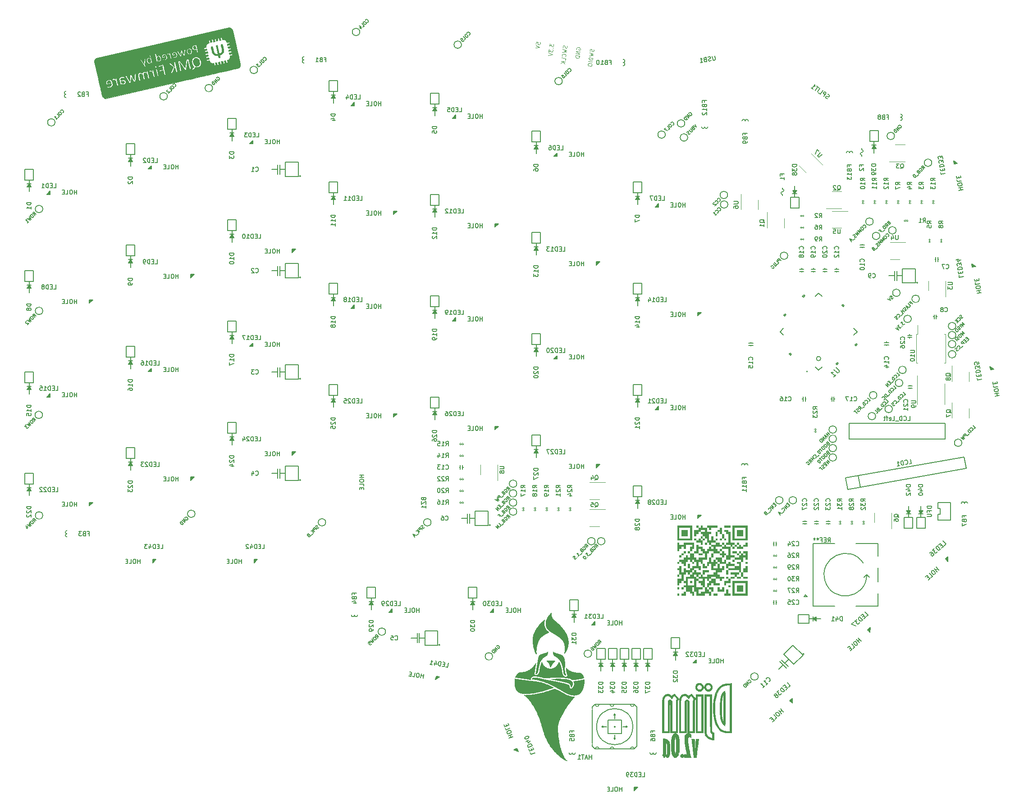
<source format=gbr>
G04 #@! TF.GenerationSoftware,KiCad,Pcbnew,(5.1.9)-1*
G04 #@! TF.CreationDate,2021-04-11T13:56:49+10:00*
G04 #@! TF.ProjectId,Djinn,446a696e-6e2e-46b6-9963-61645f706362,rev?*
G04 #@! TF.SameCoordinates,Original*
G04 #@! TF.FileFunction,Legend,Bot*
G04 #@! TF.FilePolarity,Positive*
%FSLAX46Y46*%
G04 Gerber Fmt 4.6, Leading zero omitted, Abs format (unit mm)*
G04 Created by KiCad (PCBNEW (5.1.9)-1) date 2021-04-11 13:56:49*
%MOMM*%
%LPD*%
G01*
G04 APERTURE LIST*
%ADD10C,0.010000*%
%ADD11C,0.160000*%
%ADD12C,0.152400*%
%ADD13C,0.120000*%
%ADD14C,0.200000*%
%ADD15C,0.127000*%
%ADD16C,0.150000*%
%ADD17C,0.100000*%
%ADD18C,1.200000*%
%ADD19O,1.800000X0.820000*%
%ADD20C,0.650000*%
%ADD21R,2.350000X2.500000*%
%ADD22R,2.150000X2.500000*%
%ADD23C,1.750000*%
%ADD24C,3.987800*%
%ADD25C,1.500000*%
%ADD26C,3.300000*%
%ADD27C,1.600000*%
%ADD28C,1.800000*%
%ADD29C,2.000000*%
%ADD30R,3.200000X2.000000*%
%ADD31C,6.400000*%
%ADD32C,0.800000*%
%ADD33R,3.000000X3.000000*%
G04 APERTURE END LIST*
D10*
G36*
X117617937Y-107168796D02*
G01*
X117616913Y-107198994D01*
X117614272Y-107258251D01*
X117610151Y-107343924D01*
X117604685Y-107453371D01*
X117598011Y-107583949D01*
X117590267Y-107733015D01*
X117581587Y-107897927D01*
X117572110Y-108076042D01*
X117561970Y-108264717D01*
X117551305Y-108461309D01*
X117549286Y-108498327D01*
X117535634Y-108745473D01*
X117523363Y-108961413D01*
X117512437Y-109146660D01*
X117502822Y-109301725D01*
X117494482Y-109427121D01*
X117487382Y-109523361D01*
X117481486Y-109590957D01*
X117476760Y-109630421D01*
X117473168Y-109642265D01*
X117471203Y-109633390D01*
X117468745Y-109600189D01*
X117465085Y-109538153D01*
X117460364Y-109450168D01*
X117454721Y-109339119D01*
X117448296Y-109207893D01*
X117441230Y-109059375D01*
X117433662Y-108896453D01*
X117425734Y-108722011D01*
X117417583Y-108538936D01*
X117413023Y-108434827D01*
X117404801Y-108247280D01*
X117396750Y-108066056D01*
X117389008Y-107894135D01*
X117381715Y-107734495D01*
X117375010Y-107590114D01*
X117369032Y-107463972D01*
X117363919Y-107359046D01*
X117359811Y-107278315D01*
X117356847Y-107224758D01*
X117355793Y-107208483D01*
X117346261Y-107077515D01*
X116823798Y-107077515D01*
X116832702Y-107129108D01*
X116835722Y-107151723D01*
X116842126Y-107203722D01*
X116851662Y-107282950D01*
X116864075Y-107387251D01*
X116879114Y-107514469D01*
X116896524Y-107662449D01*
X116916052Y-107829033D01*
X116937446Y-108012066D01*
X116960451Y-108209391D01*
X116984814Y-108418854D01*
X117010283Y-108638298D01*
X117031767Y-108823765D01*
X117057950Y-109049771D01*
X117083232Y-109267560D01*
X117107361Y-109474977D01*
X117130082Y-109669865D01*
X117151144Y-109850067D01*
X117170292Y-110013429D01*
X117187275Y-110157794D01*
X117201838Y-110281006D01*
X117213729Y-110380910D01*
X117222695Y-110455348D01*
X117228482Y-110502166D01*
X117230676Y-110518421D01*
X117239425Y-110570015D01*
X117723354Y-110570015D01*
X117927159Y-108875358D01*
X117954774Y-108645873D01*
X117981435Y-108424592D01*
X118006883Y-108213636D01*
X118030863Y-108015122D01*
X118053117Y-107831168D01*
X118073388Y-107663895D01*
X118091419Y-107515419D01*
X118106953Y-107387859D01*
X118119734Y-107283335D01*
X118129503Y-107203964D01*
X118136005Y-107151866D01*
X118138982Y-107129158D01*
X118138990Y-107129108D01*
X118147016Y-107077515D01*
X117618986Y-107077515D01*
X117617937Y-107168796D01*
G37*
X117617937Y-107168796D02*
X117616913Y-107198994D01*
X117614272Y-107258251D01*
X117610151Y-107343924D01*
X117604685Y-107453371D01*
X117598011Y-107583949D01*
X117590267Y-107733015D01*
X117581587Y-107897927D01*
X117572110Y-108076042D01*
X117561970Y-108264717D01*
X117551305Y-108461309D01*
X117549286Y-108498327D01*
X117535634Y-108745473D01*
X117523363Y-108961413D01*
X117512437Y-109146660D01*
X117502822Y-109301725D01*
X117494482Y-109427121D01*
X117487382Y-109523361D01*
X117481486Y-109590957D01*
X117476760Y-109630421D01*
X117473168Y-109642265D01*
X117471203Y-109633390D01*
X117468745Y-109600189D01*
X117465085Y-109538153D01*
X117460364Y-109450168D01*
X117454721Y-109339119D01*
X117448296Y-109207893D01*
X117441230Y-109059375D01*
X117433662Y-108896453D01*
X117425734Y-108722011D01*
X117417583Y-108538936D01*
X117413023Y-108434827D01*
X117404801Y-108247280D01*
X117396750Y-108066056D01*
X117389008Y-107894135D01*
X117381715Y-107734495D01*
X117375010Y-107590114D01*
X117369032Y-107463972D01*
X117363919Y-107359046D01*
X117359811Y-107278315D01*
X117356847Y-107224758D01*
X117355793Y-107208483D01*
X117346261Y-107077515D01*
X116823798Y-107077515D01*
X116832702Y-107129108D01*
X116835722Y-107151723D01*
X116842126Y-107203722D01*
X116851662Y-107282950D01*
X116864075Y-107387251D01*
X116879114Y-107514469D01*
X116896524Y-107662449D01*
X116916052Y-107829033D01*
X116937446Y-108012066D01*
X116960451Y-108209391D01*
X116984814Y-108418854D01*
X117010283Y-108638298D01*
X117031767Y-108823765D01*
X117057950Y-109049771D01*
X117083232Y-109267560D01*
X117107361Y-109474977D01*
X117130082Y-109669865D01*
X117151144Y-109850067D01*
X117170292Y-110013429D01*
X117187275Y-110157794D01*
X117201838Y-110281006D01*
X117213729Y-110380910D01*
X117222695Y-110455348D01*
X117228482Y-110502166D01*
X117230676Y-110518421D01*
X117239425Y-110570015D01*
X117723354Y-110570015D01*
X117927159Y-108875358D01*
X117954774Y-108645873D01*
X117981435Y-108424592D01*
X118006883Y-108213636D01*
X118030863Y-108015122D01*
X118053117Y-107831168D01*
X118073388Y-107663895D01*
X118091419Y-107515419D01*
X118106953Y-107387859D01*
X118119734Y-107283335D01*
X118129503Y-107203964D01*
X118136005Y-107151866D01*
X118138982Y-107129158D01*
X118138990Y-107129108D01*
X118147016Y-107077515D01*
X117618986Y-107077515D01*
X117617937Y-107168796D01*
G36*
X114928999Y-109928725D02*
G01*
X114847767Y-109974041D01*
X114779934Y-110043652D01*
X114749580Y-110093388D01*
X114719165Y-110184126D01*
X114716775Y-110273395D01*
X114738770Y-110357436D01*
X114781509Y-110432490D01*
X114841349Y-110494799D01*
X114914651Y-110540604D01*
X114997772Y-110566147D01*
X115087071Y-110567668D01*
X115178907Y-110541410D01*
X115182174Y-110539918D01*
X115267436Y-110484968D01*
X115329379Y-110413099D01*
X115367032Y-110329614D01*
X115379424Y-110239812D01*
X115365582Y-110148997D01*
X115324535Y-110062469D01*
X115279679Y-110007872D01*
X115198972Y-109947278D01*
X115110014Y-109914471D01*
X115018219Y-109908578D01*
X114928999Y-109928725D01*
G37*
X114928999Y-109928725D02*
X114847767Y-109974041D01*
X114779934Y-110043652D01*
X114749580Y-110093388D01*
X114719165Y-110184126D01*
X114716775Y-110273395D01*
X114738770Y-110357436D01*
X114781509Y-110432490D01*
X114841349Y-110494799D01*
X114914651Y-110540604D01*
X114997772Y-110566147D01*
X115087071Y-110567668D01*
X115178907Y-110541410D01*
X115182174Y-110539918D01*
X115267436Y-110484968D01*
X115329379Y-110413099D01*
X115367032Y-110329614D01*
X115379424Y-110239812D01*
X115365582Y-110148997D01*
X115324535Y-110062469D01*
X115279679Y-110007872D01*
X115198972Y-109947278D01*
X115110014Y-109914471D01*
X115018219Y-109908578D01*
X114928999Y-109928725D01*
G36*
X113661480Y-106016593D02*
G01*
X113572460Y-106047133D01*
X113487512Y-106102441D01*
X113414544Y-106170152D01*
X113315687Y-106293584D01*
X113228390Y-106446564D01*
X113152659Y-106629066D01*
X113088504Y-106841064D01*
X113035931Y-107082532D01*
X112994950Y-107353444D01*
X112967763Y-107625202D01*
X112961583Y-107726702D01*
X112956784Y-107852803D01*
X112953365Y-107997190D01*
X112951328Y-108153545D01*
X112950674Y-108315552D01*
X112951403Y-108476896D01*
X112953516Y-108631261D01*
X112957014Y-108772329D01*
X112961898Y-108893785D01*
X112967594Y-108982515D01*
X112997648Y-109267985D01*
X113038482Y-109526938D01*
X113089903Y-109758850D01*
X113151719Y-109963203D01*
X113223738Y-110139474D01*
X113305766Y-110287142D01*
X113397612Y-110405686D01*
X113499084Y-110494585D01*
X113534200Y-110517064D01*
X113598634Y-110543552D01*
X113678975Y-110560875D01*
X113762116Y-110567447D01*
X113834956Y-110561679D01*
X113856611Y-110556120D01*
X113966219Y-110504391D01*
X114070594Y-110424765D01*
X114165679Y-110321072D01*
X114247413Y-110197142D01*
X114258300Y-110176990D01*
X114324206Y-110030986D01*
X114383793Y-109856967D01*
X114436237Y-109658187D01*
X114480716Y-109437902D01*
X114516408Y-109199366D01*
X114526090Y-109117452D01*
X114532282Y-109041741D01*
X114537429Y-108939214D01*
X114541530Y-108814787D01*
X114544587Y-108673376D01*
X114545315Y-108617773D01*
X113927091Y-108617773D01*
X113925752Y-108770349D01*
X113922525Y-108905878D01*
X113920831Y-108950765D01*
X113913244Y-109111157D01*
X113904961Y-109244773D01*
X113895452Y-109356584D01*
X113884186Y-109451561D01*
X113870633Y-109534678D01*
X113854263Y-109610907D01*
X113847580Y-109637613D01*
X113828407Y-109701494D01*
X113805611Y-109762561D01*
X113782231Y-109814239D01*
X113761302Y-109849951D01*
X113745861Y-109863122D01*
X113743731Y-109862492D01*
X113732074Y-109844639D01*
X113714271Y-109806056D01*
X113698724Y-109766988D01*
X113680093Y-109712947D01*
X113663959Y-109655618D01*
X113650048Y-109592068D01*
X113638086Y-109519358D01*
X113627799Y-109434554D01*
X113618913Y-109334718D01*
X113611155Y-109216915D01*
X113604250Y-109078209D01*
X113597924Y-108915662D01*
X113591904Y-108726339D01*
X113587762Y-108577702D01*
X113583167Y-108353488D01*
X113581353Y-108134445D01*
X113582223Y-107924245D01*
X113585680Y-107726560D01*
X113591626Y-107545062D01*
X113599963Y-107383423D01*
X113610596Y-107245316D01*
X113623426Y-107134411D01*
X113626528Y-107114065D01*
X113641650Y-107034453D01*
X113661326Y-106951246D01*
X113683451Y-106871521D01*
X113705917Y-106802359D01*
X113726620Y-106750838D01*
X113742260Y-106725141D01*
X113755486Y-106730116D01*
X113774989Y-106758682D01*
X113797728Y-106804076D01*
X113820663Y-106859535D01*
X113840750Y-106918299D01*
X113854951Y-106973605D01*
X113855667Y-106977285D01*
X113866226Y-107049003D01*
X113876374Y-107148404D01*
X113885978Y-107271420D01*
X113894903Y-107413987D01*
X113903015Y-107572036D01*
X113910179Y-107741503D01*
X113916262Y-107918321D01*
X113921129Y-108098423D01*
X113924645Y-108277743D01*
X113926678Y-108452215D01*
X113927091Y-108617773D01*
X114545315Y-108617773D01*
X114546597Y-108519898D01*
X114547561Y-108359268D01*
X114547479Y-108196404D01*
X114546350Y-108036222D01*
X114544173Y-107883638D01*
X114540949Y-107743568D01*
X114536676Y-107620929D01*
X114531355Y-107520637D01*
X114526209Y-107458515D01*
X114489791Y-107179674D01*
X114442543Y-106929817D01*
X114384526Y-106709126D01*
X114315798Y-106517785D01*
X114236419Y-106355974D01*
X114146448Y-106223877D01*
X114112831Y-106185090D01*
X114023596Y-106101137D01*
X113935575Y-106045456D01*
X113843290Y-106015284D01*
X113761361Y-106007641D01*
X113661480Y-106016593D01*
G37*
X113661480Y-106016593D02*
X113572460Y-106047133D01*
X113487512Y-106102441D01*
X113414544Y-106170152D01*
X113315687Y-106293584D01*
X113228390Y-106446564D01*
X113152659Y-106629066D01*
X113088504Y-106841064D01*
X113035931Y-107082532D01*
X112994950Y-107353444D01*
X112967763Y-107625202D01*
X112961583Y-107726702D01*
X112956784Y-107852803D01*
X112953365Y-107997190D01*
X112951328Y-108153545D01*
X112950674Y-108315552D01*
X112951403Y-108476896D01*
X112953516Y-108631261D01*
X112957014Y-108772329D01*
X112961898Y-108893785D01*
X112967594Y-108982515D01*
X112997648Y-109267985D01*
X113038482Y-109526938D01*
X113089903Y-109758850D01*
X113151719Y-109963203D01*
X113223738Y-110139474D01*
X113305766Y-110287142D01*
X113397612Y-110405686D01*
X113499084Y-110494585D01*
X113534200Y-110517064D01*
X113598634Y-110543552D01*
X113678975Y-110560875D01*
X113762116Y-110567447D01*
X113834956Y-110561679D01*
X113856611Y-110556120D01*
X113966219Y-110504391D01*
X114070594Y-110424765D01*
X114165679Y-110321072D01*
X114247413Y-110197142D01*
X114258300Y-110176990D01*
X114324206Y-110030986D01*
X114383793Y-109856967D01*
X114436237Y-109658187D01*
X114480716Y-109437902D01*
X114516408Y-109199366D01*
X114526090Y-109117452D01*
X114532282Y-109041741D01*
X114537429Y-108939214D01*
X114541530Y-108814787D01*
X114544587Y-108673376D01*
X114545315Y-108617773D01*
X113927091Y-108617773D01*
X113925752Y-108770349D01*
X113922525Y-108905878D01*
X113920831Y-108950765D01*
X113913244Y-109111157D01*
X113904961Y-109244773D01*
X113895452Y-109356584D01*
X113884186Y-109451561D01*
X113870633Y-109534678D01*
X113854263Y-109610907D01*
X113847580Y-109637613D01*
X113828407Y-109701494D01*
X113805611Y-109762561D01*
X113782231Y-109814239D01*
X113761302Y-109849951D01*
X113745861Y-109863122D01*
X113743731Y-109862492D01*
X113732074Y-109844639D01*
X113714271Y-109806056D01*
X113698724Y-109766988D01*
X113680093Y-109712947D01*
X113663959Y-109655618D01*
X113650048Y-109592068D01*
X113638086Y-109519358D01*
X113627799Y-109434554D01*
X113618913Y-109334718D01*
X113611155Y-109216915D01*
X113604250Y-109078209D01*
X113597924Y-108915662D01*
X113591904Y-108726339D01*
X113587762Y-108577702D01*
X113583167Y-108353488D01*
X113581353Y-108134445D01*
X113582223Y-107924245D01*
X113585680Y-107726560D01*
X113591626Y-107545062D01*
X113599963Y-107383423D01*
X113610596Y-107245316D01*
X113623426Y-107134411D01*
X113626528Y-107114065D01*
X113641650Y-107034453D01*
X113661326Y-106951246D01*
X113683451Y-106871521D01*
X113705917Y-106802359D01*
X113726620Y-106750838D01*
X113742260Y-106725141D01*
X113755486Y-106730116D01*
X113774989Y-106758682D01*
X113797728Y-106804076D01*
X113820663Y-106859535D01*
X113840750Y-106918299D01*
X113854951Y-106973605D01*
X113855667Y-106977285D01*
X113866226Y-107049003D01*
X113876374Y-107148404D01*
X113885978Y-107271420D01*
X113894903Y-107413987D01*
X113903015Y-107572036D01*
X113910179Y-107741503D01*
X113916262Y-107918321D01*
X113921129Y-108098423D01*
X113924645Y-108277743D01*
X113926678Y-108452215D01*
X113927091Y-108617773D01*
X114545315Y-108617773D01*
X114546597Y-108519898D01*
X114547561Y-108359268D01*
X114547479Y-108196404D01*
X114546350Y-108036222D01*
X114544173Y-107883638D01*
X114540949Y-107743568D01*
X114536676Y-107620929D01*
X114531355Y-107520637D01*
X114526209Y-107458515D01*
X114489791Y-107179674D01*
X114442543Y-106929817D01*
X114384526Y-106709126D01*
X114315798Y-106517785D01*
X114236419Y-106355974D01*
X114146448Y-106223877D01*
X114112831Y-106185090D01*
X114023596Y-106101137D01*
X113935575Y-106045456D01*
X113843290Y-106015284D01*
X113761361Y-106007641D01*
X113661480Y-106016593D01*
G36*
X111443611Y-108482452D02*
G01*
X111442219Y-108730363D01*
X111440903Y-108948522D01*
X111439616Y-109138929D01*
X111438310Y-109303580D01*
X111436936Y-109444475D01*
X111435445Y-109563612D01*
X111433790Y-109662990D01*
X111431923Y-109744606D01*
X111429794Y-109810459D01*
X111427355Y-109862547D01*
X111424559Y-109902869D01*
X111421356Y-109933423D01*
X111417699Y-109956207D01*
X111413539Y-109973220D01*
X111408827Y-109986460D01*
X111407135Y-109990360D01*
X111381057Y-110039294D01*
X111352224Y-110081186D01*
X111345927Y-110088419D01*
X111313258Y-110123193D01*
X111460242Y-110339233D01*
X111510237Y-110412079D01*
X111554540Y-110475430D01*
X111589886Y-110524715D01*
X111613014Y-110555364D01*
X111620125Y-110563244D01*
X111640863Y-110561464D01*
X111678068Y-110547658D01*
X111696147Y-110539011D01*
X111761651Y-110492846D01*
X111821249Y-110422653D01*
X111868928Y-110343058D01*
X111900775Y-110282790D01*
X111936621Y-110335121D01*
X112020206Y-110440238D01*
X112105412Y-110514086D01*
X112191984Y-110556554D01*
X112279666Y-110567533D01*
X112368202Y-110546912D01*
X112397583Y-110533142D01*
X112466683Y-110482578D01*
X112532551Y-110408586D01*
X112588713Y-110319321D01*
X112617159Y-110256425D01*
X112642955Y-110175962D01*
X112668785Y-110071811D01*
X112693018Y-109951986D01*
X112714022Y-109824507D01*
X112729370Y-109704827D01*
X112736345Y-109622652D01*
X112742478Y-109515548D01*
X112747694Y-109389125D01*
X112751921Y-109248994D01*
X112755084Y-109100765D01*
X112757112Y-108950048D01*
X112757330Y-108910585D01*
X112221048Y-108910585D01*
X112220666Y-109059721D01*
X112219625Y-109204567D01*
X112217926Y-109340618D01*
X112215572Y-109463371D01*
X112212564Y-109568321D01*
X112208902Y-109650963D01*
X112204673Y-109706047D01*
X112185887Y-109837706D01*
X112162374Y-109938182D01*
X112134160Y-110007387D01*
X112116940Y-110031766D01*
X112085139Y-110052293D01*
X112045069Y-110061243D01*
X112009212Y-110057588D01*
X111990663Y-110042171D01*
X111989481Y-110023414D01*
X111988467Y-109975453D01*
X111987626Y-109900836D01*
X111986968Y-109802109D01*
X111986500Y-109681819D01*
X111986228Y-109542511D01*
X111986161Y-109386732D01*
X111986305Y-109217030D01*
X111986670Y-109035950D01*
X111987193Y-108865104D01*
X111991299Y-107707882D01*
X112042381Y-107750866D01*
X112097771Y-107814390D01*
X112145379Y-107902177D01*
X112182096Y-108007087D01*
X112204813Y-108121976D01*
X112205167Y-108124848D01*
X112209434Y-108177901D01*
X112213033Y-108258192D01*
X112215964Y-108361218D01*
X112218230Y-108482475D01*
X112219832Y-108617457D01*
X112220771Y-108761662D01*
X112221048Y-108910585D01*
X112757330Y-108910585D01*
X112757929Y-108802454D01*
X112757463Y-108663593D01*
X112755641Y-108539076D01*
X112752389Y-108434513D01*
X112747633Y-108355515D01*
X112747098Y-108349517D01*
X112716402Y-108113092D01*
X112670103Y-107902153D01*
X112607400Y-107714097D01*
X112527494Y-107546322D01*
X112472599Y-107456753D01*
X112374217Y-107326926D01*
X112268983Y-107223892D01*
X112153060Y-107145704D01*
X112022613Y-107090417D01*
X111873804Y-107056087D01*
X111702799Y-107040769D01*
X111649986Y-107039617D01*
X111451549Y-107037827D01*
X111443611Y-108482452D01*
G37*
X111443611Y-108482452D02*
X111442219Y-108730363D01*
X111440903Y-108948522D01*
X111439616Y-109138929D01*
X111438310Y-109303580D01*
X111436936Y-109444475D01*
X111435445Y-109563612D01*
X111433790Y-109662990D01*
X111431923Y-109744606D01*
X111429794Y-109810459D01*
X111427355Y-109862547D01*
X111424559Y-109902869D01*
X111421356Y-109933423D01*
X111417699Y-109956207D01*
X111413539Y-109973220D01*
X111408827Y-109986460D01*
X111407135Y-109990360D01*
X111381057Y-110039294D01*
X111352224Y-110081186D01*
X111345927Y-110088419D01*
X111313258Y-110123193D01*
X111460242Y-110339233D01*
X111510237Y-110412079D01*
X111554540Y-110475430D01*
X111589886Y-110524715D01*
X111613014Y-110555364D01*
X111620125Y-110563244D01*
X111640863Y-110561464D01*
X111678068Y-110547658D01*
X111696147Y-110539011D01*
X111761651Y-110492846D01*
X111821249Y-110422653D01*
X111868928Y-110343058D01*
X111900775Y-110282790D01*
X111936621Y-110335121D01*
X112020206Y-110440238D01*
X112105412Y-110514086D01*
X112191984Y-110556554D01*
X112279666Y-110567533D01*
X112368202Y-110546912D01*
X112397583Y-110533142D01*
X112466683Y-110482578D01*
X112532551Y-110408586D01*
X112588713Y-110319321D01*
X112617159Y-110256425D01*
X112642955Y-110175962D01*
X112668785Y-110071811D01*
X112693018Y-109951986D01*
X112714022Y-109824507D01*
X112729370Y-109704827D01*
X112736345Y-109622652D01*
X112742478Y-109515548D01*
X112747694Y-109389125D01*
X112751921Y-109248994D01*
X112755084Y-109100765D01*
X112757112Y-108950048D01*
X112757330Y-108910585D01*
X112221048Y-108910585D01*
X112220666Y-109059721D01*
X112219625Y-109204567D01*
X112217926Y-109340618D01*
X112215572Y-109463371D01*
X112212564Y-109568321D01*
X112208902Y-109650963D01*
X112204673Y-109706047D01*
X112185887Y-109837706D01*
X112162374Y-109938182D01*
X112134160Y-110007387D01*
X112116940Y-110031766D01*
X112085139Y-110052293D01*
X112045069Y-110061243D01*
X112009212Y-110057588D01*
X111990663Y-110042171D01*
X111989481Y-110023414D01*
X111988467Y-109975453D01*
X111987626Y-109900836D01*
X111986968Y-109802109D01*
X111986500Y-109681819D01*
X111986228Y-109542511D01*
X111986161Y-109386732D01*
X111986305Y-109217030D01*
X111986670Y-109035950D01*
X111987193Y-108865104D01*
X111991299Y-107707882D01*
X112042381Y-107750866D01*
X112097771Y-107814390D01*
X112145379Y-107902177D01*
X112182096Y-108007087D01*
X112204813Y-108121976D01*
X112205167Y-108124848D01*
X112209434Y-108177901D01*
X112213033Y-108258192D01*
X112215964Y-108361218D01*
X112218230Y-108482475D01*
X112219832Y-108617457D01*
X112220771Y-108761662D01*
X112221048Y-108910585D01*
X112757330Y-108910585D01*
X112757929Y-108802454D01*
X112757463Y-108663593D01*
X112755641Y-108539076D01*
X112752389Y-108434513D01*
X112747633Y-108355515D01*
X112747098Y-108349517D01*
X112716402Y-108113092D01*
X112670103Y-107902153D01*
X112607400Y-107714097D01*
X112527494Y-107546322D01*
X112472599Y-107456753D01*
X112374217Y-107326926D01*
X112268983Y-107223892D01*
X112153060Y-107145704D01*
X112022613Y-107090417D01*
X111873804Y-107056087D01*
X111702799Y-107040769D01*
X111649986Y-107039617D01*
X111451549Y-107037827D01*
X111443611Y-108482452D01*
G36*
X116034229Y-106022384D02*
G01*
X115915673Y-106069210D01*
X115806886Y-106141581D01*
X115710471Y-106237449D01*
X115629029Y-106354767D01*
X115565162Y-106491485D01*
X115528551Y-106613114D01*
X115517074Y-106682816D01*
X115508356Y-106778647D01*
X115502391Y-106895108D01*
X115499175Y-107026698D01*
X115498702Y-107167917D01*
X115500969Y-107313265D01*
X115505969Y-107457242D01*
X115513700Y-107594348D01*
X115524155Y-107719083D01*
X115529551Y-107768077D01*
X115555374Y-107964497D01*
X115588675Y-108186852D01*
X115628614Y-108430435D01*
X115674351Y-108690542D01*
X115725047Y-108962464D01*
X115779862Y-109241497D01*
X115837956Y-109522934D01*
X115866034Y-109654148D01*
X115884394Y-109739841D01*
X115900103Y-109814844D01*
X115912019Y-109873580D01*
X115919005Y-109910470D01*
X115920361Y-109920055D01*
X115905236Y-109925632D01*
X115862836Y-109930152D01*
X115797629Y-109933335D01*
X115714081Y-109934901D01*
X115682236Y-109935015D01*
X115444111Y-109935015D01*
X115444111Y-110538265D01*
X116063236Y-110538265D01*
X116224635Y-110538083D01*
X116356854Y-110537479D01*
X116462460Y-110536369D01*
X116544022Y-110534664D01*
X116604108Y-110532280D01*
X116645286Y-110529130D01*
X116670123Y-110525127D01*
X116681188Y-110520186D01*
X116682361Y-110517484D01*
X116678558Y-110495174D01*
X116668127Y-110448414D01*
X116652538Y-110383455D01*
X116633261Y-110306548D01*
X116627300Y-110283328D01*
X116561707Y-110018053D01*
X116497601Y-109737410D01*
X116435767Y-109446013D01*
X116376994Y-109148477D01*
X116322068Y-108849420D01*
X116271778Y-108553455D01*
X116226910Y-108265198D01*
X116188251Y-107989265D01*
X116156588Y-107730272D01*
X116132709Y-107492834D01*
X116118430Y-107299765D01*
X116115877Y-107166463D01*
X116123613Y-107043726D01*
X116140883Y-106937829D01*
X116166930Y-106855048D01*
X116173710Y-106840666D01*
X116228445Y-106762169D01*
X116296821Y-106711348D01*
X116376196Y-106688622D01*
X116463927Y-106694410D01*
X116557375Y-106729129D01*
X116622830Y-106769474D01*
X116698236Y-106823462D01*
X116698236Y-106242364D01*
X116591080Y-106161697D01*
X116516621Y-106107503D01*
X116457025Y-106069783D01*
X116403268Y-106044094D01*
X116346328Y-106025992D01*
X116290243Y-106013559D01*
X116159953Y-106003151D01*
X116034229Y-106022384D01*
G37*
X116034229Y-106022384D02*
X115915673Y-106069210D01*
X115806886Y-106141581D01*
X115710471Y-106237449D01*
X115629029Y-106354767D01*
X115565162Y-106491485D01*
X115528551Y-106613114D01*
X115517074Y-106682816D01*
X115508356Y-106778647D01*
X115502391Y-106895108D01*
X115499175Y-107026698D01*
X115498702Y-107167917D01*
X115500969Y-107313265D01*
X115505969Y-107457242D01*
X115513700Y-107594348D01*
X115524155Y-107719083D01*
X115529551Y-107768077D01*
X115555374Y-107964497D01*
X115588675Y-108186852D01*
X115628614Y-108430435D01*
X115674351Y-108690542D01*
X115725047Y-108962464D01*
X115779862Y-109241497D01*
X115837956Y-109522934D01*
X115866034Y-109654148D01*
X115884394Y-109739841D01*
X115900103Y-109814844D01*
X115912019Y-109873580D01*
X115919005Y-109910470D01*
X115920361Y-109920055D01*
X115905236Y-109925632D01*
X115862836Y-109930152D01*
X115797629Y-109933335D01*
X115714081Y-109934901D01*
X115682236Y-109935015D01*
X115444111Y-109935015D01*
X115444111Y-110538265D01*
X116063236Y-110538265D01*
X116224635Y-110538083D01*
X116356854Y-110537479D01*
X116462460Y-110536369D01*
X116544022Y-110534664D01*
X116604108Y-110532280D01*
X116645286Y-110529130D01*
X116670123Y-110525127D01*
X116681188Y-110520186D01*
X116682361Y-110517484D01*
X116678558Y-110495174D01*
X116668127Y-110448414D01*
X116652538Y-110383455D01*
X116633261Y-110306548D01*
X116627300Y-110283328D01*
X116561707Y-110018053D01*
X116497601Y-109737410D01*
X116435767Y-109446013D01*
X116376994Y-109148477D01*
X116322068Y-108849420D01*
X116271778Y-108553455D01*
X116226910Y-108265198D01*
X116188251Y-107989265D01*
X116156588Y-107730272D01*
X116132709Y-107492834D01*
X116118430Y-107299765D01*
X116115877Y-107166463D01*
X116123613Y-107043726D01*
X116140883Y-106937829D01*
X116166930Y-106855048D01*
X116173710Y-106840666D01*
X116228445Y-106762169D01*
X116296821Y-106711348D01*
X116376196Y-106688622D01*
X116463927Y-106694410D01*
X116557375Y-106729129D01*
X116622830Y-106769474D01*
X116698236Y-106823462D01*
X116698236Y-106242364D01*
X116591080Y-106161697D01*
X116516621Y-106107503D01*
X116457025Y-106069783D01*
X116403268Y-106044094D01*
X116346328Y-106025992D01*
X116290243Y-106013559D01*
X116159953Y-106003151D01*
X116034229Y-106022384D01*
G36*
X119262049Y-105958327D02*
G01*
X119304065Y-106110248D01*
X119368683Y-106300600D01*
X119453273Y-106471426D01*
X119561988Y-106629997D01*
X119673769Y-106757778D01*
X119835346Y-106904753D01*
X120011886Y-107024131D01*
X120205064Y-107116884D01*
X120405273Y-107181157D01*
X120508376Y-107203534D01*
X120627451Y-107223398D01*
X120750392Y-107239161D01*
X120865090Y-107249235D01*
X120946481Y-107252140D01*
X121016236Y-107252140D01*
X121016236Y-106128456D01*
X120714611Y-106128456D01*
X120714611Y-106937162D01*
X120663018Y-106927258D01*
X120620935Y-106918558D01*
X120561249Y-106905478D01*
X120500299Y-106891633D01*
X120329277Y-106840987D01*
X120177071Y-106771039D01*
X120037146Y-106677978D01*
X119902969Y-106557994D01*
X119870479Y-106524325D01*
X119750893Y-106374256D01*
X119656118Y-106205545D01*
X119592768Y-106037702D01*
X119589558Y-106025749D01*
X119586594Y-106011435D01*
X119583865Y-105993488D01*
X119581359Y-105970638D01*
X119579063Y-105941612D01*
X119576967Y-105905141D01*
X119575058Y-105859953D01*
X119573325Y-105804776D01*
X119571756Y-105738340D01*
X119570338Y-105659373D01*
X119569061Y-105566604D01*
X119567913Y-105458763D01*
X119566881Y-105334577D01*
X119565955Y-105192777D01*
X119565122Y-105032090D01*
X119564370Y-104851246D01*
X119563688Y-104648973D01*
X119563064Y-104424000D01*
X119562486Y-104175057D01*
X119561942Y-103900871D01*
X119561421Y-103600172D01*
X119560911Y-103271689D01*
X119560401Y-102914151D01*
X119559877Y-102526286D01*
X119559813Y-102477733D01*
X119555247Y-99013015D01*
X119928262Y-99013014D01*
X120301276Y-99013014D01*
X120305900Y-102303108D01*
X120306411Y-102687726D01*
X120306848Y-103041908D01*
X120307249Y-103366967D01*
X120307656Y-103664218D01*
X120308106Y-103934974D01*
X120308642Y-104180548D01*
X120309302Y-104402255D01*
X120310125Y-104601408D01*
X120311154Y-104779321D01*
X120312426Y-104937308D01*
X120313982Y-105076681D01*
X120315862Y-105198756D01*
X120318106Y-105304845D01*
X120320753Y-105396263D01*
X120323843Y-105474323D01*
X120327417Y-105540338D01*
X120331515Y-105595623D01*
X120336175Y-105641491D01*
X120341438Y-105679256D01*
X120347345Y-105710232D01*
X120353934Y-105735731D01*
X120361246Y-105757069D01*
X120369320Y-105775559D01*
X120378197Y-105792514D01*
X120387916Y-105809248D01*
X120398517Y-105827074D01*
X120410040Y-105847308D01*
X120413711Y-105854096D01*
X120453205Y-105916058D01*
X120504503Y-105979700D01*
X120561032Y-106038392D01*
X120616218Y-106085505D01*
X120663486Y-106114410D01*
X120676231Y-106118824D01*
X120714611Y-106128456D01*
X121016236Y-106128456D01*
X121016236Y-105888328D01*
X120956705Y-105879028D01*
X120849975Y-105853939D01*
X120767704Y-105813674D01*
X120704608Y-105754161D01*
X120655400Y-105671324D01*
X120640067Y-105635007D01*
X120636813Y-105625586D01*
X120633810Y-105613855D01*
X120631048Y-105598543D01*
X120628513Y-105578378D01*
X120626195Y-105552088D01*
X120624080Y-105518403D01*
X120622157Y-105476049D01*
X120620415Y-105423756D01*
X120618840Y-105360253D01*
X120617422Y-105284267D01*
X120616148Y-105194527D01*
X120615007Y-105089761D01*
X120613986Y-104968698D01*
X120613073Y-104830067D01*
X120612257Y-104672595D01*
X120611525Y-104495011D01*
X120610866Y-104296043D01*
X120610268Y-104074421D01*
X120609718Y-103828872D01*
X120609205Y-103558124D01*
X120608718Y-103260907D01*
X120608243Y-102935948D01*
X120607769Y-102581976D01*
X120607283Y-102197720D01*
X120607208Y-102136421D01*
X120602992Y-98711390D01*
X119928317Y-98711389D01*
X119253643Y-98711389D01*
X119262049Y-105958327D01*
G37*
X119262049Y-105958327D02*
X119304065Y-106110248D01*
X119368683Y-106300600D01*
X119453273Y-106471426D01*
X119561988Y-106629997D01*
X119673769Y-106757778D01*
X119835346Y-106904753D01*
X120011886Y-107024131D01*
X120205064Y-107116884D01*
X120405273Y-107181157D01*
X120508376Y-107203534D01*
X120627451Y-107223398D01*
X120750392Y-107239161D01*
X120865090Y-107249235D01*
X120946481Y-107252140D01*
X121016236Y-107252140D01*
X121016236Y-106128456D01*
X120714611Y-106128456D01*
X120714611Y-106937162D01*
X120663018Y-106927258D01*
X120620935Y-106918558D01*
X120561249Y-106905478D01*
X120500299Y-106891633D01*
X120329277Y-106840987D01*
X120177071Y-106771039D01*
X120037146Y-106677978D01*
X119902969Y-106557994D01*
X119870479Y-106524325D01*
X119750893Y-106374256D01*
X119656118Y-106205545D01*
X119592768Y-106037702D01*
X119589558Y-106025749D01*
X119586594Y-106011435D01*
X119583865Y-105993488D01*
X119581359Y-105970638D01*
X119579063Y-105941612D01*
X119576967Y-105905141D01*
X119575058Y-105859953D01*
X119573325Y-105804776D01*
X119571756Y-105738340D01*
X119570338Y-105659373D01*
X119569061Y-105566604D01*
X119567913Y-105458763D01*
X119566881Y-105334577D01*
X119565955Y-105192777D01*
X119565122Y-105032090D01*
X119564370Y-104851246D01*
X119563688Y-104648973D01*
X119563064Y-104424000D01*
X119562486Y-104175057D01*
X119561942Y-103900871D01*
X119561421Y-103600172D01*
X119560911Y-103271689D01*
X119560401Y-102914151D01*
X119559877Y-102526286D01*
X119559813Y-102477733D01*
X119555247Y-99013015D01*
X119928262Y-99013014D01*
X120301276Y-99013014D01*
X120305900Y-102303108D01*
X120306411Y-102687726D01*
X120306848Y-103041908D01*
X120307249Y-103366967D01*
X120307656Y-103664218D01*
X120308106Y-103934974D01*
X120308642Y-104180548D01*
X120309302Y-104402255D01*
X120310125Y-104601408D01*
X120311154Y-104779321D01*
X120312426Y-104937308D01*
X120313982Y-105076681D01*
X120315862Y-105198756D01*
X120318106Y-105304845D01*
X120320753Y-105396263D01*
X120323843Y-105474323D01*
X120327417Y-105540338D01*
X120331515Y-105595623D01*
X120336175Y-105641491D01*
X120341438Y-105679256D01*
X120347345Y-105710232D01*
X120353934Y-105735731D01*
X120361246Y-105757069D01*
X120369320Y-105775559D01*
X120378197Y-105792514D01*
X120387916Y-105809248D01*
X120398517Y-105827074D01*
X120410040Y-105847308D01*
X120413711Y-105854096D01*
X120453205Y-105916058D01*
X120504503Y-105979700D01*
X120561032Y-106038392D01*
X120616218Y-106085505D01*
X120663486Y-106114410D01*
X120676231Y-106118824D01*
X120714611Y-106128456D01*
X121016236Y-106128456D01*
X121016236Y-105888328D01*
X120956705Y-105879028D01*
X120849975Y-105853939D01*
X120767704Y-105813674D01*
X120704608Y-105754161D01*
X120655400Y-105671324D01*
X120640067Y-105635007D01*
X120636813Y-105625586D01*
X120633810Y-105613855D01*
X120631048Y-105598543D01*
X120628513Y-105578378D01*
X120626195Y-105552088D01*
X120624080Y-105518403D01*
X120622157Y-105476049D01*
X120620415Y-105423756D01*
X120618840Y-105360253D01*
X120617422Y-105284267D01*
X120616148Y-105194527D01*
X120615007Y-105089761D01*
X120613986Y-104968698D01*
X120613073Y-104830067D01*
X120612257Y-104672595D01*
X120611525Y-104495011D01*
X120610866Y-104296043D01*
X120610268Y-104074421D01*
X120609718Y-103828872D01*
X120609205Y-103558124D01*
X120608718Y-103260907D01*
X120608243Y-102935948D01*
X120607769Y-102581976D01*
X120607283Y-102197720D01*
X120607208Y-102136421D01*
X120602992Y-98711390D01*
X119928317Y-98711389D01*
X119253643Y-98711389D01*
X119262049Y-105958327D01*
G36*
X123901518Y-96636827D02*
G01*
X123684884Y-96644369D01*
X123494725Y-96656386D01*
X123325971Y-96673755D01*
X123173550Y-96697352D01*
X123032393Y-96728054D01*
X122897428Y-96766738D01*
X122763586Y-96814279D01*
X122680615Y-96847882D01*
X122464052Y-96956340D01*
X122259170Y-97093643D01*
X122066434Y-97258931D01*
X121886313Y-97451343D01*
X121719274Y-97670020D01*
X121565784Y-97914103D01*
X121426311Y-98182732D01*
X121301323Y-98475046D01*
X121191285Y-98790186D01*
X121096667Y-99127292D01*
X121017935Y-99485504D01*
X120955557Y-99863963D01*
X120929713Y-100068702D01*
X120911960Y-100238720D01*
X120897967Y-100405486D01*
X120887525Y-100574559D01*
X120880428Y-100751498D01*
X120876470Y-100941860D01*
X120875442Y-101151205D01*
X120877139Y-101385092D01*
X120878073Y-101455638D01*
X120883203Y-101715211D01*
X120891062Y-101948940D01*
X120902174Y-102162655D01*
X120917064Y-102362185D01*
X120936256Y-102553361D01*
X120960276Y-102742011D01*
X120989649Y-102933966D01*
X121024898Y-103135054D01*
X121033325Y-103180202D01*
X121114634Y-103556890D01*
X121211469Y-103906117D01*
X121323978Y-104228200D01*
X121452308Y-104523455D01*
X121596607Y-104792199D01*
X121757022Y-105034748D01*
X121933701Y-105251419D01*
X122059490Y-105380591D01*
X122235572Y-105529646D01*
X122426680Y-105653963D01*
X122635202Y-105754695D01*
X122863523Y-105832997D01*
X123111736Y-105889613D01*
X123171048Y-105899357D01*
X123232043Y-105907278D01*
X123299337Y-105913647D01*
X123377547Y-105918734D01*
X123471286Y-105922812D01*
X123585171Y-105926152D01*
X123723816Y-105929023D01*
X123806268Y-105930406D01*
X124318236Y-105938507D01*
X124318236Y-105632890D01*
X124016611Y-105632890D01*
X123790393Y-105632726D01*
X123686265Y-105631346D01*
X123572076Y-105627718D01*
X123461976Y-105622399D01*
X123373674Y-105616257D01*
X123148273Y-105586275D01*
X122934001Y-105536612D01*
X122735821Y-105468809D01*
X122558695Y-105384412D01*
X122484674Y-105339804D01*
X122416290Y-105288855D01*
X122335254Y-105218214D01*
X122247474Y-105133951D01*
X122158860Y-105042133D01*
X122075320Y-104948830D01*
X122002762Y-104860110D01*
X121958578Y-104799452D01*
X121814972Y-104565499D01*
X121686247Y-104308840D01*
X121572038Y-104028379D01*
X121471977Y-103723022D01*
X121385699Y-103391672D01*
X121312837Y-103033234D01*
X121263054Y-102719827D01*
X121232375Y-102464722D01*
X121208208Y-102185323D01*
X121190636Y-101888428D01*
X121179743Y-101580835D01*
X121175611Y-101269341D01*
X121178323Y-100960745D01*
X121187962Y-100661845D01*
X121204610Y-100379439D01*
X121228351Y-100120324D01*
X121231068Y-100096388D01*
X121282354Y-99730929D01*
X121349439Y-99382077D01*
X121431690Y-99051493D01*
X121528468Y-98740840D01*
X121639140Y-98451779D01*
X121763069Y-98185973D01*
X121899620Y-97945084D01*
X122048158Y-97730774D01*
X122206243Y-97546575D01*
X122312749Y-97440704D01*
X122410401Y-97355099D01*
X122507484Y-97283295D01*
X122612281Y-97218831D01*
X122659455Y-97192992D01*
X122855406Y-97104492D01*
X123075960Y-97033988D01*
X123319313Y-96981851D01*
X123583661Y-96948451D01*
X123867201Y-96934157D01*
X123925330Y-96933625D01*
X124016611Y-96933390D01*
X124016611Y-105632890D01*
X124318236Y-105632890D01*
X124318236Y-96626756D01*
X123901518Y-96636827D01*
G37*
X123901518Y-96636827D02*
X123684884Y-96644369D01*
X123494725Y-96656386D01*
X123325971Y-96673755D01*
X123173550Y-96697352D01*
X123032393Y-96728054D01*
X122897428Y-96766738D01*
X122763586Y-96814279D01*
X122680615Y-96847882D01*
X122464052Y-96956340D01*
X122259170Y-97093643D01*
X122066434Y-97258931D01*
X121886313Y-97451343D01*
X121719274Y-97670020D01*
X121565784Y-97914103D01*
X121426311Y-98182732D01*
X121301323Y-98475046D01*
X121191285Y-98790186D01*
X121096667Y-99127292D01*
X121017935Y-99485504D01*
X120955557Y-99863963D01*
X120929713Y-100068702D01*
X120911960Y-100238720D01*
X120897967Y-100405486D01*
X120887525Y-100574559D01*
X120880428Y-100751498D01*
X120876470Y-100941860D01*
X120875442Y-101151205D01*
X120877139Y-101385092D01*
X120878073Y-101455638D01*
X120883203Y-101715211D01*
X120891062Y-101948940D01*
X120902174Y-102162655D01*
X120917064Y-102362185D01*
X120936256Y-102553361D01*
X120960276Y-102742011D01*
X120989649Y-102933966D01*
X121024898Y-103135054D01*
X121033325Y-103180202D01*
X121114634Y-103556890D01*
X121211469Y-103906117D01*
X121323978Y-104228200D01*
X121452308Y-104523455D01*
X121596607Y-104792199D01*
X121757022Y-105034748D01*
X121933701Y-105251419D01*
X122059490Y-105380591D01*
X122235572Y-105529646D01*
X122426680Y-105653963D01*
X122635202Y-105754695D01*
X122863523Y-105832997D01*
X123111736Y-105889613D01*
X123171048Y-105899357D01*
X123232043Y-105907278D01*
X123299337Y-105913647D01*
X123377547Y-105918734D01*
X123471286Y-105922812D01*
X123585171Y-105926152D01*
X123723816Y-105929023D01*
X123806268Y-105930406D01*
X124318236Y-105938507D01*
X124318236Y-105632890D01*
X124016611Y-105632890D01*
X123790393Y-105632726D01*
X123686265Y-105631346D01*
X123572076Y-105627718D01*
X123461976Y-105622399D01*
X123373674Y-105616257D01*
X123148273Y-105586275D01*
X122934001Y-105536612D01*
X122735821Y-105468809D01*
X122558695Y-105384412D01*
X122484674Y-105339804D01*
X122416290Y-105288855D01*
X122335254Y-105218214D01*
X122247474Y-105133951D01*
X122158860Y-105042133D01*
X122075320Y-104948830D01*
X122002762Y-104860110D01*
X121958578Y-104799452D01*
X121814972Y-104565499D01*
X121686247Y-104308840D01*
X121572038Y-104028379D01*
X121471977Y-103723022D01*
X121385699Y-103391672D01*
X121312837Y-103033234D01*
X121263054Y-102719827D01*
X121232375Y-102464722D01*
X121208208Y-102185323D01*
X121190636Y-101888428D01*
X121179743Y-101580835D01*
X121175611Y-101269341D01*
X121178323Y-100960745D01*
X121187962Y-100661845D01*
X121204610Y-100379439D01*
X121228351Y-100120324D01*
X121231068Y-100096388D01*
X121282354Y-99730929D01*
X121349439Y-99382077D01*
X121431690Y-99051493D01*
X121528468Y-98740840D01*
X121639140Y-98451779D01*
X121763069Y-98185973D01*
X121899620Y-97945084D01*
X122048158Y-97730774D01*
X122206243Y-97546575D01*
X122312749Y-97440704D01*
X122410401Y-97355099D01*
X122507484Y-97283295D01*
X122612281Y-97218831D01*
X122659455Y-97192992D01*
X122855406Y-97104492D01*
X123075960Y-97033988D01*
X123319313Y-96981851D01*
X123583661Y-96948451D01*
X123867201Y-96934157D01*
X123925330Y-96933625D01*
X124016611Y-96933390D01*
X124016611Y-105632890D01*
X124318236Y-105632890D01*
X124318236Y-96626756D01*
X123901518Y-96636827D01*
G36*
X116723954Y-98647256D02*
G01*
X116618629Y-98692416D01*
X116508287Y-98756894D01*
X116404402Y-98833016D01*
X116318447Y-98913104D01*
X116306462Y-98926541D01*
X116232550Y-99012153D01*
X116110984Y-98896009D01*
X115975265Y-98784664D01*
X115833125Y-98704223D01*
X115683535Y-98654304D01*
X115525467Y-98634521D01*
X115418432Y-98637578D01*
X115263151Y-98664351D01*
X115119412Y-98718226D01*
X114984498Y-98800604D01*
X114855690Y-98912889D01*
X114826908Y-98942807D01*
X114724555Y-99070299D01*
X114642498Y-99213081D01*
X114579414Y-99374430D01*
X114533979Y-99557621D01*
X114508489Y-99730733D01*
X114506090Y-99768746D01*
X114503877Y-99837321D01*
X114501848Y-99936551D01*
X114500005Y-100066531D01*
X114498346Y-100227353D01*
X114496870Y-100419114D01*
X114495578Y-100641906D01*
X114494469Y-100895823D01*
X114493542Y-101180961D01*
X114492797Y-101497412D01*
X114492233Y-101845272D01*
X114491850Y-102224633D01*
X114491647Y-102635591D01*
X114491611Y-102909872D01*
X114491611Y-105934855D01*
X115170268Y-105930716D01*
X115848924Y-105926577D01*
X115856861Y-102968578D01*
X115857832Y-102608806D01*
X115858742Y-102279432D01*
X115859607Y-101979101D01*
X115860446Y-101706463D01*
X115861277Y-101460164D01*
X115862116Y-101238851D01*
X115862982Y-101041172D01*
X115863892Y-100865774D01*
X115864863Y-100711303D01*
X115865914Y-100576409D01*
X115867061Y-100459737D01*
X115868323Y-100359935D01*
X115869717Y-100275651D01*
X115871261Y-100205532D01*
X115872971Y-100148224D01*
X115874867Y-100102376D01*
X115876964Y-100066634D01*
X115879282Y-100039646D01*
X115881837Y-100020059D01*
X115884648Y-100006521D01*
X115887731Y-99997678D01*
X115891104Y-99992178D01*
X115894785Y-99988669D01*
X115895614Y-99988047D01*
X115927022Y-99969388D01*
X115952126Y-99970955D01*
X115982590Y-99994726D01*
X115992521Y-100004480D01*
X116031486Y-100043446D01*
X116031486Y-105934515D01*
X117380302Y-105934515D01*
X117384550Y-102922233D01*
X117388799Y-99909952D01*
X117425515Y-99819053D01*
X117474790Y-99729756D01*
X117536640Y-99664552D01*
X117611049Y-99600949D01*
X117619065Y-105934515D01*
X118291067Y-105934515D01*
X118434155Y-105934272D01*
X118567329Y-105933580D01*
X118687253Y-105932489D01*
X118790592Y-105931052D01*
X118874010Y-105929320D01*
X118934172Y-105927344D01*
X118967741Y-105925177D01*
X118973653Y-105923931D01*
X118974640Y-105907294D01*
X118975603Y-105860324D01*
X118976536Y-105784437D01*
X118977436Y-105681050D01*
X118978298Y-105551580D01*
X118979120Y-105397443D01*
X118979895Y-105220057D01*
X118980621Y-105020838D01*
X118981292Y-104801202D01*
X118981906Y-104562566D01*
X118982457Y-104306348D01*
X118982942Y-104033964D01*
X118983357Y-103746829D01*
X118983696Y-103446362D01*
X118983957Y-103133979D01*
X118984135Y-102811097D01*
X118984225Y-102479131D01*
X118984236Y-102312369D01*
X118984236Y-99013015D01*
X118682611Y-99013015D01*
X118682611Y-102312369D01*
X118682561Y-102633762D01*
X118682414Y-102946716D01*
X118682174Y-103249751D01*
X118681847Y-103541385D01*
X118681436Y-103820138D01*
X118680947Y-104084530D01*
X118680385Y-104333079D01*
X118679754Y-104564306D01*
X118679059Y-104776729D01*
X118678305Y-104968869D01*
X118677496Y-105139244D01*
X118676637Y-105286375D01*
X118675733Y-105408779D01*
X118674789Y-105504978D01*
X118673809Y-105573490D01*
X118672798Y-105612835D01*
X118672028Y-105622306D01*
X118653794Y-105625305D01*
X118608379Y-105627974D01*
X118540352Y-105630186D01*
X118454284Y-105631814D01*
X118354741Y-105632733D01*
X118291028Y-105632890D01*
X117920611Y-105632890D01*
X117920611Y-99532747D01*
X117235016Y-99532747D01*
X117198500Y-99594349D01*
X117174463Y-99641733D01*
X117147385Y-99705269D01*
X117124579Y-99767077D01*
X117087174Y-99878202D01*
X117082873Y-102755546D01*
X117078571Y-105632890D01*
X116333111Y-105632890D01*
X116333111Y-99962958D01*
X116276314Y-99877389D01*
X116197447Y-99782264D01*
X116105860Y-99714041D01*
X116022110Y-99679362D01*
X115928148Y-99668718D01*
X115833113Y-99685851D01*
X115743465Y-99727695D01*
X115665666Y-99791183D01*
X115606176Y-99873251D01*
X115603728Y-99877922D01*
X115563174Y-99956723D01*
X115555236Y-102790838D01*
X115547299Y-105624952D01*
X115170268Y-105629208D01*
X114793236Y-105633464D01*
X114793546Y-102755833D01*
X114793619Y-102390871D01*
X114793761Y-102056306D01*
X114793984Y-101750787D01*
X114794297Y-101472962D01*
X114794710Y-101221478D01*
X114795234Y-100994982D01*
X114795879Y-100792124D01*
X114796654Y-100611551D01*
X114797571Y-100451910D01*
X114798639Y-100311850D01*
X114799868Y-100190018D01*
X114801269Y-100085062D01*
X114802852Y-99995630D01*
X114804626Y-99920370D01*
X114806603Y-99857930D01*
X114808792Y-99806957D01*
X114811203Y-99766099D01*
X114813847Y-99734005D01*
X114816431Y-99711515D01*
X114843476Y-99556213D01*
X114880453Y-99425516D01*
X114930073Y-99313109D01*
X114995047Y-99212679D01*
X115066059Y-99130254D01*
X115174143Y-99037659D01*
X115291249Y-98974745D01*
X115415633Y-98942046D01*
X115545553Y-98940097D01*
X115633557Y-98955935D01*
X115695475Y-98974571D01*
X115752224Y-98996299D01*
X115784508Y-99012448D01*
X115828701Y-99046036D01*
X115887853Y-99100200D01*
X115957536Y-99170374D01*
X116033318Y-99251992D01*
X116110772Y-99340486D01*
X116159581Y-99399122D01*
X116273694Y-99539167D01*
X116308522Y-99478497D01*
X116368944Y-99374171D01*
X116417388Y-99293091D01*
X116456987Y-99230581D01*
X116490876Y-99181965D01*
X116522189Y-99142566D01*
X116554060Y-99107707D01*
X116563324Y-99098311D01*
X116611310Y-99053503D01*
X116658033Y-99015179D01*
X116692365Y-98992238D01*
X116740095Y-98967556D01*
X116987556Y-99250151D01*
X117235016Y-99532747D01*
X117920611Y-99532747D01*
X117920611Y-99013015D01*
X118682611Y-99013015D01*
X118984236Y-99013015D01*
X118984236Y-98711390D01*
X117619532Y-98711390D01*
X117615290Y-99108669D01*
X117611049Y-99505948D01*
X117261799Y-99106680D01*
X117176456Y-99009068D01*
X117096204Y-98917187D01*
X117023854Y-98834265D01*
X116962218Y-98763527D01*
X116914109Y-98708200D01*
X116882338Y-98671510D01*
X116872002Y-98659447D01*
X116831454Y-98611482D01*
X116723954Y-98647256D01*
G37*
X116723954Y-98647256D02*
X116618629Y-98692416D01*
X116508287Y-98756894D01*
X116404402Y-98833016D01*
X116318447Y-98913104D01*
X116306462Y-98926541D01*
X116232550Y-99012153D01*
X116110984Y-98896009D01*
X115975265Y-98784664D01*
X115833125Y-98704223D01*
X115683535Y-98654304D01*
X115525467Y-98634521D01*
X115418432Y-98637578D01*
X115263151Y-98664351D01*
X115119412Y-98718226D01*
X114984498Y-98800604D01*
X114855690Y-98912889D01*
X114826908Y-98942807D01*
X114724555Y-99070299D01*
X114642498Y-99213081D01*
X114579414Y-99374430D01*
X114533979Y-99557621D01*
X114508489Y-99730733D01*
X114506090Y-99768746D01*
X114503877Y-99837321D01*
X114501848Y-99936551D01*
X114500005Y-100066531D01*
X114498346Y-100227353D01*
X114496870Y-100419114D01*
X114495578Y-100641906D01*
X114494469Y-100895823D01*
X114493542Y-101180961D01*
X114492797Y-101497412D01*
X114492233Y-101845272D01*
X114491850Y-102224633D01*
X114491647Y-102635591D01*
X114491611Y-102909872D01*
X114491611Y-105934855D01*
X115170268Y-105930716D01*
X115848924Y-105926577D01*
X115856861Y-102968578D01*
X115857832Y-102608806D01*
X115858742Y-102279432D01*
X115859607Y-101979101D01*
X115860446Y-101706463D01*
X115861277Y-101460164D01*
X115862116Y-101238851D01*
X115862982Y-101041172D01*
X115863892Y-100865774D01*
X115864863Y-100711303D01*
X115865914Y-100576409D01*
X115867061Y-100459737D01*
X115868323Y-100359935D01*
X115869717Y-100275651D01*
X115871261Y-100205532D01*
X115872971Y-100148224D01*
X115874867Y-100102376D01*
X115876964Y-100066634D01*
X115879282Y-100039646D01*
X115881837Y-100020059D01*
X115884648Y-100006521D01*
X115887731Y-99997678D01*
X115891104Y-99992178D01*
X115894785Y-99988669D01*
X115895614Y-99988047D01*
X115927022Y-99969388D01*
X115952126Y-99970955D01*
X115982590Y-99994726D01*
X115992521Y-100004480D01*
X116031486Y-100043446D01*
X116031486Y-105934515D01*
X117380302Y-105934515D01*
X117384550Y-102922233D01*
X117388799Y-99909952D01*
X117425515Y-99819053D01*
X117474790Y-99729756D01*
X117536640Y-99664552D01*
X117611049Y-99600949D01*
X117619065Y-105934515D01*
X118291067Y-105934515D01*
X118434155Y-105934272D01*
X118567329Y-105933580D01*
X118687253Y-105932489D01*
X118790592Y-105931052D01*
X118874010Y-105929320D01*
X118934172Y-105927344D01*
X118967741Y-105925177D01*
X118973653Y-105923931D01*
X118974640Y-105907294D01*
X118975603Y-105860324D01*
X118976536Y-105784437D01*
X118977436Y-105681050D01*
X118978298Y-105551580D01*
X118979120Y-105397443D01*
X118979895Y-105220057D01*
X118980621Y-105020838D01*
X118981292Y-104801202D01*
X118981906Y-104562566D01*
X118982457Y-104306348D01*
X118982942Y-104033964D01*
X118983357Y-103746829D01*
X118983696Y-103446362D01*
X118983957Y-103133979D01*
X118984135Y-102811097D01*
X118984225Y-102479131D01*
X118984236Y-102312369D01*
X118984236Y-99013015D01*
X118682611Y-99013015D01*
X118682611Y-102312369D01*
X118682561Y-102633762D01*
X118682414Y-102946716D01*
X118682174Y-103249751D01*
X118681847Y-103541385D01*
X118681436Y-103820138D01*
X118680947Y-104084530D01*
X118680385Y-104333079D01*
X118679754Y-104564306D01*
X118679059Y-104776729D01*
X118678305Y-104968869D01*
X118677496Y-105139244D01*
X118676637Y-105286375D01*
X118675733Y-105408779D01*
X118674789Y-105504978D01*
X118673809Y-105573490D01*
X118672798Y-105612835D01*
X118672028Y-105622306D01*
X118653794Y-105625305D01*
X118608379Y-105627974D01*
X118540352Y-105630186D01*
X118454284Y-105631814D01*
X118354741Y-105632733D01*
X118291028Y-105632890D01*
X117920611Y-105632890D01*
X117920611Y-99532747D01*
X117235016Y-99532747D01*
X117198500Y-99594349D01*
X117174463Y-99641733D01*
X117147385Y-99705269D01*
X117124579Y-99767077D01*
X117087174Y-99878202D01*
X117082873Y-102755546D01*
X117078571Y-105632890D01*
X116333111Y-105632890D01*
X116333111Y-99962958D01*
X116276314Y-99877389D01*
X116197447Y-99782264D01*
X116105860Y-99714041D01*
X116022110Y-99679362D01*
X115928148Y-99668718D01*
X115833113Y-99685851D01*
X115743465Y-99727695D01*
X115665666Y-99791183D01*
X115606176Y-99873251D01*
X115603728Y-99877922D01*
X115563174Y-99956723D01*
X115555236Y-102790838D01*
X115547299Y-105624952D01*
X115170268Y-105629208D01*
X114793236Y-105633464D01*
X114793546Y-102755833D01*
X114793619Y-102390871D01*
X114793761Y-102056306D01*
X114793984Y-101750787D01*
X114794297Y-101472962D01*
X114794710Y-101221478D01*
X114795234Y-100994982D01*
X114795879Y-100792124D01*
X114796654Y-100611551D01*
X114797571Y-100451910D01*
X114798639Y-100311850D01*
X114799868Y-100190018D01*
X114801269Y-100085062D01*
X114802852Y-99995630D01*
X114804626Y-99920370D01*
X114806603Y-99857930D01*
X114808792Y-99806957D01*
X114811203Y-99766099D01*
X114813847Y-99734005D01*
X114816431Y-99711515D01*
X114843476Y-99556213D01*
X114880453Y-99425516D01*
X114930073Y-99313109D01*
X114995047Y-99212679D01*
X115066059Y-99130254D01*
X115174143Y-99037659D01*
X115291249Y-98974745D01*
X115415633Y-98942046D01*
X115545553Y-98940097D01*
X115633557Y-98955935D01*
X115695475Y-98974571D01*
X115752224Y-98996299D01*
X115784508Y-99012448D01*
X115828701Y-99046036D01*
X115887853Y-99100200D01*
X115957536Y-99170374D01*
X116033318Y-99251992D01*
X116110772Y-99340486D01*
X116159581Y-99399122D01*
X116273694Y-99539167D01*
X116308522Y-99478497D01*
X116368944Y-99374171D01*
X116417388Y-99293091D01*
X116456987Y-99230581D01*
X116490876Y-99181965D01*
X116522189Y-99142566D01*
X116554060Y-99107707D01*
X116563324Y-99098311D01*
X116611310Y-99053503D01*
X116658033Y-99015179D01*
X116692365Y-98992238D01*
X116740095Y-98967556D01*
X116987556Y-99250151D01*
X117235016Y-99532747D01*
X117920611Y-99532747D01*
X117920611Y-99013015D01*
X118682611Y-99013015D01*
X118984236Y-99013015D01*
X118984236Y-98711390D01*
X117619532Y-98711390D01*
X117615290Y-99108669D01*
X117611049Y-99505948D01*
X117261799Y-99106680D01*
X117176456Y-99009068D01*
X117096204Y-98917187D01*
X117023854Y-98834265D01*
X116962218Y-98763527D01*
X116914109Y-98708200D01*
X116882338Y-98671510D01*
X116872002Y-98659447D01*
X116831454Y-98611482D01*
X116723954Y-98647256D01*
G36*
X113615351Y-98625592D02*
G01*
X113568583Y-98640055D01*
X113429753Y-98696465D01*
X113305154Y-98772747D01*
X113186000Y-98874393D01*
X113172886Y-98887322D01*
X113052310Y-99007691D01*
X112933106Y-98893403D01*
X112798424Y-98784113D01*
X112654089Y-98703961D01*
X112502541Y-98653370D01*
X112346226Y-98632765D01*
X112187585Y-98642567D01*
X112029062Y-98683201D01*
X111938182Y-98721040D01*
X111824358Y-98789127D01*
X111712440Y-98881164D01*
X111609649Y-98989802D01*
X111523209Y-99107688D01*
X111476933Y-99190458D01*
X111413577Y-99344689D01*
X111367419Y-99512241D01*
X111336525Y-99700385D01*
X111333098Y-99730733D01*
X111330817Y-99768660D01*
X111328701Y-99838083D01*
X111326750Y-99938746D01*
X111324966Y-100070396D01*
X111323351Y-100232777D01*
X111321906Y-100425635D01*
X111320632Y-100648716D01*
X111319531Y-100901766D01*
X111318603Y-101184529D01*
X111317851Y-101496752D01*
X111317275Y-101838180D01*
X111316877Y-102208558D01*
X111316658Y-102607632D01*
X111316611Y-102909872D01*
X111316611Y-105934855D01*
X111995268Y-105930716D01*
X112673924Y-105926577D01*
X112681861Y-102968578D01*
X112682832Y-102608806D01*
X112683742Y-102279432D01*
X112684607Y-101979101D01*
X112685446Y-101706463D01*
X112686277Y-101460164D01*
X112687116Y-101238851D01*
X112687982Y-101041172D01*
X112688892Y-100865774D01*
X112689863Y-100711303D01*
X112690914Y-100576409D01*
X112692061Y-100459737D01*
X112693323Y-100359935D01*
X112694717Y-100275651D01*
X112696261Y-100205532D01*
X112697971Y-100148224D01*
X112699867Y-100102376D01*
X112701964Y-100066634D01*
X112704282Y-100039646D01*
X112706837Y-100020059D01*
X112709648Y-100006521D01*
X112712731Y-99997678D01*
X112716104Y-99992178D01*
X112719785Y-99988669D01*
X112720614Y-99988047D01*
X112752022Y-99969388D01*
X112777126Y-99970955D01*
X112807590Y-99994726D01*
X112817521Y-100004480D01*
X112856486Y-100043446D01*
X112856486Y-105934515D01*
X114205302Y-105934515D01*
X114209550Y-102922233D01*
X114213799Y-99909952D01*
X114253486Y-99815065D01*
X114282363Y-99756020D01*
X114317745Y-99708295D01*
X114368730Y-99660463D01*
X114391046Y-99642297D01*
X114488918Y-99564415D01*
X114457940Y-99528952D01*
X114056333Y-99528952D01*
X114011602Y-99616265D01*
X113999585Y-99638871D01*
X113988583Y-99658678D01*
X113978549Y-99677102D01*
X113969436Y-99695553D01*
X113961198Y-99715447D01*
X113953788Y-99738197D01*
X113947161Y-99765215D01*
X113941269Y-99797916D01*
X113936065Y-99837713D01*
X113931504Y-99886019D01*
X113927539Y-99944249D01*
X113924123Y-100013814D01*
X113921209Y-100096130D01*
X113918752Y-100192608D01*
X113916705Y-100304663D01*
X113915021Y-100433709D01*
X113913653Y-100581158D01*
X113912556Y-100748424D01*
X113911682Y-100936921D01*
X113910985Y-101148061D01*
X113910419Y-101383259D01*
X113909937Y-101643928D01*
X113909492Y-101931482D01*
X113909039Y-102247333D01*
X113908529Y-102592895D01*
X113908275Y-102755546D01*
X113903652Y-105632890D01*
X113158111Y-105632890D01*
X113158111Y-99962958D01*
X113100640Y-99876372D01*
X113022060Y-99783272D01*
X112927500Y-99714190D01*
X112844190Y-99678961D01*
X112754862Y-99667937D01*
X112662430Y-99684144D01*
X112573501Y-99724583D01*
X112494680Y-99786256D01*
X112432892Y-99865626D01*
X112388174Y-99941702D01*
X112380236Y-102783327D01*
X112372299Y-105624952D01*
X111617435Y-105633466D01*
X111622457Y-102668522D01*
X111623049Y-102300586D01*
X111623561Y-101963004D01*
X111624043Y-101654381D01*
X111624546Y-101373319D01*
X111625123Y-101118425D01*
X111625823Y-100888301D01*
X111626699Y-100681553D01*
X111627801Y-100496783D01*
X111629180Y-100332597D01*
X111630888Y-100187599D01*
X111632977Y-100060393D01*
X111635496Y-99949583D01*
X111638497Y-99853773D01*
X111642032Y-99771568D01*
X111646152Y-99701571D01*
X111650907Y-99642388D01*
X111656349Y-99592622D01*
X111662530Y-99550877D01*
X111669500Y-99515758D01*
X111677310Y-99485869D01*
X111686012Y-99459814D01*
X111695657Y-99436197D01*
X111706296Y-99413623D01*
X111717981Y-99390695D01*
X111730761Y-99366019D01*
X111744566Y-99338452D01*
X111808591Y-99230067D01*
X111888756Y-99130218D01*
X111977283Y-99047843D01*
X112028614Y-99012066D01*
X112134588Y-98965253D01*
X112254994Y-98942043D01*
X112382433Y-98942982D01*
X112509507Y-98968619D01*
X112529091Y-98974974D01*
X112597196Y-99009890D01*
X112678916Y-99072324D01*
X112773425Y-99161515D01*
X112879899Y-99276705D01*
X112963281Y-99375039D01*
X113099002Y-99540053D01*
X113146486Y-99455128D01*
X113200421Y-99359638D01*
X113243228Y-99286622D01*
X113278573Y-99230462D01*
X113310120Y-99185537D01*
X113341534Y-99146229D01*
X113366474Y-99117868D01*
X113414870Y-99069618D01*
X113466207Y-99026373D01*
X113502216Y-99001871D01*
X113564533Y-98966915D01*
X113810433Y-99247933D01*
X114056333Y-99528952D01*
X114457940Y-99528952D01*
X114099004Y-99118059D01*
X114009706Y-99015889D01*
X113926120Y-98920363D01*
X113850755Y-98834338D01*
X113786120Y-98760673D01*
X113734721Y-98702226D01*
X113699068Y-98661856D01*
X113681669Y-98642421D01*
X113681354Y-98642083D01*
X113663741Y-98625833D01*
X113645017Y-98620395D01*
X113615351Y-98625592D01*
G37*
X113615351Y-98625592D02*
X113568583Y-98640055D01*
X113429753Y-98696465D01*
X113305154Y-98772747D01*
X113186000Y-98874393D01*
X113172886Y-98887322D01*
X113052310Y-99007691D01*
X112933106Y-98893403D01*
X112798424Y-98784113D01*
X112654089Y-98703961D01*
X112502541Y-98653370D01*
X112346226Y-98632765D01*
X112187585Y-98642567D01*
X112029062Y-98683201D01*
X111938182Y-98721040D01*
X111824358Y-98789127D01*
X111712440Y-98881164D01*
X111609649Y-98989802D01*
X111523209Y-99107688D01*
X111476933Y-99190458D01*
X111413577Y-99344689D01*
X111367419Y-99512241D01*
X111336525Y-99700385D01*
X111333098Y-99730733D01*
X111330817Y-99768660D01*
X111328701Y-99838083D01*
X111326750Y-99938746D01*
X111324966Y-100070396D01*
X111323351Y-100232777D01*
X111321906Y-100425635D01*
X111320632Y-100648716D01*
X111319531Y-100901766D01*
X111318603Y-101184529D01*
X111317851Y-101496752D01*
X111317275Y-101838180D01*
X111316877Y-102208558D01*
X111316658Y-102607632D01*
X111316611Y-102909872D01*
X111316611Y-105934855D01*
X111995268Y-105930716D01*
X112673924Y-105926577D01*
X112681861Y-102968578D01*
X112682832Y-102608806D01*
X112683742Y-102279432D01*
X112684607Y-101979101D01*
X112685446Y-101706463D01*
X112686277Y-101460164D01*
X112687116Y-101238851D01*
X112687982Y-101041172D01*
X112688892Y-100865774D01*
X112689863Y-100711303D01*
X112690914Y-100576409D01*
X112692061Y-100459737D01*
X112693323Y-100359935D01*
X112694717Y-100275651D01*
X112696261Y-100205532D01*
X112697971Y-100148224D01*
X112699867Y-100102376D01*
X112701964Y-100066634D01*
X112704282Y-100039646D01*
X112706837Y-100020059D01*
X112709648Y-100006521D01*
X112712731Y-99997678D01*
X112716104Y-99992178D01*
X112719785Y-99988669D01*
X112720614Y-99988047D01*
X112752022Y-99969388D01*
X112777126Y-99970955D01*
X112807590Y-99994726D01*
X112817521Y-100004480D01*
X112856486Y-100043446D01*
X112856486Y-105934515D01*
X114205302Y-105934515D01*
X114209550Y-102922233D01*
X114213799Y-99909952D01*
X114253486Y-99815065D01*
X114282363Y-99756020D01*
X114317745Y-99708295D01*
X114368730Y-99660463D01*
X114391046Y-99642297D01*
X114488918Y-99564415D01*
X114457940Y-99528952D01*
X114056333Y-99528952D01*
X114011602Y-99616265D01*
X113999585Y-99638871D01*
X113988583Y-99658678D01*
X113978549Y-99677102D01*
X113969436Y-99695553D01*
X113961198Y-99715447D01*
X113953788Y-99738197D01*
X113947161Y-99765215D01*
X113941269Y-99797916D01*
X113936065Y-99837713D01*
X113931504Y-99886019D01*
X113927539Y-99944249D01*
X113924123Y-100013814D01*
X113921209Y-100096130D01*
X113918752Y-100192608D01*
X113916705Y-100304663D01*
X113915021Y-100433709D01*
X113913653Y-100581158D01*
X113912556Y-100748424D01*
X113911682Y-100936921D01*
X113910985Y-101148061D01*
X113910419Y-101383259D01*
X113909937Y-101643928D01*
X113909492Y-101931482D01*
X113909039Y-102247333D01*
X113908529Y-102592895D01*
X113908275Y-102755546D01*
X113903652Y-105632890D01*
X113158111Y-105632890D01*
X113158111Y-99962958D01*
X113100640Y-99876372D01*
X113022060Y-99783272D01*
X112927500Y-99714190D01*
X112844190Y-99678961D01*
X112754862Y-99667937D01*
X112662430Y-99684144D01*
X112573501Y-99724583D01*
X112494680Y-99786256D01*
X112432892Y-99865626D01*
X112388174Y-99941702D01*
X112380236Y-102783327D01*
X112372299Y-105624952D01*
X111617435Y-105633466D01*
X111622457Y-102668522D01*
X111623049Y-102300586D01*
X111623561Y-101963004D01*
X111624043Y-101654381D01*
X111624546Y-101373319D01*
X111625123Y-101118425D01*
X111625823Y-100888301D01*
X111626699Y-100681553D01*
X111627801Y-100496783D01*
X111629180Y-100332597D01*
X111630888Y-100187599D01*
X111632977Y-100060393D01*
X111635496Y-99949583D01*
X111638497Y-99853773D01*
X111642032Y-99771568D01*
X111646152Y-99701571D01*
X111650907Y-99642388D01*
X111656349Y-99592622D01*
X111662530Y-99550877D01*
X111669500Y-99515758D01*
X111677310Y-99485869D01*
X111686012Y-99459814D01*
X111695657Y-99436197D01*
X111706296Y-99413623D01*
X111717981Y-99390695D01*
X111730761Y-99366019D01*
X111744566Y-99338452D01*
X111808591Y-99230067D01*
X111888756Y-99130218D01*
X111977283Y-99047843D01*
X112028614Y-99012066D01*
X112134588Y-98965253D01*
X112254994Y-98942043D01*
X112382433Y-98942982D01*
X112509507Y-98968619D01*
X112529091Y-98974974D01*
X112597196Y-99009890D01*
X112678916Y-99072324D01*
X112773425Y-99161515D01*
X112879899Y-99276705D01*
X112963281Y-99375039D01*
X113099002Y-99540053D01*
X113146486Y-99455128D01*
X113200421Y-99359638D01*
X113243228Y-99286622D01*
X113278573Y-99230462D01*
X113310120Y-99185537D01*
X113341534Y-99146229D01*
X113366474Y-99117868D01*
X113414870Y-99069618D01*
X113466207Y-99026373D01*
X113502216Y-99001871D01*
X113564533Y-98966915D01*
X113810433Y-99247933D01*
X114056333Y-99528952D01*
X114457940Y-99528952D01*
X114099004Y-99118059D01*
X114009706Y-99015889D01*
X113926120Y-98920363D01*
X113850755Y-98834338D01*
X113786120Y-98760673D01*
X113734721Y-98702226D01*
X113699068Y-98661856D01*
X113681669Y-98642421D01*
X113681354Y-98642083D01*
X113663741Y-98625833D01*
X113645017Y-98620395D01*
X113615351Y-98625592D01*
G36*
X118138852Y-96583324D02*
G01*
X118005276Y-96626627D01*
X117879171Y-96697498D01*
X117765610Y-96791847D01*
X117669662Y-96905583D01*
X117606555Y-97012765D01*
X117578747Y-97073225D01*
X117561002Y-97123160D01*
X117550585Y-97174299D01*
X117544760Y-97238375D01*
X117542317Y-97288248D01*
X117544464Y-97429574D01*
X117564928Y-97551287D01*
X117605498Y-97660885D01*
X117650107Y-97739504D01*
X117748598Y-97864276D01*
X117864166Y-97964566D01*
X117993516Y-98039010D01*
X118133354Y-98086242D01*
X118280384Y-98104895D01*
X118431311Y-98093603D01*
X118479846Y-98083454D01*
X118619116Y-98033863D01*
X118746297Y-97957542D01*
X118857507Y-97858429D01*
X118948866Y-97740465D01*
X119016495Y-97607589D01*
X119047900Y-97506694D01*
X119060078Y-97413973D01*
X119059724Y-97308972D01*
X118758896Y-97308972D01*
X118752758Y-97429001D01*
X118717130Y-97537422D01*
X118651741Y-97635044D01*
X118649545Y-97637554D01*
X118563954Y-97719166D01*
X118474257Y-97771458D01*
X118374743Y-97796824D01*
X118265990Y-97798165D01*
X118203976Y-97790022D01*
X118145706Y-97776925D01*
X118120105Y-97768291D01*
X118054675Y-97729787D01*
X117986640Y-97671556D01*
X117925639Y-97603164D01*
X117881312Y-97534176D01*
X117878674Y-97528702D01*
X117852893Y-97447109D01*
X117841199Y-97351199D01*
X117844416Y-97255499D01*
X117859278Y-97185790D01*
X117898578Y-97105664D01*
X117958941Y-97026345D01*
X118031263Y-96958531D01*
X118080970Y-96925357D01*
X118130162Y-96900470D01*
X118173639Y-96886114D01*
X118223841Y-96879514D01*
X118293209Y-96877893D01*
X118293674Y-96877893D01*
X118391659Y-96883601D01*
X118470303Y-96903803D01*
X118540384Y-96942945D01*
X118612678Y-97005470D01*
X118619570Y-97012306D01*
X118690938Y-97097164D01*
X118735297Y-97185158D01*
X118756851Y-97285242D01*
X118758896Y-97308972D01*
X119059724Y-97308972D01*
X119059713Y-97305941D01*
X119047771Y-97196019D01*
X119025218Y-97097629D01*
X119016653Y-97072696D01*
X118954008Y-96948409D01*
X118865972Y-96832609D01*
X118758827Y-96731586D01*
X118638854Y-96651627D01*
X118559180Y-96614771D01*
X118461357Y-96587841D01*
X118347972Y-96573201D01*
X118233160Y-96571907D01*
X118138852Y-96583324D01*
G37*
X118138852Y-96583324D02*
X118005276Y-96626627D01*
X117879171Y-96697498D01*
X117765610Y-96791847D01*
X117669662Y-96905583D01*
X117606555Y-97012765D01*
X117578747Y-97073225D01*
X117561002Y-97123160D01*
X117550585Y-97174299D01*
X117544760Y-97238375D01*
X117542317Y-97288248D01*
X117544464Y-97429574D01*
X117564928Y-97551287D01*
X117605498Y-97660885D01*
X117650107Y-97739504D01*
X117748598Y-97864276D01*
X117864166Y-97964566D01*
X117993516Y-98039010D01*
X118133354Y-98086242D01*
X118280384Y-98104895D01*
X118431311Y-98093603D01*
X118479846Y-98083454D01*
X118619116Y-98033863D01*
X118746297Y-97957542D01*
X118857507Y-97858429D01*
X118948866Y-97740465D01*
X119016495Y-97607589D01*
X119047900Y-97506694D01*
X119060078Y-97413973D01*
X119059724Y-97308972D01*
X118758896Y-97308972D01*
X118752758Y-97429001D01*
X118717130Y-97537422D01*
X118651741Y-97635044D01*
X118649545Y-97637554D01*
X118563954Y-97719166D01*
X118474257Y-97771458D01*
X118374743Y-97796824D01*
X118265990Y-97798165D01*
X118203976Y-97790022D01*
X118145706Y-97776925D01*
X118120105Y-97768291D01*
X118054675Y-97729787D01*
X117986640Y-97671556D01*
X117925639Y-97603164D01*
X117881312Y-97534176D01*
X117878674Y-97528702D01*
X117852893Y-97447109D01*
X117841199Y-97351199D01*
X117844416Y-97255499D01*
X117859278Y-97185790D01*
X117898578Y-97105664D01*
X117958941Y-97026345D01*
X118031263Y-96958531D01*
X118080970Y-96925357D01*
X118130162Y-96900470D01*
X118173639Y-96886114D01*
X118223841Y-96879514D01*
X118293209Y-96877893D01*
X118293674Y-96877893D01*
X118391659Y-96883601D01*
X118470303Y-96903803D01*
X118540384Y-96942945D01*
X118612678Y-97005470D01*
X118619570Y-97012306D01*
X118690938Y-97097164D01*
X118735297Y-97185158D01*
X118756851Y-97285242D01*
X118758896Y-97308972D01*
X119059724Y-97308972D01*
X119059713Y-97305941D01*
X119047771Y-97196019D01*
X119025218Y-97097629D01*
X119016653Y-97072696D01*
X118954008Y-96948409D01*
X118865972Y-96832609D01*
X118758827Y-96731586D01*
X118638854Y-96651627D01*
X118559180Y-96614771D01*
X118461357Y-96587841D01*
X118347972Y-96573201D01*
X118233160Y-96571907D01*
X118138852Y-96583324D01*
G36*
X119857703Y-96573952D02*
G01*
X119713555Y-96608340D01*
X119577417Y-96672782D01*
X119451300Y-96766735D01*
X119417002Y-96799309D01*
X119320758Y-96916297D01*
X119252072Y-97044400D01*
X119210417Y-97179917D01*
X119195269Y-97319149D01*
X119206104Y-97458396D01*
X119242397Y-97593957D01*
X119303622Y-97722133D01*
X119389255Y-97839223D01*
X119498772Y-97941527D01*
X119587486Y-98001269D01*
X119697066Y-98049716D01*
X119823638Y-98080059D01*
X119957349Y-98091142D01*
X120088342Y-98081809D01*
X120154787Y-98067792D01*
X120298697Y-98013092D01*
X120426558Y-97931826D01*
X120535761Y-97826191D01*
X120623702Y-97698383D01*
X120647075Y-97652846D01*
X120675820Y-97589071D01*
X120693957Y-97536960D01*
X120704396Y-97484111D01*
X120710049Y-97418124D01*
X120711993Y-97376281D01*
X120711690Y-97364414D01*
X120411661Y-97364414D01*
X120396660Y-97463123D01*
X120365222Y-97548134D01*
X120360028Y-97557441D01*
X120299855Y-97637897D01*
X120223679Y-97706802D01*
X120141236Y-97755930D01*
X120111848Y-97767206D01*
X120031733Y-97782922D01*
X119939750Y-97785584D01*
X119848578Y-97775930D01*
X119770899Y-97754696D01*
X119752387Y-97746315D01*
X119681927Y-97698112D01*
X119613935Y-97630777D01*
X119556936Y-97554330D01*
X119519452Y-97478788D01*
X119516206Y-97468716D01*
X119495792Y-97372439D01*
X119496613Y-97282356D01*
X119517460Y-97187590D01*
X119555285Y-97106396D01*
X119616152Y-97027218D01*
X119691960Y-96958235D01*
X119774604Y-96907626D01*
X119808101Y-96894245D01*
X119904298Y-96874873D01*
X120007087Y-96875160D01*
X120103718Y-96894376D01*
X120151907Y-96913903D01*
X120219122Y-96959502D01*
X120286842Y-97024215D01*
X120345606Y-97097578D01*
X120385957Y-97169126D01*
X120388614Y-97175776D01*
X120409290Y-97264474D01*
X120411661Y-97364414D01*
X120711690Y-97364414D01*
X120708220Y-97228534D01*
X120682502Y-97099263D01*
X120632419Y-96981912D01*
X120555554Y-96869922D01*
X120503423Y-96810809D01*
X120390186Y-96709224D01*
X120268756Y-96636647D01*
X120161990Y-96597520D01*
X120007851Y-96570164D01*
X119857703Y-96573952D01*
G37*
X119857703Y-96573952D02*
X119713555Y-96608340D01*
X119577417Y-96672782D01*
X119451300Y-96766735D01*
X119417002Y-96799309D01*
X119320758Y-96916297D01*
X119252072Y-97044400D01*
X119210417Y-97179917D01*
X119195269Y-97319149D01*
X119206104Y-97458396D01*
X119242397Y-97593957D01*
X119303622Y-97722133D01*
X119389255Y-97839223D01*
X119498772Y-97941527D01*
X119587486Y-98001269D01*
X119697066Y-98049716D01*
X119823638Y-98080059D01*
X119957349Y-98091142D01*
X120088342Y-98081809D01*
X120154787Y-98067792D01*
X120298697Y-98013092D01*
X120426558Y-97931826D01*
X120535761Y-97826191D01*
X120623702Y-97698383D01*
X120647075Y-97652846D01*
X120675820Y-97589071D01*
X120693957Y-97536960D01*
X120704396Y-97484111D01*
X120710049Y-97418124D01*
X120711993Y-97376281D01*
X120711690Y-97364414D01*
X120411661Y-97364414D01*
X120396660Y-97463123D01*
X120365222Y-97548134D01*
X120360028Y-97557441D01*
X120299855Y-97637897D01*
X120223679Y-97706802D01*
X120141236Y-97755930D01*
X120111848Y-97767206D01*
X120031733Y-97782922D01*
X119939750Y-97785584D01*
X119848578Y-97775930D01*
X119770899Y-97754696D01*
X119752387Y-97746315D01*
X119681927Y-97698112D01*
X119613935Y-97630777D01*
X119556936Y-97554330D01*
X119519452Y-97478788D01*
X119516206Y-97468716D01*
X119495792Y-97372439D01*
X119496613Y-97282356D01*
X119517460Y-97187590D01*
X119555285Y-97106396D01*
X119616152Y-97027218D01*
X119691960Y-96958235D01*
X119774604Y-96907626D01*
X119808101Y-96894245D01*
X119904298Y-96874873D01*
X120007087Y-96875160D01*
X120103718Y-96894376D01*
X120151907Y-96913903D01*
X120219122Y-96959502D01*
X120286842Y-97024215D01*
X120345606Y-97097578D01*
X120385957Y-97169126D01*
X120388614Y-97175776D01*
X120409290Y-97264474D01*
X120411661Y-97364414D01*
X120711690Y-97364414D01*
X120708220Y-97228534D01*
X120682502Y-97099263D01*
X120632419Y-96981912D01*
X120555554Y-96869922D01*
X120503423Y-96810809D01*
X120390186Y-96709224D01*
X120268756Y-96636647D01*
X120161990Y-96597520D01*
X120007851Y-96570164D01*
X119857703Y-96573952D01*
G36*
X123047091Y-98036784D02*
G01*
X122985712Y-98082907D01*
X122914412Y-98139618D01*
X122839846Y-98201391D01*
X122768670Y-98262699D01*
X122707537Y-98318017D01*
X122663105Y-98361817D01*
X122659119Y-98366139D01*
X122592299Y-98452444D01*
X122524735Y-98562902D01*
X122460102Y-98690222D01*
X122402077Y-98827116D01*
X122354334Y-98966294D01*
X122351311Y-98976486D01*
X122308122Y-99145959D01*
X122269097Y-99344989D01*
X122234496Y-99571621D01*
X122204578Y-99823902D01*
X122179602Y-100099880D01*
X122159827Y-100397601D01*
X122157862Y-100433827D01*
X122153820Y-100532761D01*
X122150688Y-100656659D01*
X122148433Y-100801284D01*
X122147024Y-100962401D01*
X122146426Y-101135774D01*
X122146607Y-101317167D01*
X122147536Y-101502344D01*
X122149178Y-101687069D01*
X122151503Y-101867107D01*
X122154476Y-102038220D01*
X122158065Y-102196175D01*
X122162238Y-102336734D01*
X122166962Y-102455661D01*
X122172205Y-102548721D01*
X122174371Y-102576952D01*
X122207505Y-102893479D01*
X122250597Y-103181844D01*
X122303551Y-103441691D01*
X122366267Y-103672667D01*
X122438647Y-103874417D01*
X122520594Y-104046587D01*
X122612009Y-104188823D01*
X122626116Y-104207032D01*
X122655934Y-104239404D01*
X122702481Y-104283870D01*
X122760964Y-104336445D01*
X122826586Y-104393142D01*
X122894553Y-104449978D01*
X122960069Y-104502968D01*
X123018338Y-104548126D01*
X123064567Y-104581467D01*
X123093959Y-104599007D01*
X123099830Y-104600704D01*
X123100989Y-104585106D01*
X123102117Y-104539230D01*
X123103208Y-104464551D01*
X123104259Y-104362542D01*
X123105263Y-104234675D01*
X123106214Y-104082426D01*
X123107109Y-103907266D01*
X123107941Y-103710669D01*
X123108705Y-103494108D01*
X123109395Y-103259056D01*
X123110007Y-103006988D01*
X123110536Y-102739375D01*
X123110975Y-102457692D01*
X123111319Y-102163412D01*
X123111564Y-101858007D01*
X123111687Y-101581044D01*
X122809608Y-101581044D01*
X122809505Y-101858334D01*
X122809303Y-102125262D01*
X122809007Y-102380174D01*
X122808623Y-102621417D01*
X122808155Y-102847338D01*
X122807609Y-103056283D01*
X122806990Y-103246600D01*
X122806305Y-103416634D01*
X122805557Y-103564732D01*
X122804753Y-103689242D01*
X122803898Y-103788509D01*
X122802997Y-103860881D01*
X122802055Y-103904704D01*
X122801141Y-103918390D01*
X122790806Y-103905025D01*
X122771325Y-103869533D01*
X122746413Y-103818813D01*
X122739188Y-103803296D01*
X122674248Y-103642603D01*
X122617937Y-103460664D01*
X122569837Y-103255461D01*
X122529531Y-103024977D01*
X122496601Y-102767193D01*
X122473804Y-102521390D01*
X122468817Y-102439156D01*
X122464492Y-102329797D01*
X122460830Y-102197277D01*
X122457830Y-102045561D01*
X122455496Y-101878612D01*
X122453826Y-101700397D01*
X122452824Y-101514879D01*
X122452489Y-101326024D01*
X122452823Y-101137795D01*
X122453827Y-100954157D01*
X122455501Y-100779076D01*
X122457848Y-100616515D01*
X122460868Y-100470439D01*
X122464562Y-100344813D01*
X122468931Y-100243601D01*
X122473168Y-100179827D01*
X122497651Y-99918588D01*
X122524398Y-99686502D01*
X122553859Y-99481021D01*
X122586484Y-99299601D01*
X122622722Y-99139695D01*
X122663024Y-98998757D01*
X122700423Y-98892966D01*
X122714373Y-98856132D01*
X122727082Y-98821477D01*
X122738610Y-98790268D01*
X122749013Y-98763774D01*
X122758348Y-98743260D01*
X122766675Y-98729993D01*
X122774049Y-98725242D01*
X122780529Y-98730271D01*
X122786173Y-98746350D01*
X122791038Y-98774744D01*
X122795181Y-98816720D01*
X122798660Y-98873547D01*
X122801533Y-98946489D01*
X122803857Y-99036816D01*
X122805690Y-99145793D01*
X122807089Y-99274688D01*
X122808113Y-99424767D01*
X122808818Y-99597298D01*
X122809262Y-99793548D01*
X122809504Y-100014783D01*
X122809599Y-100262271D01*
X122809607Y-100537278D01*
X122809584Y-100841073D01*
X122809589Y-101174920D01*
X122809607Y-101295046D01*
X122809608Y-101581044D01*
X123111687Y-101581044D01*
X123111704Y-101542952D01*
X123111737Y-101298078D01*
X123111703Y-100904167D01*
X123111599Y-100540922D01*
X123111418Y-100207258D01*
X123111153Y-99902091D01*
X123110798Y-99624336D01*
X123110345Y-99372910D01*
X123109790Y-99146728D01*
X123109124Y-98944706D01*
X123108342Y-98765759D01*
X123107436Y-98608802D01*
X123106401Y-98472753D01*
X123105230Y-98356525D01*
X123103917Y-98259036D01*
X123102454Y-98179200D01*
X123100835Y-98115934D01*
X123099054Y-98068153D01*
X123097105Y-98034772D01*
X123094979Y-98014707D01*
X123092673Y-98006875D01*
X123091893Y-98006776D01*
X123047091Y-98036784D01*
G37*
X123047091Y-98036784D02*
X122985712Y-98082907D01*
X122914412Y-98139618D01*
X122839846Y-98201391D01*
X122768670Y-98262699D01*
X122707537Y-98318017D01*
X122663105Y-98361817D01*
X122659119Y-98366139D01*
X122592299Y-98452444D01*
X122524735Y-98562902D01*
X122460102Y-98690222D01*
X122402077Y-98827116D01*
X122354334Y-98966294D01*
X122351311Y-98976486D01*
X122308122Y-99145959D01*
X122269097Y-99344989D01*
X122234496Y-99571621D01*
X122204578Y-99823902D01*
X122179602Y-100099880D01*
X122159827Y-100397601D01*
X122157862Y-100433827D01*
X122153820Y-100532761D01*
X122150688Y-100656659D01*
X122148433Y-100801284D01*
X122147024Y-100962401D01*
X122146426Y-101135774D01*
X122146607Y-101317167D01*
X122147536Y-101502344D01*
X122149178Y-101687069D01*
X122151503Y-101867107D01*
X122154476Y-102038220D01*
X122158065Y-102196175D01*
X122162238Y-102336734D01*
X122166962Y-102455661D01*
X122172205Y-102548721D01*
X122174371Y-102576952D01*
X122207505Y-102893479D01*
X122250597Y-103181844D01*
X122303551Y-103441691D01*
X122366267Y-103672667D01*
X122438647Y-103874417D01*
X122520594Y-104046587D01*
X122612009Y-104188823D01*
X122626116Y-104207032D01*
X122655934Y-104239404D01*
X122702481Y-104283870D01*
X122760964Y-104336445D01*
X122826586Y-104393142D01*
X122894553Y-104449978D01*
X122960069Y-104502968D01*
X123018338Y-104548126D01*
X123064567Y-104581467D01*
X123093959Y-104599007D01*
X123099830Y-104600704D01*
X123100989Y-104585106D01*
X123102117Y-104539230D01*
X123103208Y-104464551D01*
X123104259Y-104362542D01*
X123105263Y-104234675D01*
X123106214Y-104082426D01*
X123107109Y-103907266D01*
X123107941Y-103710669D01*
X123108705Y-103494108D01*
X123109395Y-103259056D01*
X123110007Y-103006988D01*
X123110536Y-102739375D01*
X123110975Y-102457692D01*
X123111319Y-102163412D01*
X123111564Y-101858007D01*
X123111687Y-101581044D01*
X122809608Y-101581044D01*
X122809505Y-101858334D01*
X122809303Y-102125262D01*
X122809007Y-102380174D01*
X122808623Y-102621417D01*
X122808155Y-102847338D01*
X122807609Y-103056283D01*
X122806990Y-103246600D01*
X122806305Y-103416634D01*
X122805557Y-103564732D01*
X122804753Y-103689242D01*
X122803898Y-103788509D01*
X122802997Y-103860881D01*
X122802055Y-103904704D01*
X122801141Y-103918390D01*
X122790806Y-103905025D01*
X122771325Y-103869533D01*
X122746413Y-103818813D01*
X122739188Y-103803296D01*
X122674248Y-103642603D01*
X122617937Y-103460664D01*
X122569837Y-103255461D01*
X122529531Y-103024977D01*
X122496601Y-102767193D01*
X122473804Y-102521390D01*
X122468817Y-102439156D01*
X122464492Y-102329797D01*
X122460830Y-102197277D01*
X122457830Y-102045561D01*
X122455496Y-101878612D01*
X122453826Y-101700397D01*
X122452824Y-101514879D01*
X122452489Y-101326024D01*
X122452823Y-101137795D01*
X122453827Y-100954157D01*
X122455501Y-100779076D01*
X122457848Y-100616515D01*
X122460868Y-100470439D01*
X122464562Y-100344813D01*
X122468931Y-100243601D01*
X122473168Y-100179827D01*
X122497651Y-99918588D01*
X122524398Y-99686502D01*
X122553859Y-99481021D01*
X122586484Y-99299601D01*
X122622722Y-99139695D01*
X122663024Y-98998757D01*
X122700423Y-98892966D01*
X122714373Y-98856132D01*
X122727082Y-98821477D01*
X122738610Y-98790268D01*
X122749013Y-98763774D01*
X122758348Y-98743260D01*
X122766675Y-98729993D01*
X122774049Y-98725242D01*
X122780529Y-98730271D01*
X122786173Y-98746350D01*
X122791038Y-98774744D01*
X122795181Y-98816720D01*
X122798660Y-98873547D01*
X122801533Y-98946489D01*
X122803857Y-99036816D01*
X122805690Y-99145793D01*
X122807089Y-99274688D01*
X122808113Y-99424767D01*
X122808818Y-99597298D01*
X122809262Y-99793548D01*
X122809504Y-100014783D01*
X122809599Y-100262271D01*
X122809607Y-100537278D01*
X122809584Y-100841073D01*
X122809589Y-101174920D01*
X122809607Y-101295046D01*
X122809608Y-101581044D01*
X123111687Y-101581044D01*
X123111704Y-101542952D01*
X123111737Y-101298078D01*
X123111703Y-100904167D01*
X123111599Y-100540922D01*
X123111418Y-100207258D01*
X123111153Y-99902091D01*
X123110798Y-99624336D01*
X123110345Y-99372910D01*
X123109790Y-99146728D01*
X123109124Y-98944706D01*
X123108342Y-98765759D01*
X123107436Y-98608802D01*
X123106401Y-98472753D01*
X123105230Y-98356525D01*
X123103917Y-98259036D01*
X123102454Y-98179200D01*
X123100835Y-98115934D01*
X123099054Y-98068153D01*
X123097105Y-98034772D01*
X123094979Y-98014707D01*
X123092673Y-98006875D01*
X123091893Y-98006776D01*
X123047091Y-98036784D01*
D11*
X79450000Y-91550000D02*
G75*
G03*
X79450000Y-91550000I-700000J0D01*
G01*
X154950000Y6300000D02*
G75*
G03*
X154950000Y6300000I-700000J0D01*
G01*
X129350000Y-95350000D02*
G75*
G03*
X129350000Y-95350000I-700000J0D01*
G01*
X23550000Y-64750000D02*
G75*
G03*
X23550000Y-64750000I-700000J0D01*
G01*
X26850000Y15300000D02*
G75*
G03*
X26850000Y15300000I-700000J0D01*
G01*
X84000000Y-59100000D02*
G75*
G03*
X84000000Y-59100000I-700000J0D01*
G01*
X84000000Y-62650000D02*
G75*
G03*
X84000000Y-62650000I-700000J0D01*
G01*
X84000000Y-60900000D02*
G75*
G03*
X84000000Y-60900000I-700000J0D01*
G01*
X98050000Y-91050000D02*
G75*
G03*
X98050000Y-91050000I-700000J0D01*
G01*
X134000000Y-62200000D02*
G75*
G03*
X134000000Y-62200000I-700000J0D01*
G01*
X136550000Y-62200000D02*
G75*
G03*
X136550000Y-62200000I-700000J0D01*
G01*
X134900000Y-16225000D02*
G75*
G03*
X134900000Y-16225000I-700000J0D01*
G01*
X159625000Y-24325000D02*
G75*
G03*
X159625000Y-24325000I-700000J0D01*
G01*
X144050000Y-48900000D02*
G75*
G03*
X144050000Y-48900000I-700000J0D01*
G01*
X166475000Y-34750000D02*
G75*
G03*
X166475000Y-34750000I-700000J0D01*
G01*
X123600000Y-4800000D02*
G75*
G03*
X123600000Y-4800000I-700000J0D01*
G01*
X151400000Y-46400000D02*
G75*
G03*
X151400000Y-46400000I-700000J0D01*
G01*
X123650000Y-6600000D02*
G75*
G03*
X123650000Y-6600000I-700000J0D01*
G01*
X151650000Y-42450000D02*
G75*
G03*
X151650000Y-42450000I-700000J0D01*
G01*
X48100000Y-66350000D02*
G75*
G03*
X48100000Y-66350000I-700000J0D01*
G01*
X156500000Y-40150000D02*
G75*
G03*
X156500000Y-40150000I-700000J0D01*
G01*
X67900000Y-66350000D02*
G75*
G03*
X67900000Y-66350000I-700000J0D01*
G01*
X154550000Y-45050000D02*
G75*
G03*
X154550000Y-45050000I-700000J0D01*
G01*
X157150000Y-37700000D02*
G75*
G03*
X157150000Y-37700000I-700000J0D01*
G01*
X167600000Y-51400000D02*
G75*
G03*
X167600000Y-51400000I-700000J0D01*
G01*
X59350000Y-86900000D02*
G75*
G03*
X59350000Y-86900000I-700000J0D01*
G01*
X-5050001Y-65050000D02*
G75*
G03*
X-5050001Y-65050000I-700000J0D01*
G01*
X84000000Y-64350000D02*
G75*
G03*
X84000000Y-64350000I-700000J0D01*
G01*
X-5100000Y-46150000D02*
G75*
G03*
X-5100000Y-46150000I-700000J0D01*
G01*
X100550000Y-69899999D02*
G75*
G03*
X100550000Y-69899999I-700000J0D01*
G01*
X-5050000Y-26600000D02*
G75*
G03*
X-5050000Y-26600000I-700000J0D01*
G01*
X98700000Y-69900000D02*
G75*
G03*
X98700000Y-69900000I-700000J0D01*
G01*
X-5050000Y-7450000D02*
G75*
G03*
X-5050000Y-7450000I-700000J0D01*
G01*
X111900000Y6550000D02*
G75*
G03*
X111900000Y6550000I-700000J0D01*
G01*
X161950000Y1250000D02*
G75*
G03*
X161950000Y1250000I-700000J0D01*
G01*
X92550000Y16600000D02*
G75*
G03*
X92550000Y16600000I-700000J0D01*
G01*
X73600000Y23450000D02*
G75*
G03*
X73600000Y23450000I-700000J0D01*
G01*
X54500001Y25850000D02*
G75*
G03*
X54500001Y25850000I-700000J0D01*
G01*
X155250000Y-11450000D02*
G75*
G03*
X155250000Y-11450000I-700000J0D01*
G01*
X35300000Y18700000D02*
G75*
G03*
X35300000Y18700000I-700000J0D01*
G01*
X150950000Y-9800000D02*
G75*
G03*
X150950000Y-9800000I-700000J0D01*
G01*
X18350000Y13750000D02*
G75*
G03*
X18350000Y13750000I-700000J0D01*
G01*
X-2750000Y8850000D02*
G75*
G03*
X-2750000Y8850000I-700000J0D01*
G01*
X144050000Y-50650000D02*
G75*
G03*
X144050000Y-50650000I-700000J0D01*
G01*
X144050000Y-52400000D02*
G75*
G03*
X144050000Y-52400000I-700000J0D01*
G01*
X152200000Y-12500000D02*
G75*
G03*
X152200000Y-12500000I-700000J0D01*
G01*
X144050000Y-54150000D02*
G75*
G03*
X144050000Y-54150000I-700000J0D01*
G01*
X158100000Y-28100000D02*
G75*
G03*
X158100000Y-28100000I-700000J0D01*
G01*
X166475000Y-32850000D02*
G75*
G03*
X166475000Y-32850000I-700000J0D01*
G01*
X156000000Y-23200000D02*
G75*
G03*
X156000000Y-23200000I-700000J0D01*
G01*
X166475000Y-31150000D02*
G75*
G03*
X166475000Y-31150000I-700000J0D01*
G01*
X116100000Y6000000D02*
G75*
G03*
X116100000Y6000000I-700000J0D01*
G01*
X166475000Y-29450000D02*
G75*
G03*
X166475000Y-29450000I-700000J0D01*
G01*
X115550000Y8650000D02*
G75*
G03*
X115550000Y8650000I-700000J0D01*
G01*
D12*
G36*
X126940950Y-67372130D02*
G01*
X126940950Y-66972130D01*
X127340950Y-66972130D01*
X127340950Y-67372130D01*
X126940950Y-67372130D01*
G37*
G36*
X126540950Y-67372130D02*
G01*
X126540950Y-66972130D01*
X126940950Y-66972130D01*
X126940950Y-67372130D01*
X126540950Y-67372130D01*
G37*
G36*
X126140950Y-67372130D02*
G01*
X126140950Y-66972130D01*
X126540950Y-66972130D01*
X126540950Y-67372130D01*
X126140950Y-67372130D01*
G37*
G36*
X125740950Y-67372130D02*
G01*
X125740950Y-66972130D01*
X126140950Y-66972130D01*
X126140950Y-67372130D01*
X125740950Y-67372130D01*
G37*
G36*
X125340950Y-67372130D02*
G01*
X125340950Y-66972130D01*
X125740950Y-66972130D01*
X125740950Y-67372130D01*
X125340950Y-67372130D01*
G37*
G36*
X124940950Y-67372130D02*
G01*
X124940950Y-66972130D01*
X125340950Y-66972130D01*
X125340950Y-67372130D01*
X124940950Y-67372130D01*
G37*
G36*
X124540950Y-67372130D02*
G01*
X124540950Y-66972130D01*
X124940950Y-66972130D01*
X124940950Y-67372130D01*
X124540950Y-67372130D01*
G37*
G36*
X123740950Y-67372130D02*
G01*
X123740950Y-66972130D01*
X124140950Y-66972130D01*
X124140950Y-67372130D01*
X123740950Y-67372130D01*
G37*
G36*
X123340950Y-67372130D02*
G01*
X123340950Y-66972130D01*
X123740950Y-66972130D01*
X123740950Y-67372130D01*
X123340950Y-67372130D01*
G37*
G36*
X122940950Y-67372130D02*
G01*
X122940950Y-66972130D01*
X123340950Y-66972130D01*
X123340950Y-67372130D01*
X122940950Y-67372130D01*
G37*
G36*
X121340950Y-67372130D02*
G01*
X121340950Y-66972130D01*
X121740950Y-66972130D01*
X121740950Y-67372130D01*
X121340950Y-67372130D01*
G37*
G36*
X120940950Y-67372130D02*
G01*
X120940950Y-66972130D01*
X121340950Y-66972130D01*
X121340950Y-67372130D01*
X120940950Y-67372130D01*
G37*
G36*
X120540950Y-67372130D02*
G01*
X120540950Y-66972130D01*
X120940950Y-66972130D01*
X120940950Y-67372130D01*
X120540950Y-67372130D01*
G37*
G36*
X120140950Y-67372130D02*
G01*
X120140950Y-66972130D01*
X120540950Y-66972130D01*
X120540950Y-67372130D01*
X120140950Y-67372130D01*
G37*
G36*
X119740950Y-67372130D02*
G01*
X119740950Y-66972130D01*
X120140950Y-66972130D01*
X120140950Y-67372130D01*
X119740950Y-67372130D01*
G37*
G36*
X118540950Y-67372130D02*
G01*
X118540950Y-66972130D01*
X118940950Y-66972130D01*
X118940950Y-67372130D01*
X118540950Y-67372130D01*
G37*
G36*
X117740950Y-67372130D02*
G01*
X117740950Y-66972130D01*
X118140950Y-66972130D01*
X118140950Y-67372130D01*
X117740950Y-67372130D01*
G37*
G36*
X116540950Y-67372130D02*
G01*
X116540950Y-66972130D01*
X116940950Y-66972130D01*
X116940950Y-67372130D01*
X116540950Y-67372130D01*
G37*
G36*
X116140950Y-67372130D02*
G01*
X116140950Y-66972130D01*
X116540950Y-66972130D01*
X116540950Y-67372130D01*
X116140950Y-67372130D01*
G37*
G36*
X115740950Y-67372130D02*
G01*
X115740950Y-66972130D01*
X116140950Y-66972130D01*
X116140950Y-67372130D01*
X115740950Y-67372130D01*
G37*
G36*
X115340950Y-67372130D02*
G01*
X115340950Y-66972130D01*
X115740950Y-66972130D01*
X115740950Y-67372130D01*
X115340950Y-67372130D01*
G37*
G36*
X114940950Y-67372130D02*
G01*
X114940950Y-66972130D01*
X115340950Y-66972130D01*
X115340950Y-67372130D01*
X114940950Y-67372130D01*
G37*
G36*
X114540950Y-67372130D02*
G01*
X114540950Y-66972130D01*
X114940950Y-66972130D01*
X114940950Y-67372130D01*
X114540950Y-67372130D01*
G37*
G36*
X114140950Y-67372130D02*
G01*
X114140950Y-66972130D01*
X114540950Y-66972130D01*
X114540950Y-67372130D01*
X114140950Y-67372130D01*
G37*
G36*
X126940950Y-67772130D02*
G01*
X126940950Y-67372130D01*
X127340950Y-67372130D01*
X127340950Y-67772130D01*
X126940950Y-67772130D01*
G37*
G36*
X124540950Y-67772130D02*
G01*
X124540950Y-67372130D01*
X124940950Y-67372130D01*
X124940950Y-67772130D01*
X124540950Y-67772130D01*
G37*
G36*
X122140950Y-67772130D02*
G01*
X122140950Y-67372130D01*
X122540950Y-67372130D01*
X122540950Y-67772130D01*
X122140950Y-67772130D01*
G37*
G36*
X120140950Y-67772130D02*
G01*
X120140950Y-67372130D01*
X120540950Y-67372130D01*
X120540950Y-67772130D01*
X120140950Y-67772130D01*
G37*
G36*
X119340950Y-67772130D02*
G01*
X119340950Y-67372130D01*
X119740950Y-67372130D01*
X119740950Y-67772130D01*
X119340950Y-67772130D01*
G37*
G36*
X118940950Y-67772130D02*
G01*
X118940950Y-67372130D01*
X119340950Y-67372130D01*
X119340950Y-67772130D01*
X118940950Y-67772130D01*
G37*
G36*
X118540950Y-67772130D02*
G01*
X118540950Y-67372130D01*
X118940950Y-67372130D01*
X118940950Y-67772130D01*
X118540950Y-67772130D01*
G37*
G36*
X118140950Y-67772130D02*
G01*
X118140950Y-67372130D01*
X118540950Y-67372130D01*
X118540950Y-67772130D01*
X118140950Y-67772130D01*
G37*
G36*
X116540950Y-67772130D02*
G01*
X116540950Y-67372130D01*
X116940950Y-67372130D01*
X116940950Y-67772130D01*
X116540950Y-67772130D01*
G37*
G36*
X114140950Y-67772130D02*
G01*
X114140950Y-67372130D01*
X114540950Y-67372130D01*
X114540950Y-67772130D01*
X114140950Y-67772130D01*
G37*
G36*
X126940950Y-68172130D02*
G01*
X126940950Y-67772130D01*
X127340950Y-67772130D01*
X127340950Y-68172130D01*
X126940950Y-68172130D01*
G37*
G36*
X126140950Y-68172130D02*
G01*
X126140950Y-67772130D01*
X126540950Y-67772130D01*
X126540950Y-68172130D01*
X126140950Y-68172130D01*
G37*
G36*
X125740950Y-68172130D02*
G01*
X125740950Y-67772130D01*
X126140950Y-67772130D01*
X126140950Y-68172130D01*
X125740950Y-68172130D01*
G37*
G36*
X125340950Y-68172130D02*
G01*
X125340950Y-67772130D01*
X125740950Y-67772130D01*
X125740950Y-68172130D01*
X125340950Y-68172130D01*
G37*
G36*
X124540950Y-68172130D02*
G01*
X124540950Y-67772130D01*
X124940950Y-67772130D01*
X124940950Y-68172130D01*
X124540950Y-68172130D01*
G37*
G36*
X123340950Y-68172130D02*
G01*
X123340950Y-67772130D01*
X123740950Y-67772130D01*
X123740950Y-68172130D01*
X123340950Y-68172130D01*
G37*
G36*
X122940950Y-68172130D02*
G01*
X122940950Y-67772130D01*
X123340950Y-67772130D01*
X123340950Y-68172130D01*
X122940950Y-68172130D01*
G37*
G36*
X122140950Y-68172130D02*
G01*
X122140950Y-67772130D01*
X122540950Y-67772130D01*
X122540950Y-68172130D01*
X122140950Y-68172130D01*
G37*
G36*
X121740950Y-68172130D02*
G01*
X121740950Y-67772130D01*
X122140950Y-67772130D01*
X122140950Y-68172130D01*
X121740950Y-68172130D01*
G37*
G36*
X119340950Y-68172130D02*
G01*
X119340950Y-67772130D01*
X119740950Y-67772130D01*
X119740950Y-68172130D01*
X119340950Y-68172130D01*
G37*
G36*
X118140950Y-68172130D02*
G01*
X118140950Y-67772130D01*
X118540950Y-67772130D01*
X118540950Y-68172130D01*
X118140950Y-68172130D01*
G37*
G36*
X117740950Y-68172130D02*
G01*
X117740950Y-67772130D01*
X118140950Y-67772130D01*
X118140950Y-68172130D01*
X117740950Y-68172130D01*
G37*
G36*
X117340950Y-68172130D02*
G01*
X117340950Y-67772130D01*
X117740950Y-67772130D01*
X117740950Y-68172130D01*
X117340950Y-68172130D01*
G37*
G36*
X116540950Y-68172130D02*
G01*
X116540950Y-67772130D01*
X116940950Y-67772130D01*
X116940950Y-68172130D01*
X116540950Y-68172130D01*
G37*
G36*
X115740950Y-68172130D02*
G01*
X115740950Y-67772130D01*
X116140950Y-67772130D01*
X116140950Y-68172130D01*
X115740950Y-68172130D01*
G37*
G36*
X115340950Y-68172130D02*
G01*
X115340950Y-67772130D01*
X115740950Y-67772130D01*
X115740950Y-68172130D01*
X115340950Y-68172130D01*
G37*
G36*
X114940950Y-68172130D02*
G01*
X114940950Y-67772130D01*
X115340950Y-67772130D01*
X115340950Y-68172130D01*
X114940950Y-68172130D01*
G37*
G36*
X114140950Y-68172130D02*
G01*
X114140950Y-67772130D01*
X114540950Y-67772130D01*
X114540950Y-68172130D01*
X114140950Y-68172130D01*
G37*
G36*
X126940950Y-68572130D02*
G01*
X126940950Y-68172130D01*
X127340950Y-68172130D01*
X127340950Y-68572130D01*
X126940950Y-68572130D01*
G37*
G36*
X126140950Y-68572130D02*
G01*
X126140950Y-68172130D01*
X126540950Y-68172130D01*
X126540950Y-68572130D01*
X126140950Y-68572130D01*
G37*
G36*
X125740950Y-68572130D02*
G01*
X125740950Y-68172130D01*
X126140950Y-68172130D01*
X126140950Y-68572130D01*
X125740950Y-68572130D01*
G37*
G36*
X125340950Y-68572130D02*
G01*
X125340950Y-68172130D01*
X125740950Y-68172130D01*
X125740950Y-68572130D01*
X125340950Y-68572130D01*
G37*
G36*
X124540950Y-68572130D02*
G01*
X124540950Y-68172130D01*
X124940950Y-68172130D01*
X124940950Y-68572130D01*
X124540950Y-68572130D01*
G37*
G36*
X123740950Y-68572130D02*
G01*
X123740950Y-68172130D01*
X124140950Y-68172130D01*
X124140950Y-68572130D01*
X123740950Y-68572130D01*
G37*
G36*
X123340950Y-68572130D02*
G01*
X123340950Y-68172130D01*
X123740950Y-68172130D01*
X123740950Y-68572130D01*
X123340950Y-68572130D01*
G37*
G36*
X122140950Y-68572130D02*
G01*
X122140950Y-68172130D01*
X122540950Y-68172130D01*
X122540950Y-68572130D01*
X122140950Y-68572130D01*
G37*
G36*
X121340950Y-68572130D02*
G01*
X121340950Y-68172130D01*
X121740950Y-68172130D01*
X121740950Y-68572130D01*
X121340950Y-68572130D01*
G37*
G36*
X120140950Y-68572130D02*
G01*
X120140950Y-68172130D01*
X120540950Y-68172130D01*
X120540950Y-68572130D01*
X120140950Y-68572130D01*
G37*
G36*
X119740950Y-68572130D02*
G01*
X119740950Y-68172130D01*
X120140950Y-68172130D01*
X120140950Y-68572130D01*
X119740950Y-68572130D01*
G37*
G36*
X119340950Y-68572130D02*
G01*
X119340950Y-68172130D01*
X119740950Y-68172130D01*
X119740950Y-68572130D01*
X119340950Y-68572130D01*
G37*
G36*
X118940950Y-68572130D02*
G01*
X118940950Y-68172130D01*
X119340950Y-68172130D01*
X119340950Y-68572130D01*
X118940950Y-68572130D01*
G37*
G36*
X118540950Y-68572130D02*
G01*
X118540950Y-68172130D01*
X118940950Y-68172130D01*
X118940950Y-68572130D01*
X118540950Y-68572130D01*
G37*
G36*
X117740950Y-68572130D02*
G01*
X117740950Y-68172130D01*
X118140950Y-68172130D01*
X118140950Y-68572130D01*
X117740950Y-68572130D01*
G37*
G36*
X117340950Y-68572130D02*
G01*
X117340950Y-68172130D01*
X117740950Y-68172130D01*
X117740950Y-68572130D01*
X117340950Y-68572130D01*
G37*
G36*
X116540950Y-68572130D02*
G01*
X116540950Y-68172130D01*
X116940950Y-68172130D01*
X116940950Y-68572130D01*
X116540950Y-68572130D01*
G37*
G36*
X115740950Y-68572130D02*
G01*
X115740950Y-68172130D01*
X116140950Y-68172130D01*
X116140950Y-68572130D01*
X115740950Y-68572130D01*
G37*
G36*
X115340950Y-68572130D02*
G01*
X115340950Y-68172130D01*
X115740950Y-68172130D01*
X115740950Y-68572130D01*
X115340950Y-68572130D01*
G37*
G36*
X114940950Y-68572130D02*
G01*
X114940950Y-68172130D01*
X115340950Y-68172130D01*
X115340950Y-68572130D01*
X114940950Y-68572130D01*
G37*
G36*
X114140950Y-68572130D02*
G01*
X114140950Y-68172130D01*
X114540950Y-68172130D01*
X114540950Y-68572130D01*
X114140950Y-68572130D01*
G37*
G36*
X126940950Y-68972130D02*
G01*
X126940950Y-68572130D01*
X127340950Y-68572130D01*
X127340950Y-68972130D01*
X126940950Y-68972130D01*
G37*
G36*
X126140950Y-68972130D02*
G01*
X126140950Y-68572130D01*
X126540950Y-68572130D01*
X126540950Y-68972130D01*
X126140950Y-68972130D01*
G37*
G36*
X125740950Y-68972130D02*
G01*
X125740950Y-68572130D01*
X126140950Y-68572130D01*
X126140950Y-68972130D01*
X125740950Y-68972130D01*
G37*
G36*
X125340950Y-68972130D02*
G01*
X125340950Y-68572130D01*
X125740950Y-68572130D01*
X125740950Y-68972130D01*
X125340950Y-68972130D01*
G37*
G36*
X124540950Y-68972130D02*
G01*
X124540950Y-68572130D01*
X124940950Y-68572130D01*
X124940950Y-68972130D01*
X124540950Y-68972130D01*
G37*
G36*
X123740950Y-68972130D02*
G01*
X123740950Y-68572130D01*
X124140950Y-68572130D01*
X124140950Y-68972130D01*
X123740950Y-68972130D01*
G37*
G36*
X122540950Y-68972130D02*
G01*
X122540950Y-68572130D01*
X122940950Y-68572130D01*
X122940950Y-68972130D01*
X122540950Y-68972130D01*
G37*
G36*
X121340950Y-68972130D02*
G01*
X121340950Y-68572130D01*
X121740950Y-68572130D01*
X121740950Y-68972130D01*
X121340950Y-68972130D01*
G37*
G36*
X119740950Y-68972130D02*
G01*
X119740950Y-68572130D01*
X120140950Y-68572130D01*
X120140950Y-68972130D01*
X119740950Y-68972130D01*
G37*
G36*
X119340950Y-68972130D02*
G01*
X119340950Y-68572130D01*
X119740950Y-68572130D01*
X119740950Y-68972130D01*
X119340950Y-68972130D01*
G37*
G36*
X118940950Y-68972130D02*
G01*
X118940950Y-68572130D01*
X119340950Y-68572130D01*
X119340950Y-68972130D01*
X118940950Y-68972130D01*
G37*
G36*
X117340950Y-68972130D02*
G01*
X117340950Y-68572130D01*
X117740950Y-68572130D01*
X117740950Y-68972130D01*
X117340950Y-68972130D01*
G37*
G36*
X116540950Y-68972130D02*
G01*
X116540950Y-68572130D01*
X116940950Y-68572130D01*
X116940950Y-68972130D01*
X116540950Y-68972130D01*
G37*
G36*
X115740950Y-68972130D02*
G01*
X115740950Y-68572130D01*
X116140950Y-68572130D01*
X116140950Y-68972130D01*
X115740950Y-68972130D01*
G37*
G36*
X115340950Y-68972130D02*
G01*
X115340950Y-68572130D01*
X115740950Y-68572130D01*
X115740950Y-68972130D01*
X115340950Y-68972130D01*
G37*
G36*
X114940950Y-68972130D02*
G01*
X114940950Y-68572130D01*
X115340950Y-68572130D01*
X115340950Y-68972130D01*
X114940950Y-68972130D01*
G37*
G36*
X114140950Y-68972130D02*
G01*
X114140950Y-68572130D01*
X114540950Y-68572130D01*
X114540950Y-68972130D01*
X114140950Y-68972130D01*
G37*
G36*
X126940950Y-69372130D02*
G01*
X126940950Y-68972130D01*
X127340950Y-68972130D01*
X127340950Y-69372130D01*
X126940950Y-69372130D01*
G37*
G36*
X124540950Y-69372130D02*
G01*
X124540950Y-68972130D01*
X124940950Y-68972130D01*
X124940950Y-69372130D01*
X124540950Y-69372130D01*
G37*
G36*
X123740950Y-69372130D02*
G01*
X123740950Y-68972130D01*
X124140950Y-68972130D01*
X124140950Y-69372130D01*
X123740950Y-69372130D01*
G37*
G36*
X122540950Y-69372130D02*
G01*
X122540950Y-68972130D01*
X122940950Y-68972130D01*
X122940950Y-69372130D01*
X122540950Y-69372130D01*
G37*
G36*
X120540950Y-69372130D02*
G01*
X120540950Y-68972130D01*
X120940950Y-68972130D01*
X120940950Y-69372130D01*
X120540950Y-69372130D01*
G37*
G36*
X119740950Y-69372130D02*
G01*
X119740950Y-68972130D01*
X120140950Y-68972130D01*
X120140950Y-69372130D01*
X119740950Y-69372130D01*
G37*
G36*
X119340950Y-69372130D02*
G01*
X119340950Y-68972130D01*
X119740950Y-68972130D01*
X119740950Y-69372130D01*
X119340950Y-69372130D01*
G37*
G36*
X118540950Y-69372130D02*
G01*
X118540950Y-68972130D01*
X118940950Y-68972130D01*
X118940950Y-69372130D01*
X118540950Y-69372130D01*
G37*
G36*
X116540950Y-69372130D02*
G01*
X116540950Y-68972130D01*
X116940950Y-68972130D01*
X116940950Y-69372130D01*
X116540950Y-69372130D01*
G37*
G36*
X114140950Y-69372130D02*
G01*
X114140950Y-68972130D01*
X114540950Y-68972130D01*
X114540950Y-69372130D01*
X114140950Y-69372130D01*
G37*
G36*
X126940950Y-69772130D02*
G01*
X126940950Y-69372130D01*
X127340950Y-69372130D01*
X127340950Y-69772130D01*
X126940950Y-69772130D01*
G37*
G36*
X126540950Y-69772130D02*
G01*
X126540950Y-69372130D01*
X126940950Y-69372130D01*
X126940950Y-69772130D01*
X126540950Y-69772130D01*
G37*
G36*
X126140950Y-69772130D02*
G01*
X126140950Y-69372130D01*
X126540950Y-69372130D01*
X126540950Y-69772130D01*
X126140950Y-69772130D01*
G37*
G36*
X125740950Y-69772130D02*
G01*
X125740950Y-69372130D01*
X126140950Y-69372130D01*
X126140950Y-69772130D01*
X125740950Y-69772130D01*
G37*
G36*
X125340950Y-69772130D02*
G01*
X125340950Y-69372130D01*
X125740950Y-69372130D01*
X125740950Y-69772130D01*
X125340950Y-69772130D01*
G37*
G36*
X124940950Y-69772130D02*
G01*
X124940950Y-69372130D01*
X125340950Y-69372130D01*
X125340950Y-69772130D01*
X124940950Y-69772130D01*
G37*
G36*
X124540950Y-69772130D02*
G01*
X124540950Y-69372130D01*
X124940950Y-69372130D01*
X124940950Y-69772130D01*
X124540950Y-69772130D01*
G37*
G36*
X123740950Y-69772130D02*
G01*
X123740950Y-69372130D01*
X124140950Y-69372130D01*
X124140950Y-69772130D01*
X123740950Y-69772130D01*
G37*
G36*
X122940950Y-69772130D02*
G01*
X122940950Y-69372130D01*
X123340950Y-69372130D01*
X123340950Y-69772130D01*
X122940950Y-69772130D01*
G37*
G36*
X122140950Y-69772130D02*
G01*
X122140950Y-69372130D01*
X122540950Y-69372130D01*
X122540950Y-69772130D01*
X122140950Y-69772130D01*
G37*
G36*
X121340950Y-69772130D02*
G01*
X121340950Y-69372130D01*
X121740950Y-69372130D01*
X121740950Y-69772130D01*
X121340950Y-69772130D01*
G37*
G36*
X120540950Y-69772130D02*
G01*
X120540950Y-69372130D01*
X120940950Y-69372130D01*
X120940950Y-69772130D01*
X120540950Y-69772130D01*
G37*
G36*
X119740950Y-69772130D02*
G01*
X119740950Y-69372130D01*
X120140950Y-69372130D01*
X120140950Y-69772130D01*
X119740950Y-69772130D01*
G37*
G36*
X118940950Y-69772130D02*
G01*
X118940950Y-69372130D01*
X119340950Y-69372130D01*
X119340950Y-69772130D01*
X118940950Y-69772130D01*
G37*
G36*
X118140950Y-69772130D02*
G01*
X118140950Y-69372130D01*
X118540950Y-69372130D01*
X118540950Y-69772130D01*
X118140950Y-69772130D01*
G37*
G36*
X117340950Y-69772130D02*
G01*
X117340950Y-69372130D01*
X117740950Y-69372130D01*
X117740950Y-69772130D01*
X117340950Y-69772130D01*
G37*
G36*
X116540950Y-69772130D02*
G01*
X116540950Y-69372130D01*
X116940950Y-69372130D01*
X116940950Y-69772130D01*
X116540950Y-69772130D01*
G37*
G36*
X116140950Y-69772130D02*
G01*
X116140950Y-69372130D01*
X116540950Y-69372130D01*
X116540950Y-69772130D01*
X116140950Y-69772130D01*
G37*
G36*
X115740950Y-69772130D02*
G01*
X115740950Y-69372130D01*
X116140950Y-69372130D01*
X116140950Y-69772130D01*
X115740950Y-69772130D01*
G37*
G36*
X115340950Y-69772130D02*
G01*
X115340950Y-69372130D01*
X115740950Y-69372130D01*
X115740950Y-69772130D01*
X115340950Y-69772130D01*
G37*
G36*
X114940950Y-69772130D02*
G01*
X114940950Y-69372130D01*
X115340950Y-69372130D01*
X115340950Y-69772130D01*
X114940950Y-69772130D01*
G37*
G36*
X114540950Y-69772130D02*
G01*
X114540950Y-69372130D01*
X114940950Y-69372130D01*
X114940950Y-69772130D01*
X114540950Y-69772130D01*
G37*
G36*
X114140950Y-69772130D02*
G01*
X114140950Y-69372130D01*
X114540950Y-69372130D01*
X114540950Y-69772130D01*
X114140950Y-69772130D01*
G37*
G36*
X123740950Y-70172130D02*
G01*
X123740950Y-69772130D01*
X124140950Y-69772130D01*
X124140950Y-70172130D01*
X123740950Y-70172130D01*
G37*
G36*
X120940950Y-70172130D02*
G01*
X120940950Y-69772130D01*
X121340950Y-69772130D01*
X121340950Y-70172130D01*
X120940950Y-70172130D01*
G37*
G36*
X120540950Y-70172130D02*
G01*
X120540950Y-69772130D01*
X120940950Y-69772130D01*
X120940950Y-70172130D01*
X120540950Y-70172130D01*
G37*
G36*
X120140950Y-70172130D02*
G01*
X120140950Y-69772130D01*
X120540950Y-69772130D01*
X120540950Y-70172130D01*
X120140950Y-70172130D01*
G37*
G36*
X119740950Y-70172130D02*
G01*
X119740950Y-69772130D01*
X120140950Y-69772130D01*
X120140950Y-70172130D01*
X119740950Y-70172130D01*
G37*
G36*
X118540950Y-70172130D02*
G01*
X118540950Y-69772130D01*
X118940950Y-69772130D01*
X118940950Y-70172130D01*
X118540950Y-70172130D01*
G37*
G36*
X118140950Y-70172130D02*
G01*
X118140950Y-69772130D01*
X118540950Y-69772130D01*
X118540950Y-70172130D01*
X118140950Y-70172130D01*
G37*
G36*
X117740950Y-70172130D02*
G01*
X117740950Y-69772130D01*
X118140950Y-69772130D01*
X118140950Y-70172130D01*
X117740950Y-70172130D01*
G37*
G36*
X126940950Y-70572130D02*
G01*
X126940950Y-70172130D01*
X127340950Y-70172130D01*
X127340950Y-70572130D01*
X126940950Y-70572130D01*
G37*
G36*
X125340950Y-70572130D02*
G01*
X125340950Y-70172130D01*
X125740950Y-70172130D01*
X125740950Y-70572130D01*
X125340950Y-70572130D01*
G37*
G36*
X124540950Y-70572130D02*
G01*
X124540950Y-70172130D01*
X124940950Y-70172130D01*
X124940950Y-70572130D01*
X124540950Y-70572130D01*
G37*
G36*
X124140950Y-70572130D02*
G01*
X124140950Y-70172130D01*
X124540950Y-70172130D01*
X124540950Y-70572130D01*
X124140950Y-70572130D01*
G37*
G36*
X123740950Y-70572130D02*
G01*
X123740950Y-70172130D01*
X124140950Y-70172130D01*
X124140950Y-70572130D01*
X123740950Y-70572130D01*
G37*
G36*
X123340950Y-70572130D02*
G01*
X123340950Y-70172130D01*
X123740950Y-70172130D01*
X123740950Y-70572130D01*
X123340950Y-70572130D01*
G37*
G36*
X122540950Y-70572130D02*
G01*
X122540950Y-70172130D01*
X122940950Y-70172130D01*
X122940950Y-70572130D01*
X122540950Y-70572130D01*
G37*
G36*
X121740950Y-70572130D02*
G01*
X121740950Y-70172130D01*
X122140950Y-70172130D01*
X122140950Y-70572130D01*
X121740950Y-70572130D01*
G37*
G36*
X121340950Y-70572130D02*
G01*
X121340950Y-70172130D01*
X121740950Y-70172130D01*
X121740950Y-70572130D01*
X121340950Y-70572130D01*
G37*
G36*
X120140950Y-70572130D02*
G01*
X120140950Y-70172130D01*
X120540950Y-70172130D01*
X120540950Y-70572130D01*
X120140950Y-70572130D01*
G37*
G36*
X119340950Y-70572130D02*
G01*
X119340950Y-70172130D01*
X119740950Y-70172130D01*
X119740950Y-70572130D01*
X119340950Y-70572130D01*
G37*
G36*
X118540950Y-70572130D02*
G01*
X118540950Y-70172130D01*
X118940950Y-70172130D01*
X118940950Y-70572130D01*
X118540950Y-70572130D01*
G37*
G36*
X116940950Y-70572130D02*
G01*
X116940950Y-70172130D01*
X117340950Y-70172130D01*
X117340950Y-70572130D01*
X116940950Y-70572130D01*
G37*
G36*
X116540950Y-70572130D02*
G01*
X116540950Y-70172130D01*
X116940950Y-70172130D01*
X116940950Y-70572130D01*
X116540950Y-70572130D01*
G37*
G36*
X116140950Y-70572130D02*
G01*
X116140950Y-70172130D01*
X116540950Y-70172130D01*
X116540950Y-70572130D01*
X116140950Y-70572130D01*
G37*
G36*
X115740950Y-70572130D02*
G01*
X115740950Y-70172130D01*
X116140950Y-70172130D01*
X116140950Y-70572130D01*
X115740950Y-70572130D01*
G37*
G36*
X115340950Y-70572130D02*
G01*
X115340950Y-70172130D01*
X115740950Y-70172130D01*
X115740950Y-70572130D01*
X115340950Y-70572130D01*
G37*
G36*
X114140950Y-70572130D02*
G01*
X114140950Y-70172130D01*
X114540950Y-70172130D01*
X114540950Y-70572130D01*
X114140950Y-70572130D01*
G37*
G36*
X126940950Y-70972130D02*
G01*
X126940950Y-70572130D01*
X127340950Y-70572130D01*
X127340950Y-70972130D01*
X126940950Y-70972130D01*
G37*
G36*
X126540950Y-70972130D02*
G01*
X126540950Y-70572130D01*
X126940950Y-70572130D01*
X126940950Y-70972130D01*
X126540950Y-70972130D01*
G37*
G36*
X125740950Y-70972130D02*
G01*
X125740950Y-70572130D01*
X126140950Y-70572130D01*
X126140950Y-70972130D01*
X125740950Y-70972130D01*
G37*
G36*
X124940950Y-70972130D02*
G01*
X124940950Y-70572130D01*
X125340950Y-70572130D01*
X125340950Y-70972130D01*
X124940950Y-70972130D01*
G37*
G36*
X124140950Y-70972130D02*
G01*
X124140950Y-70572130D01*
X124540950Y-70572130D01*
X124540950Y-70972130D01*
X124140950Y-70972130D01*
G37*
G36*
X122940950Y-70972130D02*
G01*
X122940950Y-70572130D01*
X123340950Y-70572130D01*
X123340950Y-70972130D01*
X122940950Y-70972130D01*
G37*
G36*
X122140950Y-70972130D02*
G01*
X122140950Y-70572130D01*
X122540950Y-70572130D01*
X122540950Y-70972130D01*
X122140950Y-70972130D01*
G37*
G36*
X121740950Y-70972130D02*
G01*
X121740950Y-70572130D01*
X122140950Y-70572130D01*
X122140950Y-70972130D01*
X121740950Y-70972130D01*
G37*
G36*
X121340950Y-70972130D02*
G01*
X121340950Y-70572130D01*
X121740950Y-70572130D01*
X121740950Y-70972130D01*
X121340950Y-70972130D01*
G37*
G36*
X120940950Y-70972130D02*
G01*
X120940950Y-70572130D01*
X121340950Y-70572130D01*
X121340950Y-70972130D01*
X120940950Y-70972130D01*
G37*
G36*
X120540950Y-70972130D02*
G01*
X120540950Y-70572130D01*
X120940950Y-70572130D01*
X120940950Y-70972130D01*
X120540950Y-70972130D01*
G37*
G36*
X117740950Y-70972130D02*
G01*
X117740950Y-70572130D01*
X118140950Y-70572130D01*
X118140950Y-70972130D01*
X117740950Y-70972130D01*
G37*
G36*
X116940950Y-70972130D02*
G01*
X116940950Y-70572130D01*
X117340950Y-70572130D01*
X117340950Y-70972130D01*
X116940950Y-70972130D01*
G37*
G36*
X115340950Y-70972130D02*
G01*
X115340950Y-70572130D01*
X115740950Y-70572130D01*
X115740950Y-70972130D01*
X115340950Y-70972130D01*
G37*
G36*
X114940950Y-70972130D02*
G01*
X114940950Y-70572130D01*
X115340950Y-70572130D01*
X115340950Y-70972130D01*
X114940950Y-70972130D01*
G37*
G36*
X114540950Y-70972130D02*
G01*
X114540950Y-70572130D01*
X114940950Y-70572130D01*
X114940950Y-70972130D01*
X114540950Y-70972130D01*
G37*
G36*
X114140950Y-70972130D02*
G01*
X114140950Y-70572130D01*
X114540950Y-70572130D01*
X114540950Y-70972130D01*
X114140950Y-70972130D01*
G37*
G36*
X126140950Y-71372130D02*
G01*
X126140950Y-70972130D01*
X126540950Y-70972130D01*
X126540950Y-71372130D01*
X126140950Y-71372130D01*
G37*
G36*
X125740950Y-71372130D02*
G01*
X125740950Y-70972130D01*
X126140950Y-70972130D01*
X126140950Y-71372130D01*
X125740950Y-71372130D01*
G37*
G36*
X125340950Y-71372130D02*
G01*
X125340950Y-70972130D01*
X125740950Y-70972130D01*
X125740950Y-71372130D01*
X125340950Y-71372130D01*
G37*
G36*
X124540950Y-71372130D02*
G01*
X124540950Y-70972130D01*
X124940950Y-70972130D01*
X124940950Y-71372130D01*
X124540950Y-71372130D01*
G37*
G36*
X123740950Y-71372130D02*
G01*
X123740950Y-70972130D01*
X124140950Y-70972130D01*
X124140950Y-71372130D01*
X123740950Y-71372130D01*
G37*
G36*
X123340950Y-71372130D02*
G01*
X123340950Y-70972130D01*
X123740950Y-70972130D01*
X123740950Y-71372130D01*
X123340950Y-71372130D01*
G37*
G36*
X122940950Y-71372130D02*
G01*
X122940950Y-70972130D01*
X123340950Y-70972130D01*
X123340950Y-71372130D01*
X122940950Y-71372130D01*
G37*
G36*
X122540950Y-71372130D02*
G01*
X122540950Y-70972130D01*
X122940950Y-70972130D01*
X122940950Y-71372130D01*
X122540950Y-71372130D01*
G37*
G36*
X120940950Y-71372130D02*
G01*
X120940950Y-70972130D01*
X121340950Y-70972130D01*
X121340950Y-71372130D01*
X120940950Y-71372130D01*
G37*
G36*
X120140950Y-71372130D02*
G01*
X120140950Y-70972130D01*
X120540950Y-70972130D01*
X120540950Y-71372130D01*
X120140950Y-71372130D01*
G37*
G36*
X118540950Y-71372130D02*
G01*
X118540950Y-70972130D01*
X118940950Y-70972130D01*
X118940950Y-71372130D01*
X118540950Y-71372130D01*
G37*
G36*
X118140950Y-71372130D02*
G01*
X118140950Y-70972130D01*
X118540950Y-70972130D01*
X118540950Y-71372130D01*
X118140950Y-71372130D01*
G37*
G36*
X117740950Y-71372130D02*
G01*
X117740950Y-70972130D01*
X118140950Y-70972130D01*
X118140950Y-71372130D01*
X117740950Y-71372130D01*
G37*
G36*
X116940950Y-71372130D02*
G01*
X116940950Y-70972130D01*
X117340950Y-70972130D01*
X117340950Y-71372130D01*
X116940950Y-71372130D01*
G37*
G36*
X116540950Y-71372130D02*
G01*
X116540950Y-70972130D01*
X116940950Y-70972130D01*
X116940950Y-71372130D01*
X116540950Y-71372130D01*
G37*
G36*
X115340950Y-71372130D02*
G01*
X115340950Y-70972130D01*
X115740950Y-70972130D01*
X115740950Y-71372130D01*
X115340950Y-71372130D01*
G37*
G36*
X114540950Y-71372130D02*
G01*
X114540950Y-70972130D01*
X114940950Y-70972130D01*
X114940950Y-71372130D01*
X114540950Y-71372130D01*
G37*
G36*
X114140950Y-71372130D02*
G01*
X114140950Y-70972130D01*
X114540950Y-70972130D01*
X114540950Y-71372130D01*
X114140950Y-71372130D01*
G37*
G36*
X123740950Y-71772130D02*
G01*
X123740950Y-71372130D01*
X124140950Y-71372130D01*
X124140950Y-71772130D01*
X123740950Y-71772130D01*
G37*
G36*
X122140950Y-71772130D02*
G01*
X122140950Y-71372130D01*
X122540950Y-71372130D01*
X122540950Y-71772130D01*
X122140950Y-71772130D01*
G37*
G36*
X121340950Y-71772130D02*
G01*
X121340950Y-71372130D01*
X121740950Y-71372130D01*
X121740950Y-71772130D01*
X121340950Y-71772130D01*
G37*
G36*
X120940950Y-71772130D02*
G01*
X120940950Y-71372130D01*
X121340950Y-71372130D01*
X121340950Y-71772130D01*
X120940950Y-71772130D01*
G37*
G36*
X120540950Y-71772130D02*
G01*
X120540950Y-71372130D01*
X120940950Y-71372130D01*
X120940950Y-71772130D01*
X120540950Y-71772130D01*
G37*
G36*
X120140950Y-71772130D02*
G01*
X120140950Y-71372130D01*
X120540950Y-71372130D01*
X120540950Y-71772130D01*
X120140950Y-71772130D01*
G37*
G36*
X119740950Y-71772130D02*
G01*
X119740950Y-71372130D01*
X120140950Y-71372130D01*
X120140950Y-71772130D01*
X119740950Y-71772130D01*
G37*
G36*
X118940950Y-71772130D02*
G01*
X118940950Y-71372130D01*
X119340950Y-71372130D01*
X119340950Y-71772130D01*
X118940950Y-71772130D01*
G37*
G36*
X118540950Y-71772130D02*
G01*
X118540950Y-71372130D01*
X118940950Y-71372130D01*
X118940950Y-71772130D01*
X118540950Y-71772130D01*
G37*
G36*
X117740950Y-71772130D02*
G01*
X117740950Y-71372130D01*
X118140950Y-71372130D01*
X118140950Y-71772130D01*
X117740950Y-71772130D01*
G37*
G36*
X116540950Y-71772130D02*
G01*
X116540950Y-71372130D01*
X116940950Y-71372130D01*
X116940950Y-71772130D01*
X116540950Y-71772130D01*
G37*
G36*
X114140950Y-71772130D02*
G01*
X114140950Y-71372130D01*
X114540950Y-71372130D01*
X114540950Y-71772130D01*
X114140950Y-71772130D01*
G37*
G36*
X126940950Y-72172130D02*
G01*
X126940950Y-71772130D01*
X127340950Y-71772130D01*
X127340950Y-72172130D01*
X126940950Y-72172130D01*
G37*
G36*
X126540950Y-72172130D02*
G01*
X126540950Y-71772130D01*
X126940950Y-71772130D01*
X126940950Y-72172130D01*
X126540950Y-72172130D01*
G37*
G36*
X125740950Y-72172130D02*
G01*
X125740950Y-71772130D01*
X126140950Y-71772130D01*
X126140950Y-72172130D01*
X125740950Y-72172130D01*
G37*
G36*
X124940950Y-72172130D02*
G01*
X124940950Y-71772130D01*
X125340950Y-71772130D01*
X125340950Y-72172130D01*
X124940950Y-72172130D01*
G37*
G36*
X124540950Y-72172130D02*
G01*
X124540950Y-71772130D01*
X124940950Y-71772130D01*
X124940950Y-72172130D01*
X124540950Y-72172130D01*
G37*
G36*
X123740950Y-72172130D02*
G01*
X123740950Y-71772130D01*
X124140950Y-71772130D01*
X124140950Y-72172130D01*
X123740950Y-72172130D01*
G37*
G36*
X122540950Y-72172130D02*
G01*
X122540950Y-71772130D01*
X122940950Y-71772130D01*
X122940950Y-72172130D01*
X122540950Y-72172130D01*
G37*
G36*
X121740950Y-72172130D02*
G01*
X121740950Y-71772130D01*
X122140950Y-71772130D01*
X122140950Y-72172130D01*
X121740950Y-72172130D01*
G37*
G36*
X121340950Y-72172130D02*
G01*
X121340950Y-71772130D01*
X121740950Y-71772130D01*
X121740950Y-72172130D01*
X121340950Y-72172130D01*
G37*
G36*
X120940950Y-72172130D02*
G01*
X120940950Y-71772130D01*
X121340950Y-71772130D01*
X121340950Y-72172130D01*
X120940950Y-72172130D01*
G37*
G36*
X119740950Y-72172130D02*
G01*
X119740950Y-71772130D01*
X120140950Y-71772130D01*
X120140950Y-72172130D01*
X119740950Y-72172130D01*
G37*
G36*
X119340950Y-72172130D02*
G01*
X119340950Y-71772130D01*
X119740950Y-71772130D01*
X119740950Y-72172130D01*
X119340950Y-72172130D01*
G37*
G36*
X118940950Y-72172130D02*
G01*
X118940950Y-71772130D01*
X119340950Y-71772130D01*
X119340950Y-72172130D01*
X118940950Y-72172130D01*
G37*
G36*
X117740950Y-72172130D02*
G01*
X117740950Y-71772130D01*
X118140950Y-71772130D01*
X118140950Y-72172130D01*
X117740950Y-72172130D01*
G37*
G36*
X117340950Y-72172130D02*
G01*
X117340950Y-71772130D01*
X117740950Y-71772130D01*
X117740950Y-72172130D01*
X117340950Y-72172130D01*
G37*
G36*
X116140950Y-72172130D02*
G01*
X116140950Y-71772130D01*
X116540950Y-71772130D01*
X116540950Y-72172130D01*
X116140950Y-72172130D01*
G37*
G36*
X115340950Y-72172130D02*
G01*
X115340950Y-71772130D01*
X115740950Y-71772130D01*
X115740950Y-72172130D01*
X115340950Y-72172130D01*
G37*
G36*
X126940950Y-72572130D02*
G01*
X126940950Y-72172130D01*
X127340950Y-72172130D01*
X127340950Y-72572130D01*
X126940950Y-72572130D01*
G37*
G36*
X126140950Y-72572130D02*
G01*
X126140950Y-72172130D01*
X126540950Y-72172130D01*
X126540950Y-72572130D01*
X126140950Y-72572130D01*
G37*
G36*
X125340950Y-72572130D02*
G01*
X125340950Y-72172130D01*
X125740950Y-72172130D01*
X125740950Y-72572130D01*
X125340950Y-72572130D01*
G37*
G36*
X123740950Y-72572130D02*
G01*
X123740950Y-72172130D01*
X124140950Y-72172130D01*
X124140950Y-72572130D01*
X123740950Y-72572130D01*
G37*
G36*
X122940950Y-72572130D02*
G01*
X122940950Y-72172130D01*
X123340950Y-72172130D01*
X123340950Y-72572130D01*
X122940950Y-72572130D01*
G37*
G36*
X122540950Y-72572130D02*
G01*
X122540950Y-72172130D01*
X122940950Y-72172130D01*
X122940950Y-72572130D01*
X122540950Y-72572130D01*
G37*
G36*
X122140950Y-72572130D02*
G01*
X122140950Y-72172130D01*
X122540950Y-72172130D01*
X122540950Y-72572130D01*
X122140950Y-72572130D01*
G37*
G36*
X120540950Y-72572130D02*
G01*
X120540950Y-72172130D01*
X120940950Y-72172130D01*
X120940950Y-72572130D01*
X120540950Y-72572130D01*
G37*
G36*
X119340950Y-72572130D02*
G01*
X119340950Y-72172130D01*
X119740950Y-72172130D01*
X119740950Y-72572130D01*
X119340950Y-72572130D01*
G37*
G36*
X118540950Y-72572130D02*
G01*
X118540950Y-72172130D01*
X118940950Y-72172130D01*
X118940950Y-72572130D01*
X118540950Y-72572130D01*
G37*
G36*
X118140950Y-72572130D02*
G01*
X118140950Y-72172130D01*
X118540950Y-72172130D01*
X118540950Y-72572130D01*
X118140950Y-72572130D01*
G37*
G36*
X116940950Y-72572130D02*
G01*
X116940950Y-72172130D01*
X117340950Y-72172130D01*
X117340950Y-72572130D01*
X116940950Y-72572130D01*
G37*
G36*
X116540950Y-72572130D02*
G01*
X116540950Y-72172130D01*
X116940950Y-72172130D01*
X116940950Y-72572130D01*
X116540950Y-72572130D01*
G37*
G36*
X114940950Y-72572130D02*
G01*
X114940950Y-72172130D01*
X115340950Y-72172130D01*
X115340950Y-72572130D01*
X114940950Y-72572130D01*
G37*
G36*
X126940950Y-72972130D02*
G01*
X126940950Y-72572130D01*
X127340950Y-72572130D01*
X127340950Y-72972130D01*
X126940950Y-72972130D01*
G37*
G36*
X126540950Y-72972130D02*
G01*
X126540950Y-72572130D01*
X126940950Y-72572130D01*
X126940950Y-72972130D01*
X126540950Y-72972130D01*
G37*
G36*
X126140950Y-72972130D02*
G01*
X126140950Y-72572130D01*
X126540950Y-72572130D01*
X126540950Y-72972130D01*
X126140950Y-72972130D01*
G37*
G36*
X125740950Y-72972130D02*
G01*
X125740950Y-72572130D01*
X126140950Y-72572130D01*
X126140950Y-72972130D01*
X125740950Y-72972130D01*
G37*
G36*
X124540950Y-72972130D02*
G01*
X124540950Y-72572130D01*
X124940950Y-72572130D01*
X124940950Y-72972130D01*
X124540950Y-72972130D01*
G37*
G36*
X124140950Y-72972130D02*
G01*
X124140950Y-72572130D01*
X124540950Y-72572130D01*
X124540950Y-72972130D01*
X124140950Y-72972130D01*
G37*
G36*
X123740950Y-72972130D02*
G01*
X123740950Y-72572130D01*
X124140950Y-72572130D01*
X124140950Y-72972130D01*
X123740950Y-72972130D01*
G37*
G36*
X123340950Y-72972130D02*
G01*
X123340950Y-72572130D01*
X123740950Y-72572130D01*
X123740950Y-72972130D01*
X123340950Y-72972130D01*
G37*
G36*
X122540950Y-72972130D02*
G01*
X122540950Y-72572130D01*
X122940950Y-72572130D01*
X122940950Y-72972130D01*
X122540950Y-72972130D01*
G37*
G36*
X120540950Y-72972130D02*
G01*
X120540950Y-72572130D01*
X120940950Y-72572130D01*
X120940950Y-72972130D01*
X120540950Y-72972130D01*
G37*
G36*
X119340950Y-72972130D02*
G01*
X119340950Y-72572130D01*
X119740950Y-72572130D01*
X119740950Y-72972130D01*
X119340950Y-72972130D01*
G37*
G36*
X116940950Y-72972130D02*
G01*
X116940950Y-72572130D01*
X117340950Y-72572130D01*
X117340950Y-72972130D01*
X116940950Y-72972130D01*
G37*
G36*
X116540950Y-72972130D02*
G01*
X116540950Y-72572130D01*
X116940950Y-72572130D01*
X116940950Y-72972130D01*
X116540950Y-72972130D01*
G37*
G36*
X115740950Y-72972130D02*
G01*
X115740950Y-72572130D01*
X116140950Y-72572130D01*
X116140950Y-72972130D01*
X115740950Y-72972130D01*
G37*
G36*
X114540950Y-72972130D02*
G01*
X114540950Y-72572130D01*
X114940950Y-72572130D01*
X114940950Y-72972130D01*
X114540950Y-72972130D01*
G37*
G36*
X126940950Y-73372130D02*
G01*
X126940950Y-72972130D01*
X127340950Y-72972130D01*
X127340950Y-73372130D01*
X126940950Y-73372130D01*
G37*
G36*
X126140950Y-73372130D02*
G01*
X126140950Y-72972130D01*
X126540950Y-72972130D01*
X126540950Y-73372130D01*
X126140950Y-73372130D01*
G37*
G36*
X125740950Y-73372130D02*
G01*
X125740950Y-72972130D01*
X126140950Y-72972130D01*
X126140950Y-73372130D01*
X125740950Y-73372130D01*
G37*
G36*
X125340950Y-73372130D02*
G01*
X125340950Y-72972130D01*
X125740950Y-72972130D01*
X125740950Y-73372130D01*
X125340950Y-73372130D01*
G37*
G36*
X124940950Y-73372130D02*
G01*
X124940950Y-72972130D01*
X125340950Y-72972130D01*
X125340950Y-73372130D01*
X124940950Y-73372130D01*
G37*
G36*
X123740950Y-73372130D02*
G01*
X123740950Y-72972130D01*
X124140950Y-72972130D01*
X124140950Y-73372130D01*
X123740950Y-73372130D01*
G37*
G36*
X123340950Y-73372130D02*
G01*
X123340950Y-72972130D01*
X123740950Y-72972130D01*
X123740950Y-73372130D01*
X123340950Y-73372130D01*
G37*
G36*
X122140950Y-73372130D02*
G01*
X122140950Y-72972130D01*
X122540950Y-72972130D01*
X122540950Y-73372130D01*
X122140950Y-73372130D01*
G37*
G36*
X121740950Y-73372130D02*
G01*
X121740950Y-72972130D01*
X122140950Y-72972130D01*
X122140950Y-73372130D01*
X121740950Y-73372130D01*
G37*
G36*
X121340950Y-73372130D02*
G01*
X121340950Y-72972130D01*
X121740950Y-72972130D01*
X121740950Y-73372130D01*
X121340950Y-73372130D01*
G37*
G36*
X120140950Y-73372130D02*
G01*
X120140950Y-72972130D01*
X120540950Y-72972130D01*
X120540950Y-73372130D01*
X120140950Y-73372130D01*
G37*
G36*
X119340950Y-73372130D02*
G01*
X119340950Y-72972130D01*
X119740950Y-72972130D01*
X119740950Y-73372130D01*
X119340950Y-73372130D01*
G37*
G36*
X118940950Y-73372130D02*
G01*
X118940950Y-72972130D01*
X119340950Y-72972130D01*
X119340950Y-73372130D01*
X118940950Y-73372130D01*
G37*
G36*
X118540950Y-73372130D02*
G01*
X118540950Y-72972130D01*
X118940950Y-72972130D01*
X118940950Y-73372130D01*
X118540950Y-73372130D01*
G37*
G36*
X118140950Y-73372130D02*
G01*
X118140950Y-72972130D01*
X118540950Y-72972130D01*
X118540950Y-73372130D01*
X118140950Y-73372130D01*
G37*
G36*
X117340950Y-73372130D02*
G01*
X117340950Y-72972130D01*
X117740950Y-72972130D01*
X117740950Y-73372130D01*
X117340950Y-73372130D01*
G37*
G36*
X116940950Y-73372130D02*
G01*
X116940950Y-72972130D01*
X117340950Y-72972130D01*
X117340950Y-73372130D01*
X116940950Y-73372130D01*
G37*
G36*
X116540950Y-73372130D02*
G01*
X116540950Y-72972130D01*
X116940950Y-72972130D01*
X116940950Y-73372130D01*
X116540950Y-73372130D01*
G37*
G36*
X116140950Y-73372130D02*
G01*
X116140950Y-72972130D01*
X116540950Y-72972130D01*
X116540950Y-73372130D01*
X116140950Y-73372130D01*
G37*
G36*
X115740950Y-73372130D02*
G01*
X115740950Y-72972130D01*
X116140950Y-72972130D01*
X116140950Y-73372130D01*
X115740950Y-73372130D01*
G37*
G36*
X115340950Y-73372130D02*
G01*
X115340950Y-72972130D01*
X115740950Y-72972130D01*
X115740950Y-73372130D01*
X115340950Y-73372130D01*
G37*
G36*
X126140950Y-73772130D02*
G01*
X126140950Y-73372130D01*
X126540950Y-73372130D01*
X126540950Y-73772130D01*
X126140950Y-73772130D01*
G37*
G36*
X124540950Y-73772130D02*
G01*
X124540950Y-73372130D01*
X124940950Y-73372130D01*
X124940950Y-73772130D01*
X124540950Y-73772130D01*
G37*
G36*
X122940950Y-73772130D02*
G01*
X122940950Y-73372130D01*
X123340950Y-73372130D01*
X123340950Y-73772130D01*
X122940950Y-73772130D01*
G37*
G36*
X122140950Y-73772130D02*
G01*
X122140950Y-73372130D01*
X122540950Y-73372130D01*
X122540950Y-73772130D01*
X122140950Y-73772130D01*
G37*
G36*
X121740950Y-73772130D02*
G01*
X121740950Y-73372130D01*
X122140950Y-73372130D01*
X122140950Y-73772130D01*
X121740950Y-73772130D01*
G37*
G36*
X120940950Y-73772130D02*
G01*
X120940950Y-73372130D01*
X121340950Y-73372130D01*
X121340950Y-73772130D01*
X120940950Y-73772130D01*
G37*
G36*
X120140950Y-73772130D02*
G01*
X120140950Y-73372130D01*
X120540950Y-73372130D01*
X120540950Y-73772130D01*
X120140950Y-73772130D01*
G37*
G36*
X118540950Y-73772130D02*
G01*
X118540950Y-73372130D01*
X118940950Y-73372130D01*
X118940950Y-73772130D01*
X118540950Y-73772130D01*
G37*
G36*
X118140950Y-73772130D02*
G01*
X118140950Y-73372130D01*
X118540950Y-73372130D01*
X118540950Y-73772130D01*
X118140950Y-73772130D01*
G37*
G36*
X117740950Y-73772130D02*
G01*
X117740950Y-73372130D01*
X118140950Y-73372130D01*
X118140950Y-73772130D01*
X117740950Y-73772130D01*
G37*
G36*
X117340950Y-73772130D02*
G01*
X117340950Y-73372130D01*
X117740950Y-73372130D01*
X117740950Y-73772130D01*
X117340950Y-73772130D01*
G37*
G36*
X116540950Y-73772130D02*
G01*
X116540950Y-73372130D01*
X116940950Y-73372130D01*
X116940950Y-73772130D01*
X116540950Y-73772130D01*
G37*
G36*
X115740950Y-73772130D02*
G01*
X115740950Y-73372130D01*
X116140950Y-73372130D01*
X116140950Y-73772130D01*
X115740950Y-73772130D01*
G37*
G36*
X115340950Y-73772130D02*
G01*
X115340950Y-73372130D01*
X115740950Y-73372130D01*
X115740950Y-73772130D01*
X115340950Y-73772130D01*
G37*
G36*
X114940950Y-73772130D02*
G01*
X114940950Y-73372130D01*
X115340950Y-73372130D01*
X115340950Y-73772130D01*
X114940950Y-73772130D01*
G37*
G36*
X114540950Y-73772130D02*
G01*
X114540950Y-73372130D01*
X114940950Y-73372130D01*
X114940950Y-73772130D01*
X114540950Y-73772130D01*
G37*
G36*
X126940950Y-74172130D02*
G01*
X126940950Y-73772130D01*
X127340950Y-73772130D01*
X127340950Y-74172130D01*
X126940950Y-74172130D01*
G37*
G36*
X125740950Y-74172130D02*
G01*
X125740950Y-73772130D01*
X126140950Y-73772130D01*
X126140950Y-74172130D01*
X125740950Y-74172130D01*
G37*
G36*
X125340950Y-74172130D02*
G01*
X125340950Y-73772130D01*
X125740950Y-73772130D01*
X125740950Y-74172130D01*
X125340950Y-74172130D01*
G37*
G36*
X123740950Y-74172130D02*
G01*
X123740950Y-73772130D01*
X124140950Y-73772130D01*
X124140950Y-74172130D01*
X123740950Y-74172130D01*
G37*
G36*
X122940950Y-74172130D02*
G01*
X122940950Y-73772130D01*
X123340950Y-73772130D01*
X123340950Y-74172130D01*
X122940950Y-74172130D01*
G37*
G36*
X122540950Y-74172130D02*
G01*
X122540950Y-73772130D01*
X122940950Y-73772130D01*
X122940950Y-74172130D01*
X122540950Y-74172130D01*
G37*
G36*
X122140950Y-74172130D02*
G01*
X122140950Y-73772130D01*
X122540950Y-73772130D01*
X122540950Y-74172130D01*
X122140950Y-74172130D01*
G37*
G36*
X121340950Y-74172130D02*
G01*
X121340950Y-73772130D01*
X121740950Y-73772130D01*
X121740950Y-74172130D01*
X121340950Y-74172130D01*
G37*
G36*
X120940950Y-74172130D02*
G01*
X120940950Y-73772130D01*
X121340950Y-73772130D01*
X121340950Y-74172130D01*
X120940950Y-74172130D01*
G37*
G36*
X120540950Y-74172130D02*
G01*
X120540950Y-73772130D01*
X120940950Y-73772130D01*
X120940950Y-74172130D01*
X120540950Y-74172130D01*
G37*
G36*
X120140950Y-74172130D02*
G01*
X120140950Y-73772130D01*
X120540950Y-73772130D01*
X120540950Y-74172130D01*
X120140950Y-74172130D01*
G37*
G36*
X119740950Y-74172130D02*
G01*
X119740950Y-73772130D01*
X120140950Y-73772130D01*
X120140950Y-74172130D01*
X119740950Y-74172130D01*
G37*
G36*
X118540950Y-74172130D02*
G01*
X118540950Y-73772130D01*
X118940950Y-73772130D01*
X118940950Y-74172130D01*
X118540950Y-74172130D01*
G37*
G36*
X117740950Y-74172130D02*
G01*
X117740950Y-73772130D01*
X118140950Y-73772130D01*
X118140950Y-74172130D01*
X117740950Y-74172130D01*
G37*
G36*
X116940950Y-74172130D02*
G01*
X116940950Y-73772130D01*
X117340950Y-73772130D01*
X117340950Y-74172130D01*
X116940950Y-74172130D01*
G37*
G36*
X115340950Y-74172130D02*
G01*
X115340950Y-73772130D01*
X115740950Y-73772130D01*
X115740950Y-74172130D01*
X115340950Y-74172130D01*
G37*
G36*
X114940950Y-74172130D02*
G01*
X114940950Y-73772130D01*
X115340950Y-73772130D01*
X115340950Y-74172130D01*
X114940950Y-74172130D01*
G37*
G36*
X114140950Y-74172130D02*
G01*
X114140950Y-73772130D01*
X114540950Y-73772130D01*
X114540950Y-74172130D01*
X114140950Y-74172130D01*
G37*
G36*
X125740950Y-74572130D02*
G01*
X125740950Y-74172130D01*
X126140950Y-74172130D01*
X126140950Y-74572130D01*
X125740950Y-74572130D01*
G37*
G36*
X124540950Y-74572130D02*
G01*
X124540950Y-74172130D01*
X124940950Y-74172130D01*
X124940950Y-74572130D01*
X124540950Y-74572130D01*
G37*
G36*
X124140950Y-74572130D02*
G01*
X124140950Y-74172130D01*
X124540950Y-74172130D01*
X124540950Y-74572130D01*
X124140950Y-74572130D01*
G37*
G36*
X123740950Y-74572130D02*
G01*
X123740950Y-74172130D01*
X124140950Y-74172130D01*
X124140950Y-74572130D01*
X123740950Y-74572130D01*
G37*
G36*
X123340950Y-74572130D02*
G01*
X123340950Y-74172130D01*
X123740950Y-74172130D01*
X123740950Y-74572130D01*
X123340950Y-74572130D01*
G37*
G36*
X121740950Y-74572130D02*
G01*
X121740950Y-74172130D01*
X122140950Y-74172130D01*
X122140950Y-74572130D01*
X121740950Y-74572130D01*
G37*
G36*
X120940950Y-74572130D02*
G01*
X120940950Y-74172130D01*
X121340950Y-74172130D01*
X121340950Y-74572130D01*
X120940950Y-74572130D01*
G37*
G36*
X120540950Y-74572130D02*
G01*
X120540950Y-74172130D01*
X120940950Y-74172130D01*
X120940950Y-74572130D01*
X120540950Y-74572130D01*
G37*
G36*
X119740950Y-74572130D02*
G01*
X119740950Y-74172130D01*
X120140950Y-74172130D01*
X120140950Y-74572130D01*
X119740950Y-74572130D01*
G37*
G36*
X118940950Y-74572130D02*
G01*
X118940950Y-74172130D01*
X119340950Y-74172130D01*
X119340950Y-74572130D01*
X118940950Y-74572130D01*
G37*
G36*
X117740950Y-74572130D02*
G01*
X117740950Y-74172130D01*
X118140950Y-74172130D01*
X118140950Y-74572130D01*
X117740950Y-74572130D01*
G37*
G36*
X116140950Y-74572130D02*
G01*
X116140950Y-74172130D01*
X116540950Y-74172130D01*
X116540950Y-74572130D01*
X116140950Y-74572130D01*
G37*
G36*
X115340950Y-74572130D02*
G01*
X115340950Y-74172130D01*
X115740950Y-74172130D01*
X115740950Y-74572130D01*
X115340950Y-74572130D01*
G37*
G36*
X126940950Y-74972130D02*
G01*
X126940950Y-74572130D01*
X127340950Y-74572130D01*
X127340950Y-74972130D01*
X126940950Y-74972130D01*
G37*
G36*
X125740950Y-74972130D02*
G01*
X125740950Y-74572130D01*
X126140950Y-74572130D01*
X126140950Y-74972130D01*
X125740950Y-74972130D01*
G37*
G36*
X125340950Y-74972130D02*
G01*
X125340950Y-74572130D01*
X125740950Y-74572130D01*
X125740950Y-74972130D01*
X125340950Y-74972130D01*
G37*
G36*
X124940950Y-74972130D02*
G01*
X124940950Y-74572130D01*
X125340950Y-74572130D01*
X125340950Y-74972130D01*
X124940950Y-74972130D01*
G37*
G36*
X123340950Y-74972130D02*
G01*
X123340950Y-74572130D01*
X123740950Y-74572130D01*
X123740950Y-74972130D01*
X123340950Y-74972130D01*
G37*
G36*
X122540950Y-74972130D02*
G01*
X122540950Y-74572130D01*
X122940950Y-74572130D01*
X122940950Y-74972130D01*
X122540950Y-74972130D01*
G37*
G36*
X121740950Y-74972130D02*
G01*
X121740950Y-74572130D01*
X122140950Y-74572130D01*
X122140950Y-74972130D01*
X121740950Y-74972130D01*
G37*
G36*
X120540950Y-74972130D02*
G01*
X120540950Y-74572130D01*
X120940950Y-74572130D01*
X120940950Y-74972130D01*
X120540950Y-74972130D01*
G37*
G36*
X119340950Y-74972130D02*
G01*
X119340950Y-74572130D01*
X119740950Y-74572130D01*
X119740950Y-74972130D01*
X119340950Y-74972130D01*
G37*
G36*
X118940950Y-74972130D02*
G01*
X118940950Y-74572130D01*
X119340950Y-74572130D01*
X119340950Y-74972130D01*
X118940950Y-74972130D01*
G37*
G36*
X118140950Y-74972130D02*
G01*
X118140950Y-74572130D01*
X118540950Y-74572130D01*
X118540950Y-74972130D01*
X118140950Y-74972130D01*
G37*
G36*
X117740950Y-74972130D02*
G01*
X117740950Y-74572130D01*
X118140950Y-74572130D01*
X118140950Y-74972130D01*
X117740950Y-74972130D01*
G37*
G36*
X117340950Y-74972130D02*
G01*
X117340950Y-74572130D01*
X117740950Y-74572130D01*
X117740950Y-74972130D01*
X117340950Y-74972130D01*
G37*
G36*
X116940950Y-74972130D02*
G01*
X116940950Y-74572130D01*
X117340950Y-74572130D01*
X117340950Y-74972130D01*
X116940950Y-74972130D01*
G37*
G36*
X116140950Y-74972130D02*
G01*
X116140950Y-74572130D01*
X116540950Y-74572130D01*
X116540950Y-74972130D01*
X116140950Y-74972130D01*
G37*
G36*
X114540950Y-74972130D02*
G01*
X114540950Y-74572130D01*
X114940950Y-74572130D01*
X114940950Y-74972130D01*
X114540950Y-74972130D01*
G37*
G36*
X126940950Y-75372130D02*
G01*
X126940950Y-74972130D01*
X127340950Y-74972130D01*
X127340950Y-75372130D01*
X126940950Y-75372130D01*
G37*
G36*
X126540950Y-75372130D02*
G01*
X126540950Y-74972130D01*
X126940950Y-74972130D01*
X126940950Y-75372130D01*
X126540950Y-75372130D01*
G37*
G36*
X125740950Y-75372130D02*
G01*
X125740950Y-74972130D01*
X126140950Y-74972130D01*
X126140950Y-75372130D01*
X125740950Y-75372130D01*
G37*
G36*
X125340950Y-75372130D02*
G01*
X125340950Y-74972130D01*
X125740950Y-74972130D01*
X125740950Y-75372130D01*
X125340950Y-75372130D01*
G37*
G36*
X124940950Y-75372130D02*
G01*
X124940950Y-74972130D01*
X125340950Y-74972130D01*
X125340950Y-75372130D01*
X124940950Y-75372130D01*
G37*
G36*
X124540950Y-75372130D02*
G01*
X124540950Y-74972130D01*
X124940950Y-74972130D01*
X124940950Y-75372130D01*
X124540950Y-75372130D01*
G37*
G36*
X124140950Y-75372130D02*
G01*
X124140950Y-74972130D01*
X124540950Y-74972130D01*
X124540950Y-75372130D01*
X124140950Y-75372130D01*
G37*
G36*
X123740950Y-75372130D02*
G01*
X123740950Y-74972130D01*
X124140950Y-74972130D01*
X124140950Y-75372130D01*
X123740950Y-75372130D01*
G37*
G36*
X122540950Y-75372130D02*
G01*
X122540950Y-74972130D01*
X122940950Y-74972130D01*
X122940950Y-75372130D01*
X122540950Y-75372130D01*
G37*
G36*
X122140950Y-75372130D02*
G01*
X122140950Y-74972130D01*
X122540950Y-74972130D01*
X122540950Y-75372130D01*
X122140950Y-75372130D01*
G37*
G36*
X121740950Y-75372130D02*
G01*
X121740950Y-74972130D01*
X122140950Y-74972130D01*
X122140950Y-75372130D01*
X121740950Y-75372130D01*
G37*
G36*
X121340950Y-75372130D02*
G01*
X121340950Y-74972130D01*
X121740950Y-74972130D01*
X121740950Y-75372130D01*
X121340950Y-75372130D01*
G37*
G36*
X120940950Y-75372130D02*
G01*
X120940950Y-74972130D01*
X121340950Y-74972130D01*
X121340950Y-75372130D01*
X120940950Y-75372130D01*
G37*
G36*
X120540950Y-75372130D02*
G01*
X120540950Y-74972130D01*
X120940950Y-74972130D01*
X120940950Y-75372130D01*
X120540950Y-75372130D01*
G37*
G36*
X118140950Y-75372130D02*
G01*
X118140950Y-74972130D01*
X118540950Y-74972130D01*
X118540950Y-75372130D01*
X118140950Y-75372130D01*
G37*
G36*
X116940950Y-75372130D02*
G01*
X116940950Y-74972130D01*
X117340950Y-74972130D01*
X117340950Y-75372130D01*
X116940950Y-75372130D01*
G37*
G36*
X116540950Y-75372130D02*
G01*
X116540950Y-74972130D01*
X116940950Y-74972130D01*
X116940950Y-75372130D01*
X116540950Y-75372130D01*
G37*
G36*
X115340950Y-75372130D02*
G01*
X115340950Y-74972130D01*
X115740950Y-74972130D01*
X115740950Y-75372130D01*
X115340950Y-75372130D01*
G37*
G36*
X114540950Y-75372130D02*
G01*
X114540950Y-74972130D01*
X114940950Y-74972130D01*
X114940950Y-75372130D01*
X114540950Y-75372130D01*
G37*
G36*
X114140950Y-75372130D02*
G01*
X114140950Y-74972130D01*
X114540950Y-74972130D01*
X114540950Y-75372130D01*
X114140950Y-75372130D01*
G37*
G36*
X126940950Y-75772130D02*
G01*
X126940950Y-75372130D01*
X127340950Y-75372130D01*
X127340950Y-75772130D01*
X126940950Y-75772130D01*
G37*
G36*
X126540950Y-75772130D02*
G01*
X126540950Y-75372130D01*
X126940950Y-75372130D01*
X126940950Y-75772130D01*
X126540950Y-75772130D01*
G37*
G36*
X125740950Y-75772130D02*
G01*
X125740950Y-75372130D01*
X126140950Y-75372130D01*
X126140950Y-75772130D01*
X125740950Y-75772130D01*
G37*
G36*
X123340950Y-75772130D02*
G01*
X123340950Y-75372130D01*
X123740950Y-75372130D01*
X123740950Y-75772130D01*
X123340950Y-75772130D01*
G37*
G36*
X122140950Y-75772130D02*
G01*
X122140950Y-75372130D01*
X122540950Y-75372130D01*
X122540950Y-75772130D01*
X122140950Y-75772130D01*
G37*
G36*
X121740950Y-75772130D02*
G01*
X121740950Y-75372130D01*
X122140950Y-75372130D01*
X122140950Y-75772130D01*
X121740950Y-75772130D01*
G37*
G36*
X121340950Y-75772130D02*
G01*
X121340950Y-75372130D01*
X121740950Y-75372130D01*
X121740950Y-75772130D01*
X121340950Y-75772130D01*
G37*
G36*
X119740950Y-75772130D02*
G01*
X119740950Y-75372130D01*
X120140950Y-75372130D01*
X120140950Y-75772130D01*
X119740950Y-75772130D01*
G37*
G36*
X119340950Y-75772130D02*
G01*
X119340950Y-75372130D01*
X119740950Y-75372130D01*
X119740950Y-75772130D01*
X119340950Y-75772130D01*
G37*
G36*
X118940950Y-75772130D02*
G01*
X118940950Y-75372130D01*
X119340950Y-75372130D01*
X119340950Y-75772130D01*
X118940950Y-75772130D01*
G37*
G36*
X117340950Y-75772130D02*
G01*
X117340950Y-75372130D01*
X117740950Y-75372130D01*
X117740950Y-75772130D01*
X117340950Y-75772130D01*
G37*
G36*
X116540950Y-75772130D02*
G01*
X116540950Y-75372130D01*
X116940950Y-75372130D01*
X116940950Y-75772130D01*
X116540950Y-75772130D01*
G37*
G36*
X116140950Y-75772130D02*
G01*
X116140950Y-75372130D01*
X116540950Y-75372130D01*
X116540950Y-75772130D01*
X116140950Y-75772130D01*
G37*
G36*
X115740950Y-75772130D02*
G01*
X115740950Y-75372130D01*
X116140950Y-75372130D01*
X116140950Y-75772130D01*
X115740950Y-75772130D01*
G37*
G36*
X115340950Y-75772130D02*
G01*
X115340950Y-75372130D01*
X115740950Y-75372130D01*
X115740950Y-75772130D01*
X115340950Y-75772130D01*
G37*
G36*
X114540950Y-75772130D02*
G01*
X114540950Y-75372130D01*
X114940950Y-75372130D01*
X114940950Y-75772130D01*
X114540950Y-75772130D01*
G37*
G36*
X126140950Y-76172130D02*
G01*
X126140950Y-75772130D01*
X126540950Y-75772130D01*
X126540950Y-76172130D01*
X126140950Y-76172130D01*
G37*
G36*
X125340950Y-76172130D02*
G01*
X125340950Y-75772130D01*
X125740950Y-75772130D01*
X125740950Y-76172130D01*
X125340950Y-76172130D01*
G37*
G36*
X124940950Y-76172130D02*
G01*
X124940950Y-75772130D01*
X125340950Y-75772130D01*
X125340950Y-76172130D01*
X124940950Y-76172130D01*
G37*
G36*
X124540950Y-76172130D02*
G01*
X124540950Y-75772130D01*
X124940950Y-75772130D01*
X124940950Y-76172130D01*
X124540950Y-76172130D01*
G37*
G36*
X124140950Y-76172130D02*
G01*
X124140950Y-75772130D01*
X124540950Y-75772130D01*
X124540950Y-76172130D01*
X124140950Y-76172130D01*
G37*
G36*
X123340950Y-76172130D02*
G01*
X123340950Y-75772130D01*
X123740950Y-75772130D01*
X123740950Y-76172130D01*
X123340950Y-76172130D01*
G37*
G36*
X121340950Y-76172130D02*
G01*
X121340950Y-75772130D01*
X121740950Y-75772130D01*
X121740950Y-76172130D01*
X121340950Y-76172130D01*
G37*
G36*
X120940950Y-76172130D02*
G01*
X120940950Y-75772130D01*
X121340950Y-75772130D01*
X121340950Y-76172130D01*
X120940950Y-76172130D01*
G37*
G36*
X118940950Y-76172130D02*
G01*
X118940950Y-75772130D01*
X119340950Y-75772130D01*
X119340950Y-76172130D01*
X118940950Y-76172130D01*
G37*
G36*
X118140950Y-76172130D02*
G01*
X118140950Y-75772130D01*
X118540950Y-75772130D01*
X118540950Y-76172130D01*
X118140950Y-76172130D01*
G37*
G36*
X117740950Y-76172130D02*
G01*
X117740950Y-75772130D01*
X118140950Y-75772130D01*
X118140950Y-76172130D01*
X117740950Y-76172130D01*
G37*
G36*
X117340950Y-76172130D02*
G01*
X117340950Y-75772130D01*
X117740950Y-75772130D01*
X117740950Y-76172130D01*
X117340950Y-76172130D01*
G37*
G36*
X116940950Y-76172130D02*
G01*
X116940950Y-75772130D01*
X117340950Y-75772130D01*
X117340950Y-76172130D01*
X116940950Y-76172130D01*
G37*
G36*
X116140950Y-76172130D02*
G01*
X116140950Y-75772130D01*
X116540950Y-75772130D01*
X116540950Y-76172130D01*
X116140950Y-76172130D01*
G37*
G36*
X115340950Y-76172130D02*
G01*
X115340950Y-75772130D01*
X115740950Y-75772130D01*
X115740950Y-76172130D01*
X115340950Y-76172130D01*
G37*
G36*
X114940950Y-76172130D02*
G01*
X114940950Y-75772130D01*
X115340950Y-75772130D01*
X115340950Y-76172130D01*
X114940950Y-76172130D01*
G37*
G36*
X114540950Y-76172130D02*
G01*
X114540950Y-75772130D01*
X114940950Y-75772130D01*
X114940950Y-76172130D01*
X114540950Y-76172130D01*
G37*
G36*
X126140950Y-76572130D02*
G01*
X126140950Y-76172130D01*
X126540950Y-76172130D01*
X126540950Y-76572130D01*
X126140950Y-76572130D01*
G37*
G36*
X124940950Y-76572130D02*
G01*
X124940950Y-76172130D01*
X125340950Y-76172130D01*
X125340950Y-76572130D01*
X124940950Y-76572130D01*
G37*
G36*
X121740950Y-76572130D02*
G01*
X121740950Y-76172130D01*
X122140950Y-76172130D01*
X122140950Y-76572130D01*
X121740950Y-76572130D01*
G37*
G36*
X121340950Y-76572130D02*
G01*
X121340950Y-76172130D01*
X121740950Y-76172130D01*
X121740950Y-76572130D01*
X121340950Y-76572130D01*
G37*
G36*
X120940950Y-76572130D02*
G01*
X120940950Y-76172130D01*
X121340950Y-76172130D01*
X121340950Y-76572130D01*
X120940950Y-76572130D01*
G37*
G36*
X120540950Y-76572130D02*
G01*
X120540950Y-76172130D01*
X120940950Y-76172130D01*
X120940950Y-76572130D01*
X120540950Y-76572130D01*
G37*
G36*
X120140950Y-76572130D02*
G01*
X120140950Y-76172130D01*
X120540950Y-76172130D01*
X120540950Y-76572130D01*
X120140950Y-76572130D01*
G37*
G36*
X119740950Y-76572130D02*
G01*
X119740950Y-76172130D01*
X120140950Y-76172130D01*
X120140950Y-76572130D01*
X119740950Y-76572130D01*
G37*
G36*
X118540950Y-76572130D02*
G01*
X118540950Y-76172130D01*
X118940950Y-76172130D01*
X118940950Y-76572130D01*
X118540950Y-76572130D01*
G37*
G36*
X117740950Y-76572130D02*
G01*
X117740950Y-76172130D01*
X118140950Y-76172130D01*
X118140950Y-76572130D01*
X117740950Y-76572130D01*
G37*
G36*
X116940950Y-76572130D02*
G01*
X116940950Y-76172130D01*
X117340950Y-76172130D01*
X117340950Y-76572130D01*
X116940950Y-76572130D01*
G37*
G36*
X116540950Y-76572130D02*
G01*
X116540950Y-76172130D01*
X116940950Y-76172130D01*
X116940950Y-76572130D01*
X116540950Y-76572130D01*
G37*
G36*
X114940950Y-76572130D02*
G01*
X114940950Y-76172130D01*
X115340950Y-76172130D01*
X115340950Y-76572130D01*
X114940950Y-76572130D01*
G37*
G36*
X114140950Y-76572130D02*
G01*
X114140950Y-76172130D01*
X114540950Y-76172130D01*
X114540950Y-76572130D01*
X114140950Y-76572130D01*
G37*
G36*
X126940950Y-76972130D02*
G01*
X126940950Y-76572130D01*
X127340950Y-76572130D01*
X127340950Y-76972130D01*
X126940950Y-76972130D01*
G37*
G36*
X126540950Y-76972130D02*
G01*
X126540950Y-76572130D01*
X126940950Y-76572130D01*
X126940950Y-76972130D01*
X126540950Y-76972130D01*
G37*
G36*
X125740950Y-76972130D02*
G01*
X125740950Y-76572130D01*
X126140950Y-76572130D01*
X126140950Y-76972130D01*
X125740950Y-76972130D01*
G37*
G36*
X125340950Y-76972130D02*
G01*
X125340950Y-76572130D01*
X125740950Y-76572130D01*
X125740950Y-76972130D01*
X125340950Y-76972130D01*
G37*
G36*
X124540950Y-76972130D02*
G01*
X124540950Y-76572130D01*
X124940950Y-76572130D01*
X124940950Y-76972130D01*
X124540950Y-76972130D01*
G37*
G36*
X124140950Y-76972130D02*
G01*
X124140950Y-76572130D01*
X124540950Y-76572130D01*
X124540950Y-76972130D01*
X124140950Y-76972130D01*
G37*
G36*
X123340950Y-76972130D02*
G01*
X123340950Y-76572130D01*
X123740950Y-76572130D01*
X123740950Y-76972130D01*
X123340950Y-76972130D01*
G37*
G36*
X122540950Y-76972130D02*
G01*
X122540950Y-76572130D01*
X122940950Y-76572130D01*
X122940950Y-76972130D01*
X122540950Y-76972130D01*
G37*
G36*
X122140950Y-76972130D02*
G01*
X122140950Y-76572130D01*
X122540950Y-76572130D01*
X122540950Y-76972130D01*
X122140950Y-76972130D01*
G37*
G36*
X121740950Y-76972130D02*
G01*
X121740950Y-76572130D01*
X122140950Y-76572130D01*
X122140950Y-76972130D01*
X121740950Y-76972130D01*
G37*
G36*
X121340950Y-76972130D02*
G01*
X121340950Y-76572130D01*
X121740950Y-76572130D01*
X121740950Y-76972130D01*
X121340950Y-76972130D01*
G37*
G36*
X120140950Y-76972130D02*
G01*
X120140950Y-76572130D01*
X120540950Y-76572130D01*
X120540950Y-76972130D01*
X120140950Y-76972130D01*
G37*
G36*
X119740950Y-76972130D02*
G01*
X119740950Y-76572130D01*
X120140950Y-76572130D01*
X120140950Y-76972130D01*
X119740950Y-76972130D01*
G37*
G36*
X119340950Y-76972130D02*
G01*
X119340950Y-76572130D01*
X119740950Y-76572130D01*
X119740950Y-76972130D01*
X119340950Y-76972130D01*
G37*
G36*
X118940950Y-76972130D02*
G01*
X118940950Y-76572130D01*
X119340950Y-76572130D01*
X119340950Y-76972130D01*
X118940950Y-76972130D01*
G37*
G36*
X118540950Y-76972130D02*
G01*
X118540950Y-76572130D01*
X118940950Y-76572130D01*
X118940950Y-76972130D01*
X118540950Y-76972130D01*
G37*
G36*
X118140950Y-76972130D02*
G01*
X118140950Y-76572130D01*
X118540950Y-76572130D01*
X118540950Y-76972130D01*
X118140950Y-76972130D01*
G37*
G36*
X117340950Y-76972130D02*
G01*
X117340950Y-76572130D01*
X117740950Y-76572130D01*
X117740950Y-76972130D01*
X117340950Y-76972130D01*
G37*
G36*
X116940950Y-76972130D02*
G01*
X116940950Y-76572130D01*
X117340950Y-76572130D01*
X117340950Y-76972130D01*
X116940950Y-76972130D01*
G37*
G36*
X116540950Y-76972130D02*
G01*
X116540950Y-76572130D01*
X116940950Y-76572130D01*
X116940950Y-76972130D01*
X116540950Y-76972130D01*
G37*
G36*
X116140950Y-76972130D02*
G01*
X116140950Y-76572130D01*
X116540950Y-76572130D01*
X116540950Y-76972130D01*
X116140950Y-76972130D01*
G37*
G36*
X115740950Y-76972130D02*
G01*
X115740950Y-76572130D01*
X116140950Y-76572130D01*
X116140950Y-76972130D01*
X115740950Y-76972130D01*
G37*
G36*
X114940950Y-76972130D02*
G01*
X114940950Y-76572130D01*
X115340950Y-76572130D01*
X115340950Y-76972130D01*
X114940950Y-76972130D01*
G37*
G36*
X123740950Y-77372130D02*
G01*
X123740950Y-76972130D01*
X124140950Y-76972130D01*
X124140950Y-77372130D01*
X123740950Y-77372130D01*
G37*
G36*
X122140950Y-77372130D02*
G01*
X122140950Y-76972130D01*
X122540950Y-76972130D01*
X122540950Y-77372130D01*
X122140950Y-77372130D01*
G37*
G36*
X120940950Y-77372130D02*
G01*
X120940950Y-76972130D01*
X121340950Y-76972130D01*
X121340950Y-77372130D01*
X120940950Y-77372130D01*
G37*
G36*
X120540950Y-77372130D02*
G01*
X120540950Y-76972130D01*
X120940950Y-76972130D01*
X120940950Y-77372130D01*
X120540950Y-77372130D01*
G37*
G36*
X119740950Y-77372130D02*
G01*
X119740950Y-76972130D01*
X120140950Y-76972130D01*
X120140950Y-77372130D01*
X119740950Y-77372130D01*
G37*
G36*
X118940950Y-77372130D02*
G01*
X118940950Y-76972130D01*
X119340950Y-76972130D01*
X119340950Y-77372130D01*
X118940950Y-77372130D01*
G37*
G36*
X117740950Y-77372130D02*
G01*
X117740950Y-76972130D01*
X118140950Y-76972130D01*
X118140950Y-77372130D01*
X117740950Y-77372130D01*
G37*
G36*
X117340950Y-77372130D02*
G01*
X117340950Y-76972130D01*
X117740950Y-76972130D01*
X117740950Y-77372130D01*
X117340950Y-77372130D01*
G37*
G36*
X115740950Y-77372130D02*
G01*
X115740950Y-76972130D01*
X116140950Y-76972130D01*
X116140950Y-77372130D01*
X115740950Y-77372130D01*
G37*
G36*
X114940950Y-77372130D02*
G01*
X114940950Y-76972130D01*
X115340950Y-76972130D01*
X115340950Y-77372130D01*
X114940950Y-77372130D01*
G37*
G36*
X114540950Y-77372130D02*
G01*
X114540950Y-76972130D01*
X114940950Y-76972130D01*
X114940950Y-77372130D01*
X114540950Y-77372130D01*
G37*
G36*
X114140950Y-77372130D02*
G01*
X114140950Y-76972130D01*
X114540950Y-76972130D01*
X114540950Y-77372130D01*
X114140950Y-77372130D01*
G37*
G36*
X126940950Y-77772130D02*
G01*
X126940950Y-77372130D01*
X127340950Y-77372130D01*
X127340950Y-77772130D01*
X126940950Y-77772130D01*
G37*
G36*
X126540950Y-77772130D02*
G01*
X126540950Y-77372130D01*
X126940950Y-77372130D01*
X126940950Y-77772130D01*
X126540950Y-77772130D01*
G37*
G36*
X126140950Y-77772130D02*
G01*
X126140950Y-77372130D01*
X126540950Y-77372130D01*
X126540950Y-77772130D01*
X126140950Y-77772130D01*
G37*
G36*
X125740950Y-77772130D02*
G01*
X125740950Y-77372130D01*
X126140950Y-77372130D01*
X126140950Y-77772130D01*
X125740950Y-77772130D01*
G37*
G36*
X125340950Y-77772130D02*
G01*
X125340950Y-77372130D01*
X125740950Y-77372130D01*
X125740950Y-77772130D01*
X125340950Y-77772130D01*
G37*
G36*
X124940950Y-77772130D02*
G01*
X124940950Y-77372130D01*
X125340950Y-77372130D01*
X125340950Y-77772130D01*
X124940950Y-77772130D01*
G37*
G36*
X124540950Y-77772130D02*
G01*
X124540950Y-77372130D01*
X124940950Y-77372130D01*
X124940950Y-77772130D01*
X124540950Y-77772130D01*
G37*
G36*
X123740950Y-77772130D02*
G01*
X123740950Y-77372130D01*
X124140950Y-77372130D01*
X124140950Y-77772130D01*
X123740950Y-77772130D01*
G37*
G36*
X123340950Y-77772130D02*
G01*
X123340950Y-77372130D01*
X123740950Y-77372130D01*
X123740950Y-77772130D01*
X123340950Y-77772130D01*
G37*
G36*
X122940950Y-77772130D02*
G01*
X122940950Y-77372130D01*
X123340950Y-77372130D01*
X123340950Y-77772130D01*
X122940950Y-77772130D01*
G37*
G36*
X120940950Y-77772130D02*
G01*
X120940950Y-77372130D01*
X121340950Y-77372130D01*
X121340950Y-77772130D01*
X120940950Y-77772130D01*
G37*
G36*
X120540950Y-77772130D02*
G01*
X120540950Y-77372130D01*
X120940950Y-77372130D01*
X120940950Y-77772130D01*
X120540950Y-77772130D01*
G37*
G36*
X120140950Y-77772130D02*
G01*
X120140950Y-77372130D01*
X120540950Y-77372130D01*
X120540950Y-77772130D01*
X120140950Y-77772130D01*
G37*
G36*
X118940950Y-77772130D02*
G01*
X118940950Y-77372130D01*
X119340950Y-77372130D01*
X119340950Y-77772130D01*
X118940950Y-77772130D01*
G37*
G36*
X118540950Y-77772130D02*
G01*
X118540950Y-77372130D01*
X118940950Y-77372130D01*
X118940950Y-77772130D01*
X118540950Y-77772130D01*
G37*
G36*
X118140950Y-77772130D02*
G01*
X118140950Y-77372130D01*
X118540950Y-77372130D01*
X118540950Y-77772130D01*
X118140950Y-77772130D01*
G37*
G36*
X117340950Y-77772130D02*
G01*
X117340950Y-77372130D01*
X117740950Y-77372130D01*
X117740950Y-77772130D01*
X117340950Y-77772130D01*
G37*
G36*
X116540950Y-77772130D02*
G01*
X116540950Y-77372130D01*
X116940950Y-77372130D01*
X116940950Y-77772130D01*
X116540950Y-77772130D01*
G37*
G36*
X115740950Y-77772130D02*
G01*
X115740950Y-77372130D01*
X116140950Y-77372130D01*
X116140950Y-77772130D01*
X115740950Y-77772130D01*
G37*
G36*
X115340950Y-77772130D02*
G01*
X115340950Y-77372130D01*
X115740950Y-77372130D01*
X115740950Y-77772130D01*
X115340950Y-77772130D01*
G37*
G36*
X114540950Y-77772130D02*
G01*
X114540950Y-77372130D01*
X114940950Y-77372130D01*
X114940950Y-77772130D01*
X114540950Y-77772130D01*
G37*
G36*
X114140950Y-77772130D02*
G01*
X114140950Y-77372130D01*
X114540950Y-77372130D01*
X114540950Y-77772130D01*
X114140950Y-77772130D01*
G37*
G36*
X126940950Y-78172130D02*
G01*
X126940950Y-77772130D01*
X127340950Y-77772130D01*
X127340950Y-78172130D01*
X126940950Y-78172130D01*
G37*
G36*
X124540950Y-78172130D02*
G01*
X124540950Y-77772130D01*
X124940950Y-77772130D01*
X124940950Y-78172130D01*
X124540950Y-78172130D01*
G37*
G36*
X122940950Y-78172130D02*
G01*
X122940950Y-77772130D01*
X123340950Y-77772130D01*
X123340950Y-78172130D01*
X122940950Y-78172130D01*
G37*
G36*
X121740950Y-78172130D02*
G01*
X121740950Y-77772130D01*
X122140950Y-77772130D01*
X122140950Y-78172130D01*
X121740950Y-78172130D01*
G37*
G36*
X121340950Y-78172130D02*
G01*
X121340950Y-77772130D01*
X121740950Y-77772130D01*
X121740950Y-78172130D01*
X121340950Y-78172130D01*
G37*
G36*
X120940950Y-78172130D02*
G01*
X120940950Y-77772130D01*
X121340950Y-77772130D01*
X121340950Y-78172130D01*
X120940950Y-78172130D01*
G37*
G36*
X120140950Y-78172130D02*
G01*
X120140950Y-77772130D01*
X120540950Y-77772130D01*
X120540950Y-78172130D01*
X120140950Y-78172130D01*
G37*
G36*
X119740950Y-78172130D02*
G01*
X119740950Y-77772130D01*
X120140950Y-77772130D01*
X120140950Y-78172130D01*
X119740950Y-78172130D01*
G37*
G36*
X118940950Y-78172130D02*
G01*
X118940950Y-77772130D01*
X119340950Y-77772130D01*
X119340950Y-78172130D01*
X118940950Y-78172130D01*
G37*
G36*
X118540950Y-78172130D02*
G01*
X118540950Y-77772130D01*
X118940950Y-77772130D01*
X118940950Y-78172130D01*
X118540950Y-78172130D01*
G37*
G36*
X117340950Y-78172130D02*
G01*
X117340950Y-77772130D01*
X117740950Y-77772130D01*
X117740950Y-78172130D01*
X117340950Y-78172130D01*
G37*
G36*
X115740950Y-78172130D02*
G01*
X115740950Y-77772130D01*
X116140950Y-77772130D01*
X116140950Y-78172130D01*
X115740950Y-78172130D01*
G37*
G36*
X114140950Y-78172130D02*
G01*
X114140950Y-77772130D01*
X114540950Y-77772130D01*
X114540950Y-78172130D01*
X114140950Y-78172130D01*
G37*
G36*
X126940950Y-78572130D02*
G01*
X126940950Y-78172130D01*
X127340950Y-78172130D01*
X127340950Y-78572130D01*
X126940950Y-78572130D01*
G37*
G36*
X126140950Y-78572130D02*
G01*
X126140950Y-78172130D01*
X126540950Y-78172130D01*
X126540950Y-78572130D01*
X126140950Y-78572130D01*
G37*
G36*
X125740950Y-78572130D02*
G01*
X125740950Y-78172130D01*
X126140950Y-78172130D01*
X126140950Y-78572130D01*
X125740950Y-78572130D01*
G37*
G36*
X125340950Y-78572130D02*
G01*
X125340950Y-78172130D01*
X125740950Y-78172130D01*
X125740950Y-78572130D01*
X125340950Y-78572130D01*
G37*
G36*
X124540950Y-78572130D02*
G01*
X124540950Y-78172130D01*
X124940950Y-78172130D01*
X124940950Y-78572130D01*
X124540950Y-78572130D01*
G37*
G36*
X123740950Y-78572130D02*
G01*
X123740950Y-78172130D01*
X124140950Y-78172130D01*
X124140950Y-78572130D01*
X123740950Y-78572130D01*
G37*
G36*
X119740950Y-78572130D02*
G01*
X119740950Y-78172130D01*
X120140950Y-78172130D01*
X120140950Y-78572130D01*
X119740950Y-78572130D01*
G37*
G36*
X118940950Y-78572130D02*
G01*
X118940950Y-78172130D01*
X119340950Y-78172130D01*
X119340950Y-78572130D01*
X118940950Y-78572130D01*
G37*
G36*
X117340950Y-78572130D02*
G01*
X117340950Y-78172130D01*
X117740950Y-78172130D01*
X117740950Y-78572130D01*
X117340950Y-78572130D01*
G37*
G36*
X116940950Y-78572130D02*
G01*
X116940950Y-78172130D01*
X117340950Y-78172130D01*
X117340950Y-78572130D01*
X116940950Y-78572130D01*
G37*
G36*
X116540950Y-78572130D02*
G01*
X116540950Y-78172130D01*
X116940950Y-78172130D01*
X116940950Y-78572130D01*
X116540950Y-78572130D01*
G37*
G36*
X116140950Y-78572130D02*
G01*
X116140950Y-78172130D01*
X116540950Y-78172130D01*
X116540950Y-78572130D01*
X116140950Y-78572130D01*
G37*
G36*
X115740950Y-78572130D02*
G01*
X115740950Y-78172130D01*
X116140950Y-78172130D01*
X116140950Y-78572130D01*
X115740950Y-78572130D01*
G37*
G36*
X115340950Y-78572130D02*
G01*
X115340950Y-78172130D01*
X115740950Y-78172130D01*
X115740950Y-78572130D01*
X115340950Y-78572130D01*
G37*
G36*
X126940950Y-78972130D02*
G01*
X126940950Y-78572130D01*
X127340950Y-78572130D01*
X127340950Y-78972130D01*
X126940950Y-78972130D01*
G37*
G36*
X126140950Y-78972130D02*
G01*
X126140950Y-78572130D01*
X126540950Y-78572130D01*
X126540950Y-78972130D01*
X126140950Y-78972130D01*
G37*
G36*
X125740950Y-78972130D02*
G01*
X125740950Y-78572130D01*
X126140950Y-78572130D01*
X126140950Y-78972130D01*
X125740950Y-78972130D01*
G37*
G36*
X125340950Y-78972130D02*
G01*
X125340950Y-78572130D01*
X125740950Y-78572130D01*
X125740950Y-78972130D01*
X125340950Y-78972130D01*
G37*
G36*
X124540950Y-78972130D02*
G01*
X124540950Y-78572130D01*
X124940950Y-78572130D01*
X124940950Y-78972130D01*
X124540950Y-78972130D01*
G37*
G36*
X122540950Y-78972130D02*
G01*
X122540950Y-78572130D01*
X122940950Y-78572130D01*
X122940950Y-78972130D01*
X122540950Y-78972130D01*
G37*
G36*
X121740950Y-78972130D02*
G01*
X121740950Y-78572130D01*
X122140950Y-78572130D01*
X122140950Y-78972130D01*
X121740950Y-78972130D01*
G37*
G36*
X120540950Y-78972130D02*
G01*
X120540950Y-78572130D01*
X120940950Y-78572130D01*
X120940950Y-78972130D01*
X120540950Y-78972130D01*
G37*
G36*
X120140950Y-78972130D02*
G01*
X120140950Y-78572130D01*
X120540950Y-78572130D01*
X120540950Y-78972130D01*
X120140950Y-78972130D01*
G37*
G36*
X119340950Y-78972130D02*
G01*
X119340950Y-78572130D01*
X119740950Y-78572130D01*
X119740950Y-78972130D01*
X119340950Y-78972130D01*
G37*
G36*
X118540950Y-78972130D02*
G01*
X118540950Y-78572130D01*
X118940950Y-78572130D01*
X118940950Y-78972130D01*
X118540950Y-78972130D01*
G37*
G36*
X118140950Y-78972130D02*
G01*
X118140950Y-78572130D01*
X118540950Y-78572130D01*
X118540950Y-78972130D01*
X118140950Y-78972130D01*
G37*
G36*
X117740950Y-78972130D02*
G01*
X117740950Y-78572130D01*
X118140950Y-78572130D01*
X118140950Y-78972130D01*
X117740950Y-78972130D01*
G37*
G36*
X117340950Y-78972130D02*
G01*
X117340950Y-78572130D01*
X117740950Y-78572130D01*
X117740950Y-78972130D01*
X117340950Y-78972130D01*
G37*
G36*
X116540950Y-78972130D02*
G01*
X116540950Y-78572130D01*
X116940950Y-78572130D01*
X116940950Y-78972130D01*
X116540950Y-78972130D01*
G37*
G36*
X116140950Y-78972130D02*
G01*
X116140950Y-78572130D01*
X116540950Y-78572130D01*
X116540950Y-78972130D01*
X116140950Y-78972130D01*
G37*
G36*
X115740950Y-78972130D02*
G01*
X115740950Y-78572130D01*
X116140950Y-78572130D01*
X116140950Y-78972130D01*
X115740950Y-78972130D01*
G37*
G36*
X114940950Y-78972130D02*
G01*
X114940950Y-78572130D01*
X115340950Y-78572130D01*
X115340950Y-78972130D01*
X114940950Y-78972130D01*
G37*
G36*
X114140950Y-78972130D02*
G01*
X114140950Y-78572130D01*
X114540950Y-78572130D01*
X114540950Y-78972130D01*
X114140950Y-78972130D01*
G37*
G36*
X126940950Y-79372130D02*
G01*
X126940950Y-78972130D01*
X127340950Y-78972130D01*
X127340950Y-79372130D01*
X126940950Y-79372130D01*
G37*
G36*
X126140950Y-79372130D02*
G01*
X126140950Y-78972130D01*
X126540950Y-78972130D01*
X126540950Y-79372130D01*
X126140950Y-79372130D01*
G37*
G36*
X125740950Y-79372130D02*
G01*
X125740950Y-78972130D01*
X126140950Y-78972130D01*
X126140950Y-79372130D01*
X125740950Y-79372130D01*
G37*
G36*
X125340950Y-79372130D02*
G01*
X125340950Y-78972130D01*
X125740950Y-78972130D01*
X125740950Y-79372130D01*
X125340950Y-79372130D01*
G37*
G36*
X124540950Y-79372130D02*
G01*
X124540950Y-78972130D01*
X124940950Y-78972130D01*
X124940950Y-79372130D01*
X124540950Y-79372130D01*
G37*
G36*
X123340950Y-79372130D02*
G01*
X123340950Y-78972130D01*
X123740950Y-78972130D01*
X123740950Y-79372130D01*
X123340950Y-79372130D01*
G37*
G36*
X122540950Y-79372130D02*
G01*
X122540950Y-78972130D01*
X122940950Y-78972130D01*
X122940950Y-79372130D01*
X122540950Y-79372130D01*
G37*
G36*
X122140950Y-79372130D02*
G01*
X122140950Y-78972130D01*
X122540950Y-78972130D01*
X122540950Y-79372130D01*
X122140950Y-79372130D01*
G37*
G36*
X121740950Y-79372130D02*
G01*
X121740950Y-78972130D01*
X122140950Y-78972130D01*
X122140950Y-79372130D01*
X121740950Y-79372130D01*
G37*
G36*
X120540950Y-79372130D02*
G01*
X120540950Y-78972130D01*
X120940950Y-78972130D01*
X120940950Y-79372130D01*
X120540950Y-79372130D01*
G37*
G36*
X119740950Y-79372130D02*
G01*
X119740950Y-78972130D01*
X120140950Y-78972130D01*
X120140950Y-79372130D01*
X119740950Y-79372130D01*
G37*
G36*
X119340950Y-79372130D02*
G01*
X119340950Y-78972130D01*
X119740950Y-78972130D01*
X119740950Y-79372130D01*
X119340950Y-79372130D01*
G37*
G36*
X117740950Y-79372130D02*
G01*
X117740950Y-78972130D01*
X118140950Y-78972130D01*
X118140950Y-79372130D01*
X117740950Y-79372130D01*
G37*
G36*
X117340950Y-79372130D02*
G01*
X117340950Y-78972130D01*
X117740950Y-78972130D01*
X117740950Y-79372130D01*
X117340950Y-79372130D01*
G37*
G36*
X116540950Y-79372130D02*
G01*
X116540950Y-78972130D01*
X116940950Y-78972130D01*
X116940950Y-79372130D01*
X116540950Y-79372130D01*
G37*
G36*
X116140950Y-79372130D02*
G01*
X116140950Y-78972130D01*
X116540950Y-78972130D01*
X116540950Y-79372130D01*
X116140950Y-79372130D01*
G37*
G36*
X115740950Y-79372130D02*
G01*
X115740950Y-78972130D01*
X116140950Y-78972130D01*
X116140950Y-79372130D01*
X115740950Y-79372130D01*
G37*
G36*
X126940950Y-79772130D02*
G01*
X126940950Y-79372130D01*
X127340950Y-79372130D01*
X127340950Y-79772130D01*
X126940950Y-79772130D01*
G37*
G36*
X124540950Y-79772130D02*
G01*
X124540950Y-79372130D01*
X124940950Y-79372130D01*
X124940950Y-79772130D01*
X124540950Y-79772130D01*
G37*
G36*
X123340950Y-79772130D02*
G01*
X123340950Y-79372130D01*
X123740950Y-79372130D01*
X123740950Y-79772130D01*
X123340950Y-79772130D01*
G37*
G36*
X120140950Y-79772130D02*
G01*
X120140950Y-79372130D01*
X120540950Y-79372130D01*
X120540950Y-79772130D01*
X120140950Y-79772130D01*
G37*
G36*
X119740950Y-79772130D02*
G01*
X119740950Y-79372130D01*
X120140950Y-79372130D01*
X120140950Y-79772130D01*
X119740950Y-79772130D01*
G37*
G36*
X119340950Y-79772130D02*
G01*
X119340950Y-79372130D01*
X119740950Y-79372130D01*
X119740950Y-79772130D01*
X119340950Y-79772130D01*
G37*
G36*
X118940950Y-79772130D02*
G01*
X118940950Y-79372130D01*
X119340950Y-79372130D01*
X119340950Y-79772130D01*
X118940950Y-79772130D01*
G37*
G36*
X118540950Y-79772130D02*
G01*
X118540950Y-79372130D01*
X118940950Y-79372130D01*
X118940950Y-79772130D01*
X118540950Y-79772130D01*
G37*
G36*
X117740950Y-79772130D02*
G01*
X117740950Y-79372130D01*
X118140950Y-79372130D01*
X118140950Y-79772130D01*
X117740950Y-79772130D01*
G37*
G36*
X116940950Y-79772130D02*
G01*
X116940950Y-79372130D01*
X117340950Y-79372130D01*
X117340950Y-79772130D01*
X116940950Y-79772130D01*
G37*
G36*
X116540950Y-79772130D02*
G01*
X116540950Y-79372130D01*
X116940950Y-79372130D01*
X116940950Y-79772130D01*
X116540950Y-79772130D01*
G37*
G36*
X115340950Y-79772130D02*
G01*
X115340950Y-79372130D01*
X115740950Y-79372130D01*
X115740950Y-79772130D01*
X115340950Y-79772130D01*
G37*
G36*
X126940950Y-80172130D02*
G01*
X126940950Y-79772130D01*
X127340950Y-79772130D01*
X127340950Y-80172130D01*
X126940950Y-80172130D01*
G37*
G36*
X126540950Y-80172130D02*
G01*
X126540950Y-79772130D01*
X126940950Y-79772130D01*
X126940950Y-80172130D01*
X126540950Y-80172130D01*
G37*
G36*
X126140950Y-80172130D02*
G01*
X126140950Y-79772130D01*
X126540950Y-79772130D01*
X126540950Y-80172130D01*
X126140950Y-80172130D01*
G37*
G36*
X125740950Y-80172130D02*
G01*
X125740950Y-79772130D01*
X126140950Y-79772130D01*
X126140950Y-80172130D01*
X125740950Y-80172130D01*
G37*
G36*
X125340950Y-80172130D02*
G01*
X125340950Y-79772130D01*
X125740950Y-79772130D01*
X125740950Y-80172130D01*
X125340950Y-80172130D01*
G37*
G36*
X124940950Y-80172130D02*
G01*
X124940950Y-79772130D01*
X125340950Y-79772130D01*
X125340950Y-80172130D01*
X124940950Y-80172130D01*
G37*
G36*
X124540950Y-80172130D02*
G01*
X124540950Y-79772130D01*
X124940950Y-79772130D01*
X124940950Y-80172130D01*
X124540950Y-80172130D01*
G37*
G36*
X123740950Y-80172130D02*
G01*
X123740950Y-79772130D01*
X124140950Y-79772130D01*
X124140950Y-80172130D01*
X123740950Y-80172130D01*
G37*
G36*
X123340950Y-80172130D02*
G01*
X123340950Y-79772130D01*
X123740950Y-79772130D01*
X123740950Y-80172130D01*
X123340950Y-80172130D01*
G37*
G36*
X122940950Y-80172130D02*
G01*
X122940950Y-79772130D01*
X123340950Y-79772130D01*
X123340950Y-80172130D01*
X122940950Y-80172130D01*
G37*
G36*
X121340950Y-80172130D02*
G01*
X121340950Y-79772130D01*
X121740950Y-79772130D01*
X121740950Y-80172130D01*
X121340950Y-80172130D01*
G37*
G36*
X120940950Y-80172130D02*
G01*
X120940950Y-79772130D01*
X121340950Y-79772130D01*
X121340950Y-80172130D01*
X120940950Y-80172130D01*
G37*
G36*
X120140950Y-80172130D02*
G01*
X120140950Y-79772130D01*
X120540950Y-79772130D01*
X120540950Y-80172130D01*
X120140950Y-80172130D01*
G37*
G36*
X118940950Y-80172130D02*
G01*
X118940950Y-79772130D01*
X119340950Y-79772130D01*
X119340950Y-80172130D01*
X118940950Y-80172130D01*
G37*
G36*
X118540950Y-80172130D02*
G01*
X118540950Y-79772130D01*
X118940950Y-79772130D01*
X118940950Y-80172130D01*
X118540950Y-80172130D01*
G37*
G36*
X118140950Y-80172130D02*
G01*
X118140950Y-79772130D01*
X118540950Y-79772130D01*
X118540950Y-80172130D01*
X118140950Y-80172130D01*
G37*
G36*
X117740950Y-80172130D02*
G01*
X117740950Y-79772130D01*
X118140950Y-79772130D01*
X118140950Y-80172130D01*
X117740950Y-80172130D01*
G37*
G36*
X116940950Y-80172130D02*
G01*
X116940950Y-79772130D01*
X117340950Y-79772130D01*
X117340950Y-80172130D01*
X116940950Y-80172130D01*
G37*
G36*
X115340950Y-80172130D02*
G01*
X115340950Y-79772130D01*
X115740950Y-79772130D01*
X115740950Y-80172130D01*
X115340950Y-80172130D01*
G37*
G36*
X114940950Y-80172130D02*
G01*
X114940950Y-79772130D01*
X115340950Y-79772130D01*
X115340950Y-80172130D01*
X114940950Y-80172130D01*
G37*
G36*
X114140950Y-80172130D02*
G01*
X114140950Y-79772130D01*
X114540950Y-79772130D01*
X114540950Y-80172130D01*
X114140950Y-80172130D01*
G37*
D11*
G36*
X16224000Y-73319000D02*
G01*
X15589000Y-73319000D01*
X15589000Y-73954000D01*
X16224000Y-73319000D01*
G37*
X16224000Y-73319000D02*
X15589000Y-73319000D01*
X15589000Y-73954000D01*
X16224000Y-73319000D01*
G36*
X35274000Y-73319000D02*
G01*
X34639000Y-73319000D01*
X34639000Y-73954000D01*
X35274000Y-73319000D01*
G37*
X35274000Y-73319000D02*
X34639000Y-73319000D01*
X34639000Y-73954000D01*
X35274000Y-73319000D01*
G36*
X69465858Y-95384141D02*
G01*
X68838242Y-95287586D01*
X68741687Y-95915202D01*
X69465858Y-95384141D01*
G37*
X69465858Y-95384141D02*
X68838242Y-95287586D01*
X68741687Y-95915202D01*
X69465858Y-95384141D01*
G36*
X84289406Y-109478848D02*
G01*
X84066443Y-108884279D01*
X83471874Y-109107242D01*
X84289406Y-109478848D01*
G37*
X84289406Y-109478848D02*
X84066443Y-108884279D01*
X83471874Y-109107242D01*
X84289406Y-109478848D01*
G36*
X106712000Y-116181000D02*
G01*
X106077000Y-116181000D01*
X106077000Y-116816000D01*
X106712000Y-116181000D01*
G37*
X106712000Y-116181000D02*
X106077000Y-116181000D01*
X106077000Y-116816000D01*
X106712000Y-116181000D01*
G36*
X135764266Y-99455263D02*
G01*
X135294906Y-99882962D01*
X135722605Y-100352322D01*
X135764266Y-99455263D01*
G37*
X135764266Y-99455263D02*
X135294906Y-99882962D01*
X135722605Y-100352322D01*
X135764266Y-99455263D01*
G36*
X150388266Y-86129263D02*
G01*
X149918906Y-86556962D01*
X150346605Y-87026322D01*
X150388266Y-86129263D01*
G37*
X150388266Y-86129263D02*
X149918906Y-86556962D01*
X150346605Y-87026322D01*
X150388266Y-86129263D01*
G36*
X165012266Y-72803263D02*
G01*
X164542906Y-73230962D01*
X164970605Y-73700322D01*
X165012266Y-72803263D01*
G37*
X165012266Y-72803263D02*
X164542906Y-73230962D01*
X164970605Y-73700322D01*
X165012266Y-72803263D01*
G36*
X172869399Y-37068440D02*
G01*
X172979666Y-37693793D01*
X173605018Y-37583526D01*
X172869399Y-37068440D01*
G37*
X172869399Y-37068440D02*
X172979666Y-37693793D01*
X173605018Y-37583526D01*
X172869399Y-37068440D01*
G36*
X169457399Y-17722440D02*
G01*
X169567666Y-18347793D01*
X170193018Y-18237526D01*
X169457399Y-17722440D01*
G37*
X169457399Y-17722440D02*
X169567666Y-18347793D01*
X170193018Y-18237526D01*
X169457399Y-17722440D01*
G36*
X166046399Y1624560D02*
G01*
X166156666Y999207D01*
X166782018Y1109474D01*
X166046399Y1624560D01*
G37*
X166046399Y1624560D02*
X166156666Y999207D01*
X166782018Y1109474D01*
X166046399Y1624560D01*
G36*
X117761000Y-92170000D02*
G01*
X117761000Y-92805000D01*
X117126000Y-92805000D01*
X117761000Y-92170000D01*
G37*
X117761000Y-92170000D02*
X117761000Y-92805000D01*
X117126000Y-92805000D01*
X117761000Y-92170000D01*
G36*
X98711000Y-85027000D02*
G01*
X98711000Y-85662000D01*
X98076000Y-85662000D01*
X98711000Y-85027000D01*
G37*
X98711000Y-85027000D02*
X98711000Y-85662000D01*
X98076000Y-85662000D01*
X98711000Y-85027000D01*
G36*
X79661000Y-82645000D02*
G01*
X79661000Y-83280000D01*
X79026000Y-83280000D01*
X79661000Y-82645000D01*
G37*
X79661000Y-82645000D02*
X79661000Y-83280000D01*
X79026000Y-83280000D01*
X79661000Y-82645000D01*
G36*
X60611000Y-82645000D02*
G01*
X60611000Y-83280000D01*
X59976000Y-83280000D01*
X60611000Y-82645000D01*
G37*
X60611000Y-82645000D02*
X60611000Y-83280000D01*
X59976000Y-83280000D01*
X60611000Y-82645000D01*
G36*
X118618000Y-64992000D02*
G01*
X117983000Y-64992000D01*
X117983000Y-65627000D01*
X118618000Y-64992000D01*
G37*
X118618000Y-64992000D02*
X117983000Y-64992000D01*
X117983000Y-65627000D01*
X118618000Y-64992000D01*
G36*
X99568000Y-55467000D02*
G01*
X98933000Y-55467000D01*
X98933000Y-56102000D01*
X99568000Y-55467000D01*
G37*
X99568000Y-55467000D02*
X98933000Y-55467000D01*
X98933000Y-56102000D01*
X99568000Y-55467000D01*
G36*
X80518000Y-48324000D02*
G01*
X79883000Y-48324000D01*
X79883000Y-48959000D01*
X80518000Y-48324000D01*
G37*
X80518000Y-48324000D02*
X79883000Y-48324000D01*
X79883000Y-48959000D01*
X80518000Y-48324000D01*
G36*
X61468000Y-45942000D02*
G01*
X60833000Y-45942000D01*
X60833000Y-46577000D01*
X61468000Y-45942000D01*
G37*
X61468000Y-45942000D02*
X60833000Y-45942000D01*
X60833000Y-46577000D01*
X61468000Y-45942000D01*
G36*
X42418000Y-53086000D02*
G01*
X41783000Y-53086000D01*
X41783000Y-53721000D01*
X42418000Y-53086000D01*
G37*
X42418000Y-53086000D02*
X41783000Y-53086000D01*
X41783000Y-53721000D01*
X42418000Y-53086000D01*
G36*
X23368000Y-57849000D02*
G01*
X22733000Y-57849000D01*
X22733000Y-58484000D01*
X23368000Y-57849000D01*
G37*
X23368000Y-57849000D02*
X22733000Y-57849000D01*
X22733000Y-58484000D01*
X23368000Y-57849000D01*
G36*
X4318000Y-62611000D02*
G01*
X3683000Y-62611000D01*
X3683000Y-63246000D01*
X4318000Y-62611000D01*
G37*
X4318000Y-62611000D02*
X3683000Y-62611000D01*
X3683000Y-63246000D01*
X4318000Y-62611000D01*
G36*
X110617000Y-44545000D02*
G01*
X110617000Y-45180000D01*
X109982000Y-45180000D01*
X110617000Y-44545000D01*
G37*
X110617000Y-44545000D02*
X110617000Y-45180000D01*
X109982000Y-45180000D01*
X110617000Y-44545000D01*
G36*
X91567000Y-35020000D02*
G01*
X91567000Y-35655000D01*
X90932000Y-35655000D01*
X91567000Y-35020000D01*
G37*
X91567000Y-35020000D02*
X91567000Y-35655000D01*
X90932000Y-35655000D01*
X91567000Y-35020000D01*
G36*
X72517000Y-27876000D02*
G01*
X72517000Y-28511000D01*
X71882000Y-28511000D01*
X72517000Y-27876000D01*
G37*
X72517000Y-27876000D02*
X72517000Y-28511000D01*
X71882000Y-28511000D01*
X72517000Y-27876000D01*
G36*
X53467000Y-25495000D02*
G01*
X53467000Y-26130000D01*
X52832000Y-26130000D01*
X53467000Y-25495000D01*
G37*
X53467000Y-25495000D02*
X53467000Y-26130000D01*
X52832000Y-26130000D01*
X53467000Y-25495000D01*
G36*
X34417000Y-32639000D02*
G01*
X34417000Y-33274000D01*
X33782000Y-33274000D01*
X34417000Y-32639000D01*
G37*
X34417000Y-32639000D02*
X34417000Y-33274000D01*
X33782000Y-33274000D01*
X34417000Y-32639000D01*
G36*
X15367000Y-37401000D02*
G01*
X15367000Y-38036000D01*
X14732000Y-38036000D01*
X15367000Y-37401000D01*
G37*
X15367000Y-37401000D02*
X15367000Y-38036000D01*
X14732000Y-38036000D01*
X15367000Y-37401000D01*
G36*
X-3683000Y-42164000D02*
G01*
X-3683000Y-42799000D01*
X-4318000Y-42799000D01*
X-3683000Y-42164000D01*
G37*
X-3683000Y-42164000D02*
X-3683000Y-42799000D01*
X-4318000Y-42799000D01*
X-3683000Y-42164000D01*
G36*
X118618000Y-26892000D02*
G01*
X117983000Y-26892000D01*
X117983000Y-27527000D01*
X118618000Y-26892000D01*
G37*
X118618000Y-26892000D02*
X117983000Y-26892000D01*
X117983000Y-27527000D01*
X118618000Y-26892000D01*
G36*
X99568000Y-17367000D02*
G01*
X98933000Y-17367000D01*
X98933000Y-18002000D01*
X99568000Y-17367000D01*
G37*
X99568000Y-17367000D02*
X98933000Y-17367000D01*
X98933000Y-18002000D01*
X99568000Y-17367000D01*
G36*
X80518000Y-10224000D02*
G01*
X79883000Y-10224000D01*
X79883000Y-10859000D01*
X80518000Y-10224000D01*
G37*
X80518000Y-10224000D02*
X79883000Y-10224000D01*
X79883000Y-10859000D01*
X80518000Y-10224000D01*
G36*
X61468000Y-7842000D02*
G01*
X60833000Y-7842000D01*
X60833000Y-8477000D01*
X61468000Y-7842000D01*
G37*
X61468000Y-7842000D02*
X60833000Y-7842000D01*
X60833000Y-8477000D01*
X61468000Y-7842000D01*
G36*
X42418000Y-14986000D02*
G01*
X41783000Y-14986000D01*
X41783000Y-15621000D01*
X42418000Y-14986000D01*
G37*
X42418000Y-14986000D02*
X41783000Y-14986000D01*
X41783000Y-15621000D01*
X42418000Y-14986000D01*
G36*
X23368000Y-19748000D02*
G01*
X22733000Y-19748000D01*
X22733000Y-20383000D01*
X23368000Y-19748000D01*
G37*
X23368000Y-19748000D02*
X22733000Y-19748000D01*
X22733000Y-20383000D01*
X23368000Y-19748000D01*
G36*
X4318000Y-24511000D02*
G01*
X3683000Y-24511000D01*
X3683000Y-25146000D01*
X4318000Y-24511000D01*
G37*
X4318000Y-24511000D02*
X3683000Y-24511000D01*
X3683000Y-25146000D01*
X4318000Y-24511000D01*
G36*
X110617000Y-6445000D02*
G01*
X110617000Y-7080000D01*
X109982000Y-7080000D01*
X110617000Y-6445000D01*
G37*
X110617000Y-6445000D02*
X110617000Y-7080000D01*
X109982000Y-7080000D01*
X110617000Y-6445000D01*
G36*
X91567000Y3080000D02*
G01*
X91567000Y2445000D01*
X90932000Y2445000D01*
X91567000Y3080000D01*
G37*
X91567000Y3080000D02*
X91567000Y2445000D01*
X90932000Y2445000D01*
X91567000Y3080000D01*
G36*
X72517000Y10224000D02*
G01*
X72517000Y9589000D01*
X71882000Y9589000D01*
X72517000Y10224000D01*
G37*
X72517000Y10224000D02*
X72517000Y9589000D01*
X71882000Y9589000D01*
X72517000Y10224000D01*
G36*
X53467000Y12605000D02*
G01*
X53467000Y11970000D01*
X52832000Y11970000D01*
X53467000Y12605000D01*
G37*
X53467000Y12605000D02*
X53467000Y11970000D01*
X52832000Y11970000D01*
X53467000Y12605000D01*
G36*
X34417000Y5461000D02*
G01*
X34417000Y4826000D01*
X33782000Y4826000D01*
X34417000Y5461000D01*
G37*
X34417000Y5461000D02*
X34417000Y4826000D01*
X33782000Y4826000D01*
X34417000Y5461000D01*
G36*
X15367000Y699000D02*
G01*
X15367000Y64000D01*
X14732000Y64000D01*
X15367000Y699000D01*
G37*
X15367000Y699000D02*
X15367000Y64000D01*
X14732000Y64000D01*
X15367000Y699000D01*
G36*
X-3683000Y-4064000D02*
G01*
X-3683000Y-4699000D01*
X-4318000Y-4699000D01*
X-3683000Y-4064000D01*
G37*
X-3683000Y-4064000D02*
X-3683000Y-4699000D01*
X-4318000Y-4699000D01*
X-3683000Y-4064000D01*
D13*
X161350000Y-20950000D02*
X161350000Y-22750000D01*
X164560000Y-20950000D02*
X164560000Y-23900000D01*
X143225000Y-11025000D02*
X145025000Y-11025000D01*
X143225000Y-7815000D02*
X146175000Y-7815000D01*
X97700000Y-58840000D02*
X100650000Y-58840000D01*
X97700000Y-62050000D02*
X99500000Y-62050000D01*
X97700000Y-63940001D02*
X100650000Y-63940001D01*
X97700000Y-67150001D02*
X99500000Y-67150001D01*
X145025000Y-7335000D02*
X142075000Y-7335000D01*
X145025000Y-4125000D02*
X143225000Y-4125000D01*
X130990000Y-11000000D02*
X130990000Y-8050000D01*
X134200000Y-11000000D02*
X134200000Y-9200000D01*
X154410000Y-64600000D02*
X154410000Y-67550000D01*
X151200000Y-64600000D02*
X151200000Y-66400000D01*
X165715000Y-46750000D02*
X165715000Y-43800000D01*
X168925000Y-46750000D02*
X168925000Y-44950000D01*
X165715001Y-39875000D02*
X165715001Y-36925000D01*
X168925001Y-39875000D02*
X168925001Y-38075000D01*
X156900000Y1490000D02*
X153950000Y1490000D01*
X156900000Y4700000D02*
X155100000Y4700000D01*
X137057233Y680025D02*
X138330025Y-592767D01*
X139327046Y2949838D02*
X141413011Y863873D01*
X154100000Y-16900000D02*
X155900000Y-16900000D01*
X154100000Y-13690000D02*
X157050000Y-13690000D01*
X77150000Y-55550000D02*
X77150000Y-57350000D01*
X80360000Y-55550000D02*
X80360000Y-58500000D01*
X129300000Y-7550000D02*
X129300000Y-5750000D01*
X126090000Y-7550000D02*
X126090000Y-4600000D01*
D11*
X164436300Y-47697733D02*
X146436300Y-47697733D01*
X146436300Y-47697733D02*
X146436300Y-50697733D01*
X146436300Y-50697733D02*
X164436300Y-50697733D01*
X164436300Y-50697733D02*
X164436300Y-47697733D01*
D13*
X159075000Y-33700001D02*
X159075000Y-30975001D01*
X164525000Y-36425001D02*
X164265000Y-36425001D01*
X159075000Y-33700001D02*
X159075000Y-36425001D01*
X164525000Y-30975001D02*
X164265000Y-30975001D01*
X159335000Y-30975001D02*
X159335000Y-29300001D01*
X159075000Y-30975001D02*
X159335000Y-30975001D01*
X164525000Y-33700001D02*
X164525000Y-30975001D01*
X164525000Y-33700001D02*
X164525000Y-36425001D01*
X159075000Y-36425001D02*
X159335000Y-36425001D01*
X164360001Y-42200000D02*
X164360001Y-44150000D01*
X159240001Y-42200000D02*
X159240001Y-44150000D01*
X159240001Y-42200000D02*
X159240001Y-38750000D01*
X164360001Y-42200000D02*
X164360001Y-40250000D01*
X139863842Y-48873901D02*
X140063842Y-48673901D01*
X140063842Y-49073901D02*
X139863842Y-48873901D01*
X139863842Y-49273901D02*
X140063842Y-49073901D01*
X140063842Y-49473901D02*
X139863842Y-49273901D01*
X140263842Y-49273901D02*
X140063842Y-49473901D01*
X140063842Y-49073901D02*
X140263842Y-49273901D01*
X140263842Y-48873901D02*
X140063842Y-49073901D01*
X140063842Y-48673901D02*
X140263842Y-48873901D01*
X140063842Y-49473901D02*
X140063842Y-48673901D01*
D11*
X76194601Y-64253800D02*
X78633001Y-64253800D01*
X78633001Y-66946200D02*
X76194601Y-66946200D01*
X78633001Y-64253800D02*
X78633001Y-66946200D01*
X73603801Y-65600000D02*
X74746801Y-65600000D01*
X76194601Y-66946200D02*
X76194601Y-64253800D01*
X75153201Y-65600000D02*
X76194601Y-65600000D01*
X74748001Y-64711000D02*
X74748001Y-66489000D01*
X75152001Y-64711000D02*
X75152001Y-66489000D01*
X78925121Y-66717600D02*
X78925121Y-66971600D01*
X78798121Y-66844600D02*
X79052121Y-66844600D01*
X151481000Y3946000D02*
X151100000Y4581000D01*
X151100000Y3946000D02*
X151100000Y3082400D01*
X151900000Y7300000D02*
X150300000Y7300000D01*
X151100000Y4581000D02*
X150719000Y3946000D01*
X150719000Y3946000D02*
X151481000Y3946000D01*
X150300000Y7300000D02*
X150300000Y5266800D01*
X150693600Y4581000D02*
X151506400Y4581000D01*
X151100000Y5241400D02*
X151100000Y4581000D01*
X151900000Y5266800D02*
X151900000Y7300000D01*
G36*
X151481000Y3946000D02*
G01*
X151100000Y4581000D01*
X150719000Y3946000D01*
X151481000Y3946000D01*
G37*
X151481000Y3946000D02*
X151100000Y4581000D01*
X150719000Y3946000D01*
X151481000Y3946000D01*
X150300000Y5266800D02*
X151900000Y5266800D01*
X134128158Y-91168028D02*
X135852367Y-89443819D01*
X137756181Y-91347633D02*
X136031972Y-93071842D01*
X135852367Y-89443819D02*
X137756181Y-91347633D01*
X133248093Y-93951907D02*
X134056316Y-93143684D01*
X136031972Y-93071842D02*
X134128158Y-91168028D01*
X134343684Y-92856316D02*
X135080065Y-92119935D01*
X133428547Y-92514218D02*
X134685782Y-93771453D01*
X133714218Y-92228547D02*
X134971453Y-93485782D01*
X137801097Y-90979428D02*
X137980702Y-91159033D01*
X137801097Y-91159033D02*
X137980702Y-90979428D01*
X156444600Y-18653800D02*
X158883000Y-18653800D01*
X158883000Y-21346200D02*
X156444600Y-21346200D01*
X158883000Y-18653800D02*
X158883000Y-21346200D01*
X153853800Y-20000000D02*
X154996800Y-20000000D01*
X156444600Y-21346200D02*
X156444600Y-18653800D01*
X155403200Y-20000000D02*
X156444600Y-20000000D01*
X154998000Y-19111000D02*
X154998000Y-20889000D01*
X155402000Y-19111000D02*
X155402000Y-20889000D01*
X159175120Y-21117600D02*
X159175120Y-21371600D01*
X159048120Y-21244600D02*
X159302120Y-21244600D01*
D13*
X91800001Y-63850000D02*
X91600001Y-63650000D01*
X91600001Y-63650000D02*
X91800001Y-63450000D01*
X92000001Y-64050000D02*
X91800001Y-64250000D01*
X91800001Y-64250000D02*
X91600001Y-64050000D01*
X91600001Y-64050000D02*
X91800001Y-63850000D01*
X91800001Y-63850000D02*
X92000001Y-64050000D01*
X92000001Y-63650000D02*
X91800001Y-63850000D01*
X91800001Y-63450000D02*
X92000001Y-63650000D01*
X91800001Y-64250000D02*
X91800001Y-63450000D01*
X94000001Y-63849999D02*
X93800001Y-63649999D01*
X93800001Y-63649999D02*
X94000001Y-63449999D01*
X94200001Y-64049999D02*
X94000001Y-64249999D01*
X94000001Y-64249999D02*
X93800001Y-64049999D01*
X93800001Y-64049999D02*
X94000001Y-63849999D01*
X94000001Y-63849999D02*
X94200001Y-64049999D01*
X94200001Y-63649999D02*
X94000001Y-63849999D01*
X94000001Y-63449999D02*
X94200001Y-63649999D01*
X94000001Y-64249999D02*
X94000001Y-63449999D01*
X162200000Y-6100000D02*
X162000000Y-5900000D01*
X162000000Y-5900000D02*
X162200000Y-5700000D01*
X162400000Y-6300000D02*
X162200000Y-6500000D01*
X162200000Y-6500000D02*
X162000000Y-6300000D01*
X162000000Y-6300000D02*
X162200000Y-6100000D01*
X162200000Y-6100000D02*
X162400000Y-6300000D01*
X162400000Y-5900000D02*
X162200000Y-6100000D01*
X162200000Y-5700000D02*
X162400000Y-5900000D01*
X162200000Y-6500000D02*
X162200000Y-5700000D01*
X73600001Y-51600000D02*
X73400001Y-51800000D01*
X73400001Y-51800000D02*
X73200001Y-51600000D01*
X73800001Y-51400000D02*
X74000001Y-51600000D01*
X74000001Y-51600000D02*
X73800001Y-51800000D01*
X73800001Y-51800000D02*
X73600001Y-51600000D01*
X73600001Y-51600000D02*
X73800001Y-51400000D01*
X73400001Y-51400000D02*
X73600001Y-51600000D01*
X73200001Y-51600000D02*
X73400001Y-51400000D01*
X74000001Y-51600000D02*
X73200001Y-51600000D01*
X73600001Y-62600000D02*
X73400001Y-62800000D01*
X73400001Y-62800000D02*
X73200001Y-62600000D01*
X73800001Y-62400000D02*
X74000001Y-62600000D01*
X74000001Y-62600000D02*
X73800001Y-62800000D01*
X73800001Y-62800000D02*
X73600001Y-62600000D01*
X73600001Y-62600000D02*
X73800001Y-62400000D01*
X73400001Y-62400000D02*
X73600001Y-62600000D01*
X73200001Y-62600000D02*
X73400001Y-62400000D01*
X74000001Y-62600000D02*
X73200001Y-62600000D01*
X155600000Y-6100001D02*
X155400000Y-5900001D01*
X155400000Y-5900001D02*
X155600000Y-5700001D01*
X155800000Y-6300001D02*
X155600000Y-6500001D01*
X155600000Y-6500001D02*
X155400000Y-6300001D01*
X155400000Y-6300001D02*
X155600000Y-6100001D01*
X155600000Y-6100001D02*
X155800000Y-6300001D01*
X155800000Y-5900001D02*
X155600000Y-6100001D01*
X155600000Y-5700001D02*
X155800000Y-5900001D01*
X155600000Y-6500001D02*
X155600000Y-5700001D01*
X87400001Y-63850000D02*
X87200001Y-63650000D01*
X87200001Y-63650000D02*
X87400001Y-63450000D01*
X87600001Y-64050000D02*
X87400001Y-64250000D01*
X87400001Y-64250000D02*
X87200001Y-64050000D01*
X87200001Y-64050000D02*
X87400001Y-63850000D01*
X87400001Y-63850000D02*
X87600001Y-64050000D01*
X87600001Y-63650000D02*
X87400001Y-63850000D01*
X87400001Y-63450000D02*
X87600001Y-63650000D01*
X87400001Y-64250000D02*
X87400001Y-63450000D01*
X89600001Y-63850000D02*
X89400001Y-63650000D01*
X89400001Y-63650000D02*
X89600001Y-63450000D01*
X89800001Y-64050000D02*
X89600001Y-64250000D01*
X89600001Y-64250000D02*
X89400001Y-64050000D01*
X89400001Y-64050000D02*
X89600001Y-63850000D01*
X89600001Y-63850000D02*
X89800001Y-64050000D01*
X89800001Y-63650000D02*
X89600001Y-63850000D01*
X89600001Y-63450000D02*
X89800001Y-63650000D01*
X89600001Y-64250000D02*
X89600001Y-63450000D01*
X157800000Y-6100000D02*
X157600000Y-5900000D01*
X157600000Y-5900000D02*
X157800000Y-5700000D01*
X158000000Y-6300000D02*
X157800000Y-6500000D01*
X157800000Y-6500000D02*
X157600000Y-6300000D01*
X157600000Y-6300000D02*
X157800000Y-6100000D01*
X157800000Y-6100000D02*
X158000000Y-6300000D01*
X158000000Y-5900000D02*
X157800000Y-6100000D01*
X157800000Y-5700000D02*
X158000000Y-5900000D01*
X157800000Y-6500000D02*
X157800000Y-5700000D01*
X85200000Y-63850000D02*
X85000000Y-63650000D01*
X85000000Y-63650000D02*
X85200000Y-63450000D01*
X85400000Y-64050000D02*
X85200000Y-64250000D01*
X85200000Y-64250000D02*
X85000000Y-64050000D01*
X85000000Y-64050000D02*
X85200000Y-63850000D01*
X85200000Y-63850000D02*
X85400000Y-64050000D01*
X85400000Y-63650000D02*
X85200000Y-63850000D01*
X85200000Y-63450000D02*
X85400000Y-63650000D01*
X85200000Y-64250000D02*
X85200000Y-63450000D01*
X163700000Y-13400000D02*
X163500000Y-13200000D01*
X163500000Y-13200000D02*
X163700000Y-13000000D01*
X163900000Y-13600000D02*
X163700000Y-13800000D01*
X163700000Y-13800000D02*
X163500000Y-13600000D01*
X163500000Y-13600000D02*
X163700000Y-13400000D01*
X163700000Y-13400000D02*
X163900000Y-13600000D01*
X163900000Y-13200000D02*
X163700000Y-13400000D01*
X163700000Y-13000000D02*
X163900000Y-13200000D01*
X163700000Y-13800000D02*
X163700000Y-13000000D01*
X73600001Y-53800001D02*
X73400001Y-54000001D01*
X73400001Y-54000001D02*
X73200001Y-53800001D01*
X73800001Y-53600001D02*
X74000001Y-53800001D01*
X74000001Y-53800001D02*
X73800001Y-54000001D01*
X73800001Y-54000001D02*
X73600001Y-53800001D01*
X73600001Y-53800001D02*
X73800001Y-53600001D01*
X73400001Y-53600001D02*
X73600001Y-53800001D01*
X73200001Y-53800001D02*
X73400001Y-53600001D01*
X74000001Y-53800001D02*
X73200001Y-53800001D01*
X73600000Y-60399999D02*
X73400000Y-60599999D01*
X73400000Y-60599999D02*
X73200000Y-60399999D01*
X73800000Y-60199999D02*
X74000000Y-60399999D01*
X74000000Y-60399999D02*
X73800000Y-60599999D01*
X73800000Y-60599999D02*
X73600000Y-60399999D01*
X73600000Y-60399999D02*
X73800000Y-60199999D01*
X73400000Y-60199999D02*
X73600000Y-60399999D01*
X73200000Y-60399999D02*
X73400000Y-60199999D01*
X74000000Y-60399999D02*
X73200000Y-60399999D01*
X73600000Y-58200000D02*
X73400000Y-58400000D01*
X73400000Y-58400000D02*
X73200000Y-58200000D01*
X73800000Y-58000000D02*
X74000000Y-58200000D01*
X74000000Y-58200000D02*
X73800000Y-58400000D01*
X73800000Y-58400000D02*
X73600000Y-58200000D01*
X73600000Y-58200000D02*
X73800000Y-58000000D01*
X73400000Y-58000000D02*
X73600000Y-58200000D01*
X73200000Y-58200000D02*
X73400000Y-58000000D01*
X74000000Y-58200000D02*
X73200000Y-58200000D01*
X157099999Y-9600000D02*
X157299999Y-9400000D01*
X157299999Y-9400000D02*
X157499999Y-9600000D01*
X156899999Y-9800000D02*
X156699999Y-9600000D01*
X156699999Y-9600000D02*
X156899999Y-9400000D01*
X156899999Y-9400000D02*
X157099999Y-9600000D01*
X157099999Y-9600000D02*
X156899999Y-9800000D01*
X157299999Y-9800000D02*
X157099999Y-9600000D01*
X157499999Y-9600000D02*
X157299999Y-9800000D01*
X156699999Y-9600000D02*
X157499999Y-9600000D01*
X161510000Y-13400000D02*
X161310000Y-13200000D01*
X161310000Y-13200000D02*
X161510000Y-13000000D01*
X161710000Y-13600000D02*
X161510000Y-13800000D01*
X161510000Y-13800000D02*
X161310000Y-13600000D01*
X161310000Y-13600000D02*
X161510000Y-13400000D01*
X161510000Y-13400000D02*
X161710000Y-13600000D01*
X161710000Y-13200000D02*
X161510000Y-13400000D01*
X161510000Y-13000000D02*
X161710000Y-13200000D01*
X161510000Y-13800000D02*
X161510000Y-13000000D01*
D14*
X162800000Y-27700000D02*
X163000000Y-27700000D01*
X162200000Y-27700000D02*
X162400000Y-27700000D01*
X162400000Y-28100000D02*
X162400000Y-27300000D01*
X162800000Y-28100000D02*
X162800000Y-27300000D01*
X148900000Y-14600000D02*
X148900000Y-14800000D01*
X148900000Y-14000000D02*
X148900000Y-14200000D01*
X148500000Y-14200000D02*
X149300000Y-14200000D01*
X148500000Y-14600000D02*
X149300000Y-14600000D01*
X73400001Y-55999999D02*
X73200001Y-55999999D01*
X74000001Y-55999999D02*
X73800001Y-55999999D01*
X73800001Y-55599999D02*
X73800001Y-56399999D01*
X73400001Y-55599999D02*
X73400001Y-56399999D01*
X163100000Y-16900000D02*
X163300000Y-16900000D01*
X162500000Y-16900000D02*
X162700000Y-16900000D01*
X162700000Y-17300000D02*
X162700000Y-16500000D01*
X163100000Y-17300000D02*
X163100000Y-16500000D01*
D13*
X160000000Y-6100000D02*
X159800000Y-5900000D01*
X159800000Y-5900000D02*
X160000000Y-5700000D01*
X160200000Y-6300000D02*
X160000000Y-6500000D01*
X160000000Y-6500000D02*
X159800000Y-6300000D01*
X159800000Y-6300000D02*
X160000000Y-6100000D01*
X160000000Y-6100000D02*
X160200000Y-6300000D01*
X160200000Y-5900000D02*
X160000000Y-6100000D01*
X160000000Y-5700000D02*
X160200000Y-5900000D01*
X160000000Y-6500000D02*
X160000000Y-5700000D01*
X151200001Y-6100000D02*
X151000001Y-5900000D01*
X151000001Y-5900000D02*
X151200001Y-5700000D01*
X151400001Y-6300000D02*
X151200001Y-6500000D01*
X151200001Y-6500000D02*
X151000001Y-6300000D01*
X151000001Y-6300000D02*
X151200001Y-6100000D01*
X151200001Y-6100000D02*
X151400001Y-6300000D01*
X151400001Y-5900000D02*
X151200001Y-6100000D01*
X151200001Y-5700000D02*
X151400001Y-5900000D01*
X151200001Y-6500000D02*
X151200001Y-5700000D01*
X153400000Y-6100000D02*
X153200000Y-5900000D01*
X153200000Y-5900000D02*
X153400000Y-5700000D01*
X153600000Y-6300000D02*
X153400000Y-6500000D01*
X153400000Y-6500000D02*
X153200000Y-6300000D01*
X153200000Y-6300000D02*
X153400000Y-6100000D01*
X153400000Y-6100000D02*
X153600000Y-6300000D01*
X153600000Y-5900000D02*
X153400000Y-6100000D01*
X153400000Y-5700000D02*
X153600000Y-5900000D01*
X153400000Y-6500000D02*
X153400000Y-5700000D01*
X149000000Y-6100000D02*
X148800000Y-5900000D01*
X148800000Y-5900000D02*
X149000000Y-5700000D01*
X149200000Y-6300000D02*
X149000000Y-6500000D01*
X149000000Y-6500000D02*
X148800000Y-6300000D01*
X148800000Y-6300000D02*
X149000000Y-6100000D01*
X149000000Y-6100000D02*
X149200000Y-6300000D01*
X149200000Y-5900000D02*
X149000000Y-6100000D01*
X149000000Y-5700000D02*
X149200000Y-5900000D01*
X149000000Y-6500000D02*
X149000000Y-5700000D01*
D14*
X168700000Y-62800000D02*
G75*
G03*
X168100000Y-62800000I-300000J0D01*
G01*
X168100000Y-62800000D02*
G75*
G03*
X167500000Y-62800000I-300000J0D01*
G01*
X132700002Y-70400000D02*
X132900002Y-70400000D01*
X132100002Y-70400000D02*
X132300002Y-70400000D01*
X132300002Y-70800000D02*
X132300002Y-70000000D01*
X132700002Y-70800000D02*
X132700002Y-70000000D01*
X132700001Y-81400000D02*
X132900001Y-81400000D01*
X132100001Y-81400000D02*
X132300001Y-81400000D01*
X132300001Y-81800000D02*
X132300001Y-81000000D01*
X132700001Y-81800000D02*
X132700001Y-81000000D01*
X140300001Y-66200000D02*
X140300001Y-66000000D01*
X140300001Y-66800000D02*
X140300001Y-66600000D01*
X140700001Y-66600000D02*
X139900001Y-66600000D01*
X140700001Y-66200000D02*
X139900001Y-66200000D01*
X157900001Y-41100000D02*
X157900001Y-41300000D01*
X157900001Y-40500000D02*
X157900001Y-40700000D01*
X157500001Y-40700000D02*
X158300001Y-40700000D01*
X157500001Y-41100000D02*
X158300001Y-41100000D01*
X142500001Y-66200000D02*
X142500001Y-66000000D01*
X142500001Y-66800000D02*
X142500001Y-66600000D01*
X142900001Y-66600000D02*
X142100001Y-66600000D01*
X142900001Y-66200000D02*
X142100001Y-66200000D01*
X138100001Y-66200001D02*
X138100001Y-66000001D01*
X138100001Y-66800001D02*
X138100001Y-66600001D01*
X138500001Y-66600001D02*
X137700001Y-66600001D01*
X138500001Y-66200001D02*
X137700001Y-66200001D01*
X157800001Y-31600000D02*
X157800001Y-31800000D01*
X157800001Y-31000000D02*
X157800001Y-31200000D01*
X157400001Y-31200000D02*
X158200001Y-31200000D01*
X157400001Y-31600000D02*
X158200001Y-31600000D01*
X139700000Y-18763840D02*
X139700000Y-18563840D01*
X139700000Y-19363840D02*
X139700000Y-19163840D01*
X140100000Y-19163840D02*
X139300000Y-19163840D01*
X140100000Y-18763840D02*
X139300000Y-18763840D01*
X141900001Y-18763841D02*
X141900001Y-18563841D01*
X141900001Y-19363841D02*
X141900001Y-19163841D01*
X142300001Y-19163841D02*
X141500001Y-19163841D01*
X142300001Y-18763841D02*
X141500001Y-18763841D01*
X144100001Y-18763842D02*
X144100001Y-18563842D01*
X144100001Y-19363842D02*
X144100001Y-19163842D01*
X144500001Y-19163842D02*
X143700001Y-19163842D01*
X144500001Y-18763842D02*
X143700001Y-18763842D01*
X137500000Y-18763842D02*
X137500000Y-18563842D01*
X137500000Y-19363842D02*
X137500000Y-19163842D01*
X137900000Y-19163842D02*
X137100000Y-19163842D01*
X137900000Y-18763842D02*
X137100000Y-18763842D01*
X143576100Y-43163841D02*
X143776100Y-43163841D01*
X142976100Y-43163841D02*
X143176100Y-43163841D01*
X143176100Y-43563841D02*
X143176100Y-42763841D01*
X143576100Y-43563841D02*
X143576100Y-42763841D01*
X153476099Y-32963842D02*
X153476099Y-33163842D01*
X153476099Y-32363842D02*
X153476099Y-32563842D01*
X153076099Y-32563842D02*
X153876099Y-32563842D01*
X153076099Y-32963842D02*
X153876099Y-32963842D01*
X137776100Y-43163841D02*
X137576100Y-43163841D01*
X138376100Y-43163841D02*
X138176100Y-43163841D01*
X138176100Y-42763841D02*
X138176100Y-43563841D01*
X137776100Y-42763841D02*
X137776100Y-43563841D01*
X127976100Y-33063843D02*
X127976100Y-33263843D01*
X127976100Y-32463843D02*
X127976100Y-32663843D01*
X127576100Y-32663843D02*
X128376100Y-32663843D01*
X127576100Y-33063843D02*
X128376100Y-33063843D01*
D13*
X132500000Y-79200000D02*
X132700000Y-79000000D01*
X132700000Y-79000000D02*
X132900000Y-79200000D01*
X132300000Y-79400000D02*
X132100000Y-79200000D01*
X132100000Y-79200000D02*
X132300000Y-79000000D01*
X132300000Y-79000000D02*
X132500000Y-79200000D01*
X132500000Y-79200000D02*
X132300000Y-79400000D01*
X132700000Y-79400000D02*
X132500000Y-79200000D01*
X132900000Y-79200000D02*
X132700000Y-79400000D01*
X132100000Y-79200000D02*
X132900000Y-79200000D01*
X132500002Y-72600000D02*
X132700002Y-72400000D01*
X132700002Y-72400000D02*
X132900002Y-72600000D01*
X132300002Y-72800000D02*
X132100002Y-72600000D01*
X132100002Y-72600000D02*
X132300002Y-72400000D01*
X132300002Y-72400000D02*
X132500002Y-72600000D01*
X132500002Y-72600000D02*
X132300002Y-72800000D01*
X132700002Y-72800000D02*
X132500002Y-72600000D01*
X132900002Y-72600000D02*
X132700002Y-72800000D01*
X132100002Y-72600000D02*
X132900002Y-72600000D01*
X132500001Y-77000000D02*
X132700001Y-76800000D01*
X132700001Y-76800000D02*
X132900001Y-77000000D01*
X132300001Y-77200000D02*
X132100001Y-77000000D01*
X132100001Y-77000000D02*
X132300001Y-76800000D01*
X132300001Y-76800000D02*
X132500001Y-77000000D01*
X132500001Y-77000000D02*
X132300001Y-77200000D01*
X132700001Y-77200000D02*
X132500001Y-77000000D01*
X132900001Y-77000000D02*
X132700001Y-77200000D01*
X132100001Y-77000000D02*
X132900001Y-77000000D01*
X132500000Y-74800001D02*
X132700000Y-74600001D01*
X132700000Y-74600001D02*
X132900000Y-74800001D01*
X132300000Y-75000001D02*
X132100000Y-74800001D01*
X132100000Y-74800001D02*
X132300000Y-74600001D01*
X132300000Y-74600001D02*
X132500000Y-74800001D01*
X132500000Y-74800001D02*
X132300000Y-75000001D01*
X132700000Y-75000001D02*
X132500000Y-74800001D01*
X132900000Y-74800001D02*
X132700000Y-75000001D01*
X132100000Y-74800001D02*
X132900000Y-74800001D01*
X149100001Y-66400000D02*
X148900001Y-66200000D01*
X148900001Y-66200000D02*
X149100001Y-66000000D01*
X149300001Y-66600000D02*
X149100001Y-66800000D01*
X149100001Y-66800000D02*
X148900001Y-66600000D01*
X148900001Y-66600000D02*
X149100001Y-66400000D01*
X149100001Y-66400000D02*
X149300001Y-66600000D01*
X149300001Y-66200000D02*
X149100001Y-66400000D01*
X149100001Y-66000000D02*
X149300001Y-66200000D01*
X149100001Y-66800000D02*
X149100001Y-66000000D01*
X146900001Y-66400001D02*
X146700001Y-66200001D01*
X146700001Y-66200001D02*
X146900001Y-66000001D01*
X147100001Y-66600001D02*
X146900001Y-66800001D01*
X146900001Y-66800001D02*
X146700001Y-66600001D01*
X146700001Y-66600001D02*
X146900001Y-66400001D01*
X146900001Y-66400001D02*
X147100001Y-66600001D01*
X147100001Y-66200001D02*
X146900001Y-66400001D01*
X146900001Y-66000001D02*
X147100001Y-66200001D01*
X146900001Y-66800001D02*
X146900001Y-66000001D01*
X144700000Y-66400000D02*
X144500000Y-66200000D01*
X144500000Y-66200000D02*
X144700000Y-66000000D01*
X144900000Y-66600000D02*
X144700000Y-66800000D01*
X144700000Y-66800000D02*
X144500000Y-66600000D01*
X144500000Y-66600000D02*
X144700000Y-66400000D01*
X144700000Y-66400000D02*
X144900000Y-66600000D01*
X144900000Y-66200000D02*
X144700000Y-66400000D01*
X144700000Y-66000000D02*
X144900000Y-66200000D01*
X144700000Y-66800000D02*
X144700000Y-66000000D01*
X137600000Y-13100000D02*
X137800000Y-12900000D01*
X137800000Y-12900000D02*
X138000000Y-13100000D01*
X137400000Y-13300000D02*
X137200000Y-13100000D01*
X137200000Y-13100000D02*
X137400000Y-12900000D01*
X137400000Y-12900000D02*
X137600000Y-13100000D01*
X137600000Y-13100000D02*
X137400000Y-13300000D01*
X137800000Y-13300000D02*
X137600000Y-13100000D01*
X138000000Y-13100000D02*
X137800000Y-13300000D01*
X137200000Y-13100000D02*
X138000000Y-13100000D01*
X137600001Y-10900000D02*
X137800001Y-10700000D01*
X137800001Y-10700000D02*
X138000001Y-10900000D01*
X137400001Y-11100000D02*
X137200001Y-10900000D01*
X137200001Y-10900000D02*
X137400001Y-10700000D01*
X137400001Y-10700000D02*
X137600001Y-10900000D01*
X137600001Y-10900000D02*
X137400001Y-11100000D01*
X137800001Y-11100000D02*
X137600001Y-10900000D01*
X138000001Y-10900000D02*
X137800001Y-11100000D01*
X137200001Y-10900000D02*
X138000001Y-10900000D01*
X137600001Y-8700000D02*
X137800001Y-8500000D01*
X137800001Y-8500000D02*
X138000001Y-8700000D01*
X137400001Y-8900000D02*
X137200001Y-8700000D01*
X137200001Y-8700000D02*
X137400001Y-8500000D01*
X137400001Y-8500000D02*
X137600001Y-8700000D01*
X137600001Y-8700000D02*
X137400001Y-8900000D01*
X137800001Y-8900000D02*
X137600001Y-8700000D01*
X138000001Y-8700000D02*
X137800001Y-8900000D01*
X137200001Y-8700000D02*
X138000001Y-8700000D01*
D11*
X140254000Y-84119000D02*
X139619000Y-84500000D01*
X140254000Y-84500000D02*
X141117600Y-84500000D01*
X136900000Y-83700000D02*
X136900000Y-85300000D01*
X139619000Y-84500000D02*
X140254000Y-84881000D01*
X140254000Y-84881000D02*
X140254000Y-84119000D01*
X136900000Y-85300000D02*
X138933200Y-85300000D01*
X139619000Y-84906400D02*
X139619000Y-84093600D01*
X138958600Y-84500000D02*
X139619000Y-84500000D01*
X138933200Y-83700000D02*
X136900000Y-83700000D01*
G36*
X140254000Y-84119000D02*
G01*
X139619000Y-84500000D01*
X140254000Y-84881000D01*
X140254000Y-84119000D01*
G37*
X140254000Y-84119000D02*
X139619000Y-84500000D01*
X140254000Y-84881000D01*
X140254000Y-84119000D01*
X138933200Y-85300000D02*
X138933200Y-83700000D01*
X159519000Y-64145999D02*
X159900000Y-64780999D01*
X159900000Y-64145999D02*
X159900000Y-63282399D01*
X159100000Y-67499999D02*
X160700000Y-67499999D01*
X159900000Y-64780999D02*
X160281000Y-64145999D01*
X160281000Y-64145999D02*
X159519000Y-64145999D01*
X160700000Y-67499999D02*
X160700000Y-65466799D01*
X160306400Y-64780999D02*
X159493600Y-64780999D01*
X159900000Y-65441399D02*
X159900000Y-64780999D01*
X159100000Y-65466799D02*
X159100000Y-67499999D01*
G36*
X159519000Y-64145999D02*
G01*
X159900000Y-64780999D01*
X160281000Y-64145999D01*
X159519000Y-64145999D01*
G37*
X159519000Y-64145999D02*
X159900000Y-64780999D01*
X160281000Y-64145999D01*
X159519000Y-64145999D01*
X160700000Y-65466799D02*
X159100000Y-65466799D01*
X157219000Y-64145999D02*
X157600000Y-64780999D01*
X157600000Y-64145999D02*
X157600000Y-63282399D01*
X156800000Y-67499999D02*
X158400000Y-67499999D01*
X157600000Y-64780999D02*
X157981000Y-64145999D01*
X157981000Y-64145999D02*
X157219000Y-64145999D01*
X158400000Y-67499999D02*
X158400000Y-65466799D01*
X158006400Y-64780999D02*
X157193600Y-64780999D01*
X157600000Y-65441399D02*
X157600000Y-64780999D01*
X156800000Y-65466799D02*
X156800000Y-67499999D01*
G36*
X157219000Y-64145999D02*
G01*
X157600000Y-64780999D01*
X157981000Y-64145999D01*
X157219000Y-64145999D01*
G37*
X157219000Y-64145999D02*
X157600000Y-64780999D01*
X157981000Y-64145999D01*
X157219000Y-64145999D01*
X158400000Y-65466799D02*
X156800000Y-65466799D01*
X133900000Y-4708000D02*
X133900000Y-4962000D01*
X133900000Y-3692000D02*
X133900000Y-3438000D01*
X133900000Y-4200000D02*
G75*
G03*
X133900000Y-4708000I0J-254000D01*
G01*
X133900000Y-4200000D02*
G75*
G03*
X133900000Y-3692000I0J254000D01*
G01*
X135819001Y-3946000D02*
X136200001Y-4581000D01*
X136200001Y-3946000D02*
X136200001Y-3082400D01*
X135400001Y-7300000D02*
X137000001Y-7300000D01*
X136200001Y-4581000D02*
X136581001Y-3946000D01*
X136581001Y-3946000D02*
X135819001Y-3946000D01*
X137000001Y-7300000D02*
X137000001Y-5266800D01*
X136606401Y-4581000D02*
X135793601Y-4581000D01*
X136200001Y-5241400D02*
X136200001Y-4581000D01*
X135400001Y-5266800D02*
X135400001Y-7300000D01*
G36*
X135819001Y-3946000D02*
G01*
X136200001Y-4581000D01*
X136581001Y-3946000D01*
X135819001Y-3946000D01*
G37*
X135819001Y-3946000D02*
X136200001Y-4581000D01*
X136581001Y-3946000D01*
X135819001Y-3946000D01*
X137000001Y-5266800D02*
X135400001Y-5266800D01*
D14*
X118700000Y8000000D02*
G75*
G03*
X119300000Y8000000I300000J0D01*
G01*
X119300000Y8000000D02*
G75*
G03*
X119900000Y8000000I300000J0D01*
G01*
D11*
X148800001Y3708000D02*
X148800001Y3962000D01*
X148800001Y2692000D02*
X148800001Y2438000D01*
X148800001Y3200000D02*
G75*
G03*
X148800001Y3708000I0J254000D01*
G01*
X148800001Y3200000D02*
G75*
G03*
X148800001Y2692000I0J-254000D01*
G01*
D14*
X147100001Y3100000D02*
G75*
G03*
X146500001Y3100000I-300000J0D01*
G01*
X146500001Y3100000D02*
G75*
G03*
X145900001Y3100000I-300000J0D01*
G01*
X127400000Y-55599999D02*
G75*
G03*
X126800000Y-55599999I-300000J0D01*
G01*
X126800000Y-55599999D02*
G75*
G03*
X126200000Y-55599999I-300000J0D01*
G01*
X104000000Y19500001D02*
G75*
G03*
X104000000Y20100001I0J300000D01*
G01*
X104000000Y20100001D02*
G75*
G03*
X104000000Y20700001I0J300000D01*
G01*
X127500000Y9100000D02*
G75*
G03*
X126900000Y9100000I-300000J0D01*
G01*
X126900000Y9100000D02*
G75*
G03*
X126300000Y9100000I-300000J0D01*
G01*
X156100001Y9200000D02*
G75*
G03*
X156100001Y9800000I0J300000D01*
G01*
X156100001Y9800000D02*
G75*
G03*
X156100001Y10400000I0J300000D01*
G01*
X109000001Y-109700000D02*
G75*
G03*
X109600001Y-109700000I300000J0D01*
G01*
X109600001Y-109700000D02*
G75*
G03*
X110200001Y-109700000I300000J0D01*
G01*
X93800000Y-109700000D02*
G75*
G03*
X94400000Y-109700000I300000J0D01*
G01*
X94400000Y-109700000D02*
G75*
G03*
X95000000Y-109700000I300000J0D01*
G01*
X52900000Y-83800000D02*
G75*
G03*
X53500000Y-83800000I300000J0D01*
G01*
X53500000Y-83800000D02*
G75*
G03*
X54100000Y-83800000I300000J0D01*
G01*
X-500001Y-67900001D02*
G75*
G03*
X-500001Y-68500001I0J-300000D01*
G01*
X-500001Y-68500001D02*
G75*
G03*
X-500001Y-69100001I0J-300000D01*
G01*
X-699999Y14700000D02*
G75*
G03*
X-699999Y14100000I0J-300000D01*
G01*
X-699999Y14100000D02*
G75*
G03*
X-699999Y13500000I0J-300000D01*
G01*
X44000000Y21200000D02*
G75*
G03*
X44000000Y20600000I0J-300000D01*
G01*
X44000000Y20600000D02*
G75*
G03*
X44000000Y20000000I0J-300000D01*
G01*
D11*
X106781001Y-93454001D02*
X106400001Y-92819001D01*
X106400001Y-93454001D02*
X106400001Y-94317601D01*
X107200001Y-90100001D02*
X105600001Y-90100001D01*
X106400001Y-92819001D02*
X106019001Y-93454001D01*
X106019001Y-93454001D02*
X106781001Y-93454001D01*
X105600001Y-90100001D02*
X105600001Y-92133201D01*
X105993601Y-92819001D02*
X106806401Y-92819001D01*
X106400001Y-92158601D02*
X106400001Y-92819001D01*
X107200001Y-92133201D02*
X107200001Y-90100001D01*
G36*
X106781001Y-93454001D02*
G01*
X106400001Y-92819001D01*
X106019001Y-93454001D01*
X106781001Y-93454001D01*
G37*
X106781001Y-93454001D02*
X106400001Y-92819001D01*
X106019001Y-93454001D01*
X106781001Y-93454001D01*
X105600001Y-92133201D02*
X107200001Y-92133201D01*
X104581000Y-93454000D02*
X104200000Y-92819000D01*
X104200000Y-93454000D02*
X104200000Y-94317600D01*
X105000000Y-90100000D02*
X103400000Y-90100000D01*
X104200000Y-92819000D02*
X103819000Y-93454000D01*
X103819000Y-93454000D02*
X104581000Y-93454000D01*
X103400000Y-90100000D02*
X103400000Y-92133200D01*
X103793600Y-92819000D02*
X104606400Y-92819000D01*
X104200000Y-92158600D02*
X104200000Y-92819000D01*
X105000000Y-92133200D02*
X105000000Y-90100000D01*
G36*
X104581000Y-93454000D02*
G01*
X104200000Y-92819000D01*
X103819000Y-93454000D01*
X104581000Y-93454000D01*
G37*
X104581000Y-93454000D02*
X104200000Y-92819000D01*
X103819000Y-93454000D01*
X104581000Y-93454000D01*
X103400000Y-92133200D02*
X105000000Y-92133200D01*
X102381002Y-93454000D02*
X102000002Y-92819000D01*
X102000002Y-93454000D02*
X102000002Y-94317600D01*
X102800002Y-90100000D02*
X101200002Y-90100000D01*
X102000002Y-92819000D02*
X101619002Y-93454000D01*
X101619002Y-93454000D02*
X102381002Y-93454000D01*
X101200002Y-90100000D02*
X101200002Y-92133200D01*
X101593602Y-92819000D02*
X102406402Y-92819000D01*
X102000002Y-92158600D02*
X102000002Y-92819000D01*
X102800002Y-92133200D02*
X102800002Y-90100000D01*
G36*
X102381002Y-93454000D02*
G01*
X102000002Y-92819000D01*
X101619002Y-93454000D01*
X102381002Y-93454000D01*
G37*
X102381002Y-93454000D02*
X102000002Y-92819000D01*
X101619002Y-93454000D01*
X102381002Y-93454000D01*
X101200002Y-92133200D02*
X102800002Y-92133200D01*
X108981001Y-93454000D02*
X108600001Y-92819000D01*
X108600001Y-93454000D02*
X108600001Y-94317600D01*
X109400001Y-90100000D02*
X107800001Y-90100000D01*
X108600001Y-92819000D02*
X108219001Y-93454000D01*
X108219001Y-93454000D02*
X108981001Y-93454000D01*
X107800001Y-90100000D02*
X107800001Y-92133200D01*
X108193601Y-92819000D02*
X109006401Y-92819000D01*
X108600001Y-92158600D02*
X108600001Y-92819000D01*
X109400001Y-92133200D02*
X109400001Y-90100000D01*
G36*
X108981001Y-93454000D02*
G01*
X108600001Y-92819000D01*
X108219001Y-93454000D01*
X108981001Y-93454000D01*
G37*
X108981001Y-93454000D02*
X108600001Y-92819000D01*
X108219001Y-93454000D01*
X108981001Y-93454000D01*
X107800001Y-92133200D02*
X109400001Y-92133200D01*
X100181000Y-93454000D02*
X99800000Y-92819000D01*
X99800000Y-93454000D02*
X99800000Y-94317600D01*
X100600000Y-90100000D02*
X99000000Y-90100000D01*
X99800000Y-92819000D02*
X99419000Y-93454000D01*
X99419000Y-93454000D02*
X100181000Y-93454000D01*
X99000000Y-90100000D02*
X99000000Y-92133200D01*
X99393600Y-92819000D02*
X100206400Y-92819000D01*
X99800000Y-92158600D02*
X99800000Y-92819000D01*
X100600000Y-92133200D02*
X100600000Y-90100000D01*
G36*
X100181000Y-93454000D02*
G01*
X99800000Y-92819000D01*
X99419000Y-93454000D01*
X100181000Y-93454000D01*
G37*
X100181000Y-93454000D02*
X99800000Y-92819000D01*
X99419000Y-93454000D01*
X100181000Y-93454000D01*
X99000000Y-92133200D02*
X100600000Y-92133200D01*
D12*
X138579492Y-38004068D02*
G75*
G03*
X138579492Y-38004068I-76199J0D01*
G01*
X144260768Y-36278373D02*
X143991360Y-36547780D01*
X144440373Y-36457978D02*
X144260768Y-36278373D01*
X144170966Y-36727386D02*
X144440373Y-36457978D01*
X143991360Y-36547780D02*
X144170966Y-36727386D01*
X147796302Y-32742839D02*
X147526894Y-33012247D01*
X147975907Y-32922444D02*
X147796302Y-32742839D01*
X147706499Y-33191852D02*
X147975907Y-32922444D01*
X147526894Y-33012247D02*
X147706499Y-33191852D01*
X145321428Y-25798487D02*
X145501033Y-25618882D01*
X145052020Y-25529079D02*
X145321428Y-25798487D01*
X145231625Y-25349474D02*
X145052020Y-25529079D01*
X145501033Y-25618882D02*
X145231625Y-25349474D01*
X138107667Y-23761312D02*
X137838259Y-24030720D01*
X137928062Y-23581707D02*
X138107667Y-23761312D01*
X137658654Y-23851115D02*
X137928062Y-23581707D01*
X137838259Y-24030720D02*
X137658654Y-23851115D01*
X134572132Y-27296847D02*
X134302725Y-27566254D01*
X134392527Y-27117242D02*
X134572132Y-27296847D01*
X134123120Y-27386649D02*
X134392527Y-27117242D01*
X134302725Y-27566254D02*
X134123120Y-27386649D01*
X135632793Y-34780013D02*
X135453187Y-34959619D01*
X135363385Y-34510606D02*
X135632793Y-34780013D01*
X135183780Y-34690211D02*
X135363385Y-34510606D01*
X135453187Y-34959619D02*
X135183780Y-34690211D01*
X141329816Y-37130291D02*
X140695960Y-37764147D01*
X147318151Y-29874244D02*
X147952007Y-30508100D01*
X140062104Y-23885909D02*
X140695960Y-23252053D01*
X134073769Y-31141956D02*
X133439913Y-30508100D01*
X140695960Y-37764147D02*
X140062104Y-37130291D01*
X147952007Y-30508100D02*
X147318151Y-31141956D01*
X140695960Y-23252053D02*
X141329816Y-23885909D01*
X133439913Y-30508100D02*
X134073769Y-29874244D01*
X141095960Y-35559515D02*
G75*
G03*
X141095960Y-35559515I-400000J0D01*
G01*
D11*
X66729250Y-86760420D02*
X69167650Y-86760420D01*
X69167650Y-89452820D02*
X66729250Y-89452820D01*
X69167650Y-86760420D02*
X69167650Y-89452820D01*
X64138450Y-88106620D02*
X65281450Y-88106620D01*
X66729250Y-89452820D02*
X66729250Y-86760420D01*
X65687850Y-88106620D02*
X66729250Y-88106620D01*
X65282650Y-87217620D02*
X65282650Y-88995620D01*
X65686650Y-87217620D02*
X65686650Y-88995620D01*
X69459770Y-89224220D02*
X69459770Y-89478220D01*
X69332770Y-89351220D02*
X69586770Y-89351220D01*
X40535391Y-55804041D02*
X42973791Y-55804041D01*
X42973791Y-58496441D02*
X40535391Y-58496441D01*
X42973791Y-55804041D02*
X42973791Y-58496441D01*
X37944591Y-57150241D02*
X39087591Y-57150241D01*
X40535391Y-58496441D02*
X40535391Y-55804041D01*
X39493991Y-57150241D02*
X40535391Y-57150241D01*
X39088791Y-56261241D02*
X39088791Y-58039241D01*
X39492791Y-56261241D02*
X39492791Y-58039241D01*
X43265911Y-58267841D02*
X43265911Y-58521841D01*
X43138911Y-58394841D02*
X43392911Y-58394841D01*
X40535390Y-36753960D02*
X42973790Y-36753960D01*
X42973790Y-39446360D02*
X40535390Y-39446360D01*
X42973790Y-36753960D02*
X42973790Y-39446360D01*
X37944590Y-38100160D02*
X39087590Y-38100160D01*
X40535390Y-39446360D02*
X40535390Y-36753960D01*
X39493990Y-38100160D02*
X40535390Y-38100160D01*
X39088790Y-37211160D02*
X39088790Y-38989160D01*
X39492790Y-37211160D02*
X39492790Y-38989160D01*
X43265910Y-39217760D02*
X43265910Y-39471760D01*
X43138910Y-39344760D02*
X43392910Y-39344760D01*
X40535390Y-17703880D02*
X42973790Y-17703880D01*
X42973790Y-20396280D02*
X40535390Y-20396280D01*
X42973790Y-17703880D02*
X42973790Y-20396280D01*
X37944590Y-19050080D02*
X39087590Y-19050080D01*
X40535390Y-20396280D02*
X40535390Y-17703880D01*
X39493990Y-19050080D02*
X40535390Y-19050080D01*
X39088790Y-18161080D02*
X39088790Y-19939080D01*
X39492790Y-18161080D02*
X39492790Y-19939080D01*
X43265910Y-20167680D02*
X43265910Y-20421680D01*
X43138910Y-20294680D02*
X43392910Y-20294680D01*
X40535390Y1346202D02*
X42973790Y1346202D01*
X42973790Y-1346198D02*
X40535390Y-1346198D01*
X42973790Y1346202D02*
X42973790Y-1346198D01*
X37944590Y2D02*
X39087590Y2D01*
X40535390Y-1346198D02*
X40535390Y1346202D01*
X39493990Y2D02*
X40535390Y2D01*
X39088790Y889002D02*
X39088790Y-888998D01*
X39492790Y889002D02*
X39492790Y-888998D01*
X43265910Y-1117598D02
... [704607 chars truncated]
</source>
